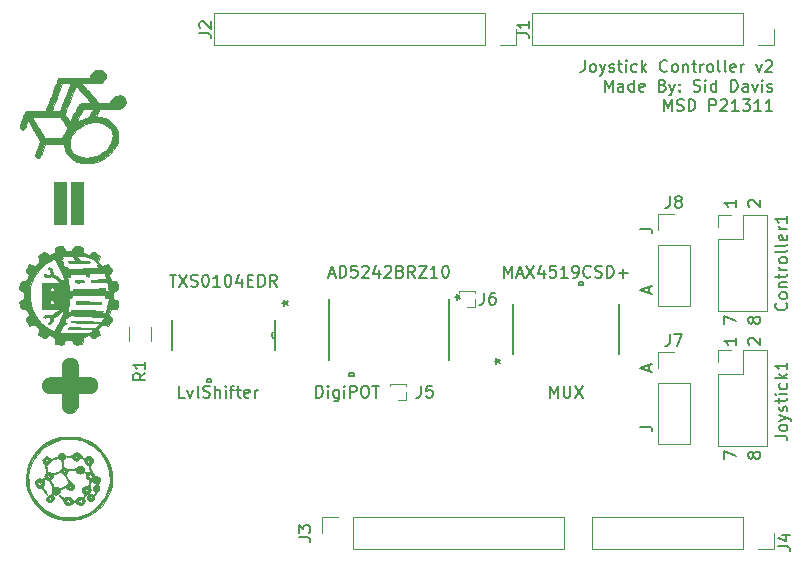
<source format=gbr>
G04 #@! TF.GenerationSoftware,KiCad,Pcbnew,(5.1.5)-3*
G04 #@! TF.CreationDate,2021-04-03T19:56:23-04:00*
G04 #@! TF.ProjectId,JoystickCtrlV2,4a6f7973-7469-4636-9b43-74726c56322e,rev?*
G04 #@! TF.SameCoordinates,Original*
G04 #@! TF.FileFunction,Legend,Top*
G04 #@! TF.FilePolarity,Positive*
%FSLAX46Y46*%
G04 Gerber Fmt 4.6, Leading zero omitted, Abs format (unit mm)*
G04 Created by KiCad (PCBNEW (5.1.5)-3) date 2021-04-03 19:56:23*
%MOMM*%
%LPD*%
G04 APERTURE LIST*
%ADD10C,0.150000*%
%ADD11C,0.010000*%
%ADD12C,0.120000*%
%ADD13C,0.152400*%
G04 APERTURE END LIST*
D10*
X143724380Y-99425142D02*
X144438666Y-99425142D01*
X144581523Y-99472761D01*
X144676761Y-99568000D01*
X144724380Y-99710857D01*
X144724380Y-99806095D01*
X144438666Y-104886095D02*
X144438666Y-104409904D01*
X144724380Y-104981333D02*
X143724380Y-104648000D01*
X144724380Y-104314666D01*
X144438666Y-111490095D02*
X144438666Y-111013904D01*
X144724380Y-111585333D02*
X143724380Y-111252000D01*
X144724380Y-110918666D01*
X143724380Y-116189142D02*
X144438666Y-116189142D01*
X144581523Y-116236761D01*
X144676761Y-116332000D01*
X144724380Y-116474857D01*
X144724380Y-116570095D01*
X153296952Y-118713238D02*
X153249333Y-118808476D01*
X153201714Y-118856095D01*
X153106476Y-118903714D01*
X153058857Y-118903714D01*
X152963619Y-118856095D01*
X152916000Y-118808476D01*
X152868380Y-118713238D01*
X152868380Y-118522761D01*
X152916000Y-118427523D01*
X152963619Y-118379904D01*
X153058857Y-118332285D01*
X153106476Y-118332285D01*
X153201714Y-118379904D01*
X153249333Y-118427523D01*
X153296952Y-118522761D01*
X153296952Y-118713238D01*
X153344571Y-118808476D01*
X153392190Y-118856095D01*
X153487428Y-118903714D01*
X153677904Y-118903714D01*
X153773142Y-118856095D01*
X153820761Y-118808476D01*
X153868380Y-118713238D01*
X153868380Y-118522761D01*
X153820761Y-118427523D01*
X153773142Y-118379904D01*
X153677904Y-118332285D01*
X153487428Y-118332285D01*
X153392190Y-118379904D01*
X153344571Y-118427523D01*
X153296952Y-118522761D01*
X150836380Y-118951333D02*
X150836380Y-118284666D01*
X151836380Y-118713238D01*
X152963619Y-109251714D02*
X152916000Y-109204095D01*
X152868380Y-109108857D01*
X152868380Y-108870761D01*
X152916000Y-108775523D01*
X152963619Y-108727904D01*
X153058857Y-108680285D01*
X153154095Y-108680285D01*
X153296952Y-108727904D01*
X153868380Y-109299333D01*
X153868380Y-108680285D01*
X151836380Y-108680285D02*
X151836380Y-109251714D01*
X151836380Y-108966000D02*
X150836380Y-108966000D01*
X150979238Y-109061238D01*
X151074476Y-109156476D01*
X151122095Y-109251714D01*
X153296952Y-107283238D02*
X153249333Y-107378476D01*
X153201714Y-107426095D01*
X153106476Y-107473714D01*
X153058857Y-107473714D01*
X152963619Y-107426095D01*
X152916000Y-107378476D01*
X152868380Y-107283238D01*
X152868380Y-107092761D01*
X152916000Y-106997523D01*
X152963619Y-106949904D01*
X153058857Y-106902285D01*
X153106476Y-106902285D01*
X153201714Y-106949904D01*
X153249333Y-106997523D01*
X153296952Y-107092761D01*
X153296952Y-107283238D01*
X153344571Y-107378476D01*
X153392190Y-107426095D01*
X153487428Y-107473714D01*
X153677904Y-107473714D01*
X153773142Y-107426095D01*
X153820761Y-107378476D01*
X153868380Y-107283238D01*
X153868380Y-107092761D01*
X153820761Y-106997523D01*
X153773142Y-106949904D01*
X153677904Y-106902285D01*
X153487428Y-106902285D01*
X153392190Y-106949904D01*
X153344571Y-106997523D01*
X153296952Y-107092761D01*
X150836380Y-107521333D02*
X150836380Y-106854666D01*
X151836380Y-107283238D01*
X151836380Y-96996285D02*
X151836380Y-97567714D01*
X151836380Y-97282000D02*
X150836380Y-97282000D01*
X150979238Y-97377238D01*
X151074476Y-97472476D01*
X151122095Y-97567714D01*
X152963619Y-97567714D02*
X152916000Y-97520095D01*
X152868380Y-97424857D01*
X152868380Y-97186761D01*
X152916000Y-97091523D01*
X152963619Y-97043904D01*
X153058857Y-96996285D01*
X153154095Y-96996285D01*
X153296952Y-97043904D01*
X153868380Y-97615333D01*
X153868380Y-96996285D01*
X139001261Y-85178380D02*
X139001261Y-85892666D01*
X138953642Y-86035523D01*
X138858404Y-86130761D01*
X138715547Y-86178380D01*
X138620309Y-86178380D01*
X139620309Y-86178380D02*
X139525071Y-86130761D01*
X139477452Y-86083142D01*
X139429833Y-85987904D01*
X139429833Y-85702190D01*
X139477452Y-85606952D01*
X139525071Y-85559333D01*
X139620309Y-85511714D01*
X139763166Y-85511714D01*
X139858404Y-85559333D01*
X139906023Y-85606952D01*
X139953642Y-85702190D01*
X139953642Y-85987904D01*
X139906023Y-86083142D01*
X139858404Y-86130761D01*
X139763166Y-86178380D01*
X139620309Y-86178380D01*
X140286976Y-85511714D02*
X140525071Y-86178380D01*
X140763166Y-85511714D02*
X140525071Y-86178380D01*
X140429833Y-86416476D01*
X140382214Y-86464095D01*
X140286976Y-86511714D01*
X141096500Y-86130761D02*
X141191738Y-86178380D01*
X141382214Y-86178380D01*
X141477452Y-86130761D01*
X141525071Y-86035523D01*
X141525071Y-85987904D01*
X141477452Y-85892666D01*
X141382214Y-85845047D01*
X141239357Y-85845047D01*
X141144119Y-85797428D01*
X141096500Y-85702190D01*
X141096500Y-85654571D01*
X141144119Y-85559333D01*
X141239357Y-85511714D01*
X141382214Y-85511714D01*
X141477452Y-85559333D01*
X141810785Y-85511714D02*
X142191738Y-85511714D01*
X141953642Y-85178380D02*
X141953642Y-86035523D01*
X142001261Y-86130761D01*
X142096500Y-86178380D01*
X142191738Y-86178380D01*
X142525071Y-86178380D02*
X142525071Y-85511714D01*
X142525071Y-85178380D02*
X142477452Y-85226000D01*
X142525071Y-85273619D01*
X142572690Y-85226000D01*
X142525071Y-85178380D01*
X142525071Y-85273619D01*
X143429833Y-86130761D02*
X143334595Y-86178380D01*
X143144119Y-86178380D01*
X143048880Y-86130761D01*
X143001261Y-86083142D01*
X142953642Y-85987904D01*
X142953642Y-85702190D01*
X143001261Y-85606952D01*
X143048880Y-85559333D01*
X143144119Y-85511714D01*
X143334595Y-85511714D01*
X143429833Y-85559333D01*
X143858404Y-86178380D02*
X143858404Y-85178380D01*
X143953642Y-85797428D02*
X144239357Y-86178380D01*
X144239357Y-85511714D02*
X143858404Y-85892666D01*
X146001261Y-86083142D02*
X145953642Y-86130761D01*
X145810785Y-86178380D01*
X145715547Y-86178380D01*
X145572690Y-86130761D01*
X145477452Y-86035523D01*
X145429833Y-85940285D01*
X145382214Y-85749809D01*
X145382214Y-85606952D01*
X145429833Y-85416476D01*
X145477452Y-85321238D01*
X145572690Y-85226000D01*
X145715547Y-85178380D01*
X145810785Y-85178380D01*
X145953642Y-85226000D01*
X146001261Y-85273619D01*
X146572690Y-86178380D02*
X146477452Y-86130761D01*
X146429833Y-86083142D01*
X146382214Y-85987904D01*
X146382214Y-85702190D01*
X146429833Y-85606952D01*
X146477452Y-85559333D01*
X146572690Y-85511714D01*
X146715547Y-85511714D01*
X146810785Y-85559333D01*
X146858404Y-85606952D01*
X146906023Y-85702190D01*
X146906023Y-85987904D01*
X146858404Y-86083142D01*
X146810785Y-86130761D01*
X146715547Y-86178380D01*
X146572690Y-86178380D01*
X147334595Y-85511714D02*
X147334595Y-86178380D01*
X147334595Y-85606952D02*
X147382214Y-85559333D01*
X147477452Y-85511714D01*
X147620309Y-85511714D01*
X147715547Y-85559333D01*
X147763166Y-85654571D01*
X147763166Y-86178380D01*
X148096500Y-85511714D02*
X148477452Y-85511714D01*
X148239357Y-85178380D02*
X148239357Y-86035523D01*
X148286976Y-86130761D01*
X148382214Y-86178380D01*
X148477452Y-86178380D01*
X148810785Y-86178380D02*
X148810785Y-85511714D01*
X148810785Y-85702190D02*
X148858404Y-85606952D01*
X148906023Y-85559333D01*
X149001261Y-85511714D01*
X149096500Y-85511714D01*
X149572690Y-86178380D02*
X149477452Y-86130761D01*
X149429833Y-86083142D01*
X149382214Y-85987904D01*
X149382214Y-85702190D01*
X149429833Y-85606952D01*
X149477452Y-85559333D01*
X149572690Y-85511714D01*
X149715547Y-85511714D01*
X149810785Y-85559333D01*
X149858404Y-85606952D01*
X149906023Y-85702190D01*
X149906023Y-85987904D01*
X149858404Y-86083142D01*
X149810785Y-86130761D01*
X149715547Y-86178380D01*
X149572690Y-86178380D01*
X150477452Y-86178380D02*
X150382214Y-86130761D01*
X150334595Y-86035523D01*
X150334595Y-85178380D01*
X151001261Y-86178380D02*
X150906023Y-86130761D01*
X150858404Y-86035523D01*
X150858404Y-85178380D01*
X151763166Y-86130761D02*
X151667928Y-86178380D01*
X151477452Y-86178380D01*
X151382214Y-86130761D01*
X151334595Y-86035523D01*
X151334595Y-85654571D01*
X151382214Y-85559333D01*
X151477452Y-85511714D01*
X151667928Y-85511714D01*
X151763166Y-85559333D01*
X151810785Y-85654571D01*
X151810785Y-85749809D01*
X151334595Y-85845047D01*
X152239357Y-86178380D02*
X152239357Y-85511714D01*
X152239357Y-85702190D02*
X152286976Y-85606952D01*
X152334595Y-85559333D01*
X152429833Y-85511714D01*
X152525071Y-85511714D01*
X153525071Y-85511714D02*
X153763166Y-86178380D01*
X154001261Y-85511714D01*
X154334595Y-85273619D02*
X154382214Y-85226000D01*
X154477452Y-85178380D01*
X154715547Y-85178380D01*
X154810785Y-85226000D01*
X154858404Y-85273619D01*
X154906023Y-85368857D01*
X154906023Y-85464095D01*
X154858404Y-85606952D01*
X154286976Y-86178380D01*
X154906023Y-86178380D01*
X140715547Y-87828380D02*
X140715547Y-86828380D01*
X141048880Y-87542666D01*
X141382214Y-86828380D01*
X141382214Y-87828380D01*
X142286976Y-87828380D02*
X142286976Y-87304571D01*
X142239357Y-87209333D01*
X142144119Y-87161714D01*
X141953642Y-87161714D01*
X141858404Y-87209333D01*
X142286976Y-87780761D02*
X142191738Y-87828380D01*
X141953642Y-87828380D01*
X141858404Y-87780761D01*
X141810785Y-87685523D01*
X141810785Y-87590285D01*
X141858404Y-87495047D01*
X141953642Y-87447428D01*
X142191738Y-87447428D01*
X142286976Y-87399809D01*
X143191738Y-87828380D02*
X143191738Y-86828380D01*
X143191738Y-87780761D02*
X143096500Y-87828380D01*
X142906023Y-87828380D01*
X142810785Y-87780761D01*
X142763166Y-87733142D01*
X142715547Y-87637904D01*
X142715547Y-87352190D01*
X142763166Y-87256952D01*
X142810785Y-87209333D01*
X142906023Y-87161714D01*
X143096500Y-87161714D01*
X143191738Y-87209333D01*
X144048880Y-87780761D02*
X143953642Y-87828380D01*
X143763166Y-87828380D01*
X143667928Y-87780761D01*
X143620309Y-87685523D01*
X143620309Y-87304571D01*
X143667928Y-87209333D01*
X143763166Y-87161714D01*
X143953642Y-87161714D01*
X144048880Y-87209333D01*
X144096500Y-87304571D01*
X144096500Y-87399809D01*
X143620309Y-87495047D01*
X145620309Y-87304571D02*
X145763166Y-87352190D01*
X145810785Y-87399809D01*
X145858404Y-87495047D01*
X145858404Y-87637904D01*
X145810785Y-87733142D01*
X145763166Y-87780761D01*
X145667928Y-87828380D01*
X145286976Y-87828380D01*
X145286976Y-86828380D01*
X145620309Y-86828380D01*
X145715547Y-86876000D01*
X145763166Y-86923619D01*
X145810785Y-87018857D01*
X145810785Y-87114095D01*
X145763166Y-87209333D01*
X145715547Y-87256952D01*
X145620309Y-87304571D01*
X145286976Y-87304571D01*
X146191738Y-87161714D02*
X146429833Y-87828380D01*
X146667928Y-87161714D02*
X146429833Y-87828380D01*
X146334595Y-88066476D01*
X146286976Y-88114095D01*
X146191738Y-88161714D01*
X147048880Y-87733142D02*
X147096500Y-87780761D01*
X147048880Y-87828380D01*
X147001261Y-87780761D01*
X147048880Y-87733142D01*
X147048880Y-87828380D01*
X147048880Y-87209333D02*
X147096500Y-87256952D01*
X147048880Y-87304571D01*
X147001261Y-87256952D01*
X147048880Y-87209333D01*
X147048880Y-87304571D01*
X148239357Y-87780761D02*
X148382214Y-87828380D01*
X148620309Y-87828380D01*
X148715547Y-87780761D01*
X148763166Y-87733142D01*
X148810785Y-87637904D01*
X148810785Y-87542666D01*
X148763166Y-87447428D01*
X148715547Y-87399809D01*
X148620309Y-87352190D01*
X148429833Y-87304571D01*
X148334595Y-87256952D01*
X148286976Y-87209333D01*
X148239357Y-87114095D01*
X148239357Y-87018857D01*
X148286976Y-86923619D01*
X148334595Y-86876000D01*
X148429833Y-86828380D01*
X148667928Y-86828380D01*
X148810785Y-86876000D01*
X149239357Y-87828380D02*
X149239357Y-87161714D01*
X149239357Y-86828380D02*
X149191738Y-86876000D01*
X149239357Y-86923619D01*
X149286976Y-86876000D01*
X149239357Y-86828380D01*
X149239357Y-86923619D01*
X150144119Y-87828380D02*
X150144119Y-86828380D01*
X150144119Y-87780761D02*
X150048880Y-87828380D01*
X149858404Y-87828380D01*
X149763166Y-87780761D01*
X149715547Y-87733142D01*
X149667928Y-87637904D01*
X149667928Y-87352190D01*
X149715547Y-87256952D01*
X149763166Y-87209333D01*
X149858404Y-87161714D01*
X150048880Y-87161714D01*
X150144119Y-87209333D01*
X151382214Y-87828380D02*
X151382214Y-86828380D01*
X151620309Y-86828380D01*
X151763166Y-86876000D01*
X151858404Y-86971238D01*
X151906023Y-87066476D01*
X151953642Y-87256952D01*
X151953642Y-87399809D01*
X151906023Y-87590285D01*
X151858404Y-87685523D01*
X151763166Y-87780761D01*
X151620309Y-87828380D01*
X151382214Y-87828380D01*
X152810785Y-87828380D02*
X152810785Y-87304571D01*
X152763166Y-87209333D01*
X152667928Y-87161714D01*
X152477452Y-87161714D01*
X152382214Y-87209333D01*
X152810785Y-87780761D02*
X152715547Y-87828380D01*
X152477452Y-87828380D01*
X152382214Y-87780761D01*
X152334595Y-87685523D01*
X152334595Y-87590285D01*
X152382214Y-87495047D01*
X152477452Y-87447428D01*
X152715547Y-87447428D01*
X152810785Y-87399809D01*
X153191738Y-87161714D02*
X153429833Y-87828380D01*
X153667928Y-87161714D01*
X154048880Y-87828380D02*
X154048880Y-87161714D01*
X154048880Y-86828380D02*
X154001261Y-86876000D01*
X154048880Y-86923619D01*
X154096500Y-86876000D01*
X154048880Y-86828380D01*
X154048880Y-86923619D01*
X154477452Y-87780761D02*
X154572690Y-87828380D01*
X154763166Y-87828380D01*
X154858404Y-87780761D01*
X154906023Y-87685523D01*
X154906023Y-87637904D01*
X154858404Y-87542666D01*
X154763166Y-87495047D01*
X154620309Y-87495047D01*
X154525071Y-87447428D01*
X154477452Y-87352190D01*
X154477452Y-87304571D01*
X154525071Y-87209333D01*
X154620309Y-87161714D01*
X154763166Y-87161714D01*
X154858404Y-87209333D01*
X145715547Y-89478380D02*
X145715547Y-88478380D01*
X146048880Y-89192666D01*
X146382214Y-88478380D01*
X146382214Y-89478380D01*
X146810785Y-89430761D02*
X146953642Y-89478380D01*
X147191738Y-89478380D01*
X147286976Y-89430761D01*
X147334595Y-89383142D01*
X147382214Y-89287904D01*
X147382214Y-89192666D01*
X147334595Y-89097428D01*
X147286976Y-89049809D01*
X147191738Y-89002190D01*
X147001261Y-88954571D01*
X146906023Y-88906952D01*
X146858404Y-88859333D01*
X146810785Y-88764095D01*
X146810785Y-88668857D01*
X146858404Y-88573619D01*
X146906023Y-88526000D01*
X147001261Y-88478380D01*
X147239357Y-88478380D01*
X147382214Y-88526000D01*
X147810785Y-89478380D02*
X147810785Y-88478380D01*
X148048880Y-88478380D01*
X148191738Y-88526000D01*
X148286976Y-88621238D01*
X148334595Y-88716476D01*
X148382214Y-88906952D01*
X148382214Y-89049809D01*
X148334595Y-89240285D01*
X148286976Y-89335523D01*
X148191738Y-89430761D01*
X148048880Y-89478380D01*
X147810785Y-89478380D01*
X149572690Y-89478380D02*
X149572690Y-88478380D01*
X149953642Y-88478380D01*
X150048880Y-88526000D01*
X150096500Y-88573619D01*
X150144119Y-88668857D01*
X150144119Y-88811714D01*
X150096500Y-88906952D01*
X150048880Y-88954571D01*
X149953642Y-89002190D01*
X149572690Y-89002190D01*
X150525071Y-88573619D02*
X150572690Y-88526000D01*
X150667928Y-88478380D01*
X150906023Y-88478380D01*
X151001261Y-88526000D01*
X151048880Y-88573619D01*
X151096500Y-88668857D01*
X151096500Y-88764095D01*
X151048880Y-88906952D01*
X150477452Y-89478380D01*
X151096500Y-89478380D01*
X152048880Y-89478380D02*
X151477452Y-89478380D01*
X151763166Y-89478380D02*
X151763166Y-88478380D01*
X151667928Y-88621238D01*
X151572690Y-88716476D01*
X151477452Y-88764095D01*
X152382214Y-88478380D02*
X153001261Y-88478380D01*
X152667928Y-88859333D01*
X152810785Y-88859333D01*
X152906023Y-88906952D01*
X152953642Y-88954571D01*
X153001261Y-89049809D01*
X153001261Y-89287904D01*
X152953642Y-89383142D01*
X152906023Y-89430761D01*
X152810785Y-89478380D01*
X152525071Y-89478380D01*
X152429833Y-89430761D01*
X152382214Y-89383142D01*
X153953642Y-89478380D02*
X153382214Y-89478380D01*
X153667928Y-89478380D02*
X153667928Y-88478380D01*
X153572690Y-88621238D01*
X153477452Y-88716476D01*
X153382214Y-88764095D01*
X154906023Y-89478380D02*
X154334595Y-89478380D01*
X154620309Y-89478380D02*
X154620309Y-88478380D01*
X154525071Y-88621238D01*
X154429833Y-88716476D01*
X154334595Y-88764095D01*
D11*
G36*
X92858167Y-120904000D02*
G01*
X92879333Y-120925166D01*
X92858167Y-120946333D01*
X92837000Y-120925166D01*
X92858167Y-120904000D01*
G37*
X92858167Y-120904000D02*
X92879333Y-120925166D01*
X92858167Y-120946333D01*
X92837000Y-120925166D01*
X92858167Y-120904000D01*
G36*
X93450833Y-119126000D02*
G01*
X93472000Y-119147166D01*
X93450833Y-119168333D01*
X93429667Y-119147166D01*
X93450833Y-119126000D01*
G37*
X93450833Y-119126000D02*
X93472000Y-119147166D01*
X93450833Y-119168333D01*
X93429667Y-119147166D01*
X93450833Y-119126000D01*
G36*
X93620167Y-120311333D02*
G01*
X93641333Y-120332500D01*
X93620167Y-120353666D01*
X93599000Y-120332500D01*
X93620167Y-120311333D01*
G37*
X93620167Y-120311333D02*
X93641333Y-120332500D01*
X93620167Y-120353666D01*
X93599000Y-120332500D01*
X93620167Y-120311333D01*
G36*
X94217847Y-121647032D02*
G01*
X94252008Y-121587445D01*
X94274098Y-121597427D01*
X94276333Y-121621168D01*
X94245587Y-121678573D01*
X94234485Y-121686867D01*
X94210429Y-121680053D01*
X94217847Y-121647032D01*
G37*
X94217847Y-121647032D02*
X94252008Y-121587445D01*
X94274098Y-121597427D01*
X94276333Y-121621168D01*
X94245587Y-121678573D01*
X94234485Y-121686867D01*
X94210429Y-121680053D01*
X94217847Y-121647032D01*
G36*
X95398167Y-122428000D02*
G01*
X95419333Y-122449166D01*
X95398167Y-122470333D01*
X95377000Y-122449166D01*
X95398167Y-122428000D01*
G37*
X95398167Y-122428000D02*
X95419333Y-122449166D01*
X95398167Y-122470333D01*
X95377000Y-122449166D01*
X95398167Y-122428000D01*
G36*
X95398167Y-121158000D02*
G01*
X95419333Y-121179166D01*
X95398167Y-121200333D01*
X95377000Y-121179166D01*
X95398167Y-121158000D01*
G37*
X95398167Y-121158000D02*
X95419333Y-121179166D01*
X95398167Y-121200333D01*
X95377000Y-121179166D01*
X95398167Y-121158000D01*
G36*
X95863833Y-118702666D02*
G01*
X95885000Y-118723833D01*
X95863833Y-118745000D01*
X95842667Y-118723833D01*
X95863833Y-118702666D01*
G37*
X95863833Y-118702666D02*
X95885000Y-118723833D01*
X95863833Y-118745000D01*
X95842667Y-118723833D01*
X95863833Y-118702666D01*
G36*
X95997012Y-118715948D02*
G01*
X96012000Y-118723833D01*
X96052428Y-118763720D01*
X96054333Y-118771163D01*
X96026988Y-118774052D01*
X96012000Y-118766166D01*
X95971571Y-118726279D01*
X95969667Y-118718836D01*
X95997012Y-118715948D01*
G37*
X95997012Y-118715948D02*
X96012000Y-118723833D01*
X96052428Y-118763720D01*
X96054333Y-118771163D01*
X96026988Y-118774052D01*
X96012000Y-118766166D01*
X95971571Y-118726279D01*
X95969667Y-118718836D01*
X95997012Y-118715948D01*
G36*
X96237778Y-119775111D02*
G01*
X96262945Y-119780922D01*
X96266000Y-119803333D01*
X96250511Y-119838178D01*
X96237778Y-119831555D01*
X96232711Y-119781316D01*
X96237778Y-119775111D01*
G37*
X96237778Y-119775111D02*
X96262945Y-119780922D01*
X96266000Y-119803333D01*
X96250511Y-119838178D01*
X96237778Y-119831555D01*
X96232711Y-119781316D01*
X96237778Y-119775111D01*
G36*
X96244833Y-122555000D02*
G01*
X96266000Y-122576166D01*
X96244833Y-122597333D01*
X96223667Y-122576166D01*
X96244833Y-122555000D01*
G37*
X96244833Y-122555000D02*
X96266000Y-122576166D01*
X96244833Y-122597333D01*
X96223667Y-122576166D01*
X96244833Y-122555000D01*
G36*
X96837500Y-121454333D02*
G01*
X96858667Y-121475500D01*
X96837500Y-121496666D01*
X96816333Y-121475500D01*
X96837500Y-121454333D01*
G37*
X96837500Y-121454333D02*
X96858667Y-121475500D01*
X96837500Y-121496666D01*
X96816333Y-121475500D01*
X96837500Y-121454333D01*
G36*
X97006833Y-119041333D02*
G01*
X97028000Y-119062500D01*
X97006833Y-119083666D01*
X96985667Y-119062500D01*
X97006833Y-119041333D01*
G37*
X97006833Y-119041333D02*
X97028000Y-119062500D01*
X97006833Y-119083666D01*
X96985667Y-119062500D01*
X97006833Y-119041333D01*
G36*
X97599500Y-120650000D02*
G01*
X97620667Y-120671166D01*
X97599500Y-120692333D01*
X97578333Y-120671166D01*
X97599500Y-120650000D01*
G37*
X97599500Y-120650000D02*
X97620667Y-120671166D01*
X97599500Y-120692333D01*
X97578333Y-120671166D01*
X97599500Y-120650000D01*
G36*
X96895530Y-122072917D02*
G01*
X96987520Y-121961991D01*
X97106736Y-121890290D01*
X97176167Y-121877666D01*
X97281720Y-121907016D01*
X97386117Y-121978000D01*
X97389757Y-121981576D01*
X97461951Y-122084749D01*
X97493605Y-122191331D01*
X97493667Y-122195166D01*
X97464317Y-122300720D01*
X97393333Y-122405117D01*
X97389757Y-122408757D01*
X97286584Y-122480951D01*
X97180002Y-122512605D01*
X97176250Y-122512664D01*
X97176250Y-122294301D01*
X97245719Y-122265687D01*
X97275604Y-122199140D01*
X97274059Y-122185197D01*
X97225242Y-122114546D01*
X97186136Y-122097274D01*
X97114871Y-122116640D01*
X97078475Y-122181943D01*
X97094795Y-122256182D01*
X97104200Y-122267133D01*
X97176250Y-122294301D01*
X97176250Y-122512664D01*
X97176167Y-122512666D01*
X97053917Y-122475803D01*
X96942991Y-122383813D01*
X96871290Y-122264597D01*
X96858667Y-122195166D01*
X96895530Y-122072917D01*
G37*
X96895530Y-122072917D02*
X96987520Y-121961991D01*
X97106736Y-121890290D01*
X97176167Y-121877666D01*
X97281720Y-121907016D01*
X97386117Y-121978000D01*
X97389757Y-121981576D01*
X97461951Y-122084749D01*
X97493605Y-122191331D01*
X97493667Y-122195166D01*
X97464317Y-122300720D01*
X97393333Y-122405117D01*
X97389757Y-122408757D01*
X97286584Y-122480951D01*
X97180002Y-122512605D01*
X97176250Y-122512664D01*
X97176250Y-122294301D01*
X97245719Y-122265687D01*
X97275604Y-122199140D01*
X97274059Y-122185197D01*
X97225242Y-122114546D01*
X97186136Y-122097274D01*
X97114871Y-122116640D01*
X97078475Y-122181943D01*
X97094795Y-122256182D01*
X97104200Y-122267133D01*
X97176250Y-122294301D01*
X97176250Y-122512664D01*
X97176167Y-122512666D01*
X97053917Y-122475803D01*
X96942991Y-122383813D01*
X96871290Y-122264597D01*
X96858667Y-122195166D01*
X96895530Y-122072917D01*
G36*
X92492885Y-120817132D02*
G01*
X92589049Y-120691358D01*
X92722751Y-120606062D01*
X92872251Y-120577131D01*
X92965420Y-120595244D01*
X93074068Y-120616965D01*
X93174436Y-120579590D01*
X93193359Y-120567612D01*
X93261811Y-120510499D01*
X93277956Y-120470297D01*
X93276757Y-120468868D01*
X93264363Y-120405549D01*
X93287630Y-120306766D01*
X93335840Y-120207890D01*
X93368167Y-120167213D01*
X93399803Y-120125853D01*
X93412053Y-120070497D01*
X93411688Y-120065917D01*
X93411688Y-119193420D01*
X93498412Y-119190636D01*
X93536039Y-119167886D01*
X93593353Y-119083610D01*
X93579521Y-119002017D01*
X93546083Y-118970939D01*
X93435682Y-118932098D01*
X93350239Y-118972123D01*
X93342113Y-118981311D01*
X93311308Y-119067370D01*
X93341909Y-119145202D01*
X93411688Y-119193420D01*
X93411688Y-120065917D01*
X93404865Y-119980300D01*
X93378188Y-119834417D01*
X93367202Y-119780670D01*
X93339053Y-119621182D01*
X93324930Y-119491400D01*
X93327265Y-119415436D01*
X93329718Y-119409167D01*
X93337219Y-119381245D01*
X93324133Y-119390015D01*
X93279488Y-119382800D01*
X93217758Y-119321139D01*
X93155061Y-119228468D01*
X93107515Y-119128225D01*
X93091000Y-119051019D01*
X93126612Y-118939981D01*
X93215583Y-118827625D01*
X93331114Y-118739895D01*
X93446407Y-118702734D01*
X93450833Y-118702666D01*
X93565494Y-118735812D01*
X93680135Y-118819622D01*
X93797090Y-118936577D01*
X94084554Y-118846847D01*
X94243180Y-118792322D01*
X94340564Y-118742177D01*
X94398164Y-118682644D01*
X94426564Y-118627392D01*
X94522516Y-118485427D01*
X94651554Y-118416474D01*
X94798923Y-118424466D01*
X94926791Y-118494072D01*
X95019251Y-118610573D01*
X95036010Y-118741143D01*
X94976774Y-118864664D01*
X94932500Y-118906770D01*
X94869566Y-118972112D01*
X94835662Y-119057344D01*
X94827998Y-119181230D01*
X94843785Y-119362534D01*
X94853587Y-119437591D01*
X94879605Y-119564737D01*
X94917703Y-119623981D01*
X94954731Y-119634000D01*
X95040447Y-119659508D01*
X95127768Y-119714015D01*
X95190613Y-119754400D01*
X95268435Y-119775605D01*
X95384049Y-119780657D01*
X95560272Y-119772581D01*
X95566375Y-119772190D01*
X95741639Y-119758044D01*
X95856291Y-119737993D01*
X95934367Y-119704437D01*
X95999904Y-119649775D01*
X96020197Y-119628675D01*
X96152954Y-119529855D01*
X96265538Y-119507000D01*
X96408021Y-119544100D01*
X96526261Y-119639578D01*
X96595782Y-119769697D01*
X96604667Y-119835902D01*
X96642096Y-119945359D01*
X96736709Y-120027934D01*
X96861992Y-120069520D01*
X96991430Y-120056010D01*
X97006594Y-120049739D01*
X97067141Y-120021197D01*
X97099116Y-119990769D01*
X97106060Y-119937355D01*
X97091512Y-119839855D01*
X97064489Y-119704560D01*
X97026802Y-119562337D01*
X96985181Y-119479432D01*
X96979006Y-119475659D01*
X96979006Y-119238361D01*
X97065030Y-119229155D01*
X97087951Y-119213611D01*
X97144113Y-119133162D01*
X97155000Y-119083666D01*
X97124463Y-118996087D01*
X97087951Y-118953722D01*
X97001993Y-118924570D01*
X96924986Y-118962700D01*
X96882226Y-119052318D01*
X96879833Y-119083666D01*
X96908842Y-119184601D01*
X96979006Y-119238361D01*
X96979006Y-119475659D01*
X96961016Y-119464666D01*
X96862979Y-119428050D01*
X96763911Y-119334911D01*
X96685408Y-119210312D01*
X96652139Y-119106170D01*
X96621591Y-118991487D01*
X96561380Y-118928103D01*
X96482818Y-118894901D01*
X96383501Y-118869482D01*
X96313122Y-118885980D01*
X96231750Y-118955148D01*
X96221601Y-118965244D01*
X96083543Y-119061134D01*
X95978632Y-119083666D01*
X95966383Y-119080732D01*
X95966383Y-118872000D01*
X96065468Y-118839987D01*
X96115528Y-118763626D01*
X96107851Y-118672430D01*
X96045803Y-118602958D01*
X95945771Y-118582774D01*
X95852690Y-118626752D01*
X95815804Y-118681079D01*
X95820795Y-118768470D01*
X95881869Y-118843087D01*
X95966383Y-118872000D01*
X95966383Y-119080732D01*
X95840607Y-119050599D01*
X95709984Y-118967217D01*
X95621101Y-118857250D01*
X95609483Y-118828562D01*
X95581625Y-118780832D01*
X95522510Y-118755411D01*
X95410705Y-118745850D01*
X95331814Y-118745000D01*
X95197686Y-118738508D01*
X95106877Y-118721585D01*
X95080667Y-118702666D01*
X95118967Y-118679604D01*
X95217876Y-118664229D01*
X95316343Y-118660333D01*
X95459626Y-118654874D01*
X95554210Y-118629093D01*
X95635834Y-118568884D01*
X95691758Y-118512166D01*
X95843571Y-118399668D01*
X96000463Y-118366849D01*
X96148242Y-118410942D01*
X96272712Y-118529184D01*
X96331219Y-118636752D01*
X96420244Y-118759165D01*
X96548015Y-118828868D01*
X96688679Y-118837793D01*
X96807309Y-118785345D01*
X96951998Y-118712526D01*
X97094650Y-118724105D01*
X97236642Y-118820211D01*
X97242923Y-118826410D01*
X97345836Y-118974541D01*
X97364424Y-119125895D01*
X97298693Y-119276142D01*
X97242343Y-119341502D01*
X97175521Y-119412273D01*
X97142534Y-119472210D01*
X97137903Y-119549444D01*
X97156149Y-119672111D01*
X97166713Y-119729829D01*
X97208429Y-119903024D01*
X97266605Y-120024735D01*
X97354536Y-120125832D01*
X97439620Y-120223982D01*
X97488812Y-120314466D01*
X97493667Y-120340750D01*
X97509215Y-120398010D01*
X97571477Y-120410627D01*
X97618155Y-120405399D01*
X97734631Y-120413444D01*
X97841299Y-120485966D01*
X97850988Y-120495473D01*
X97940235Y-120631723D01*
X97948840Y-120772808D01*
X97876402Y-120905525D01*
X97863908Y-120918607D01*
X97792935Y-121032700D01*
X97802151Y-121158870D01*
X97858589Y-121262669D01*
X97904718Y-121371410D01*
X97917000Y-121456373D01*
X97887592Y-121557318D01*
X97816271Y-121659585D01*
X97728392Y-121732859D01*
X97670855Y-121750666D01*
X97648679Y-121769397D01*
X97648679Y-121519886D01*
X97696075Y-121488032D01*
X97705333Y-121454333D01*
X97674855Y-121399133D01*
X97665925Y-121392641D01*
X97615741Y-121395391D01*
X97588930Y-121446284D01*
X97599927Y-121497357D01*
X97648679Y-121519886D01*
X97648679Y-121769397D01*
X97629266Y-121785795D01*
X97620667Y-121830150D01*
X97598003Y-121909464D01*
X97546861Y-121969576D01*
X97492508Y-121984475D01*
X97479040Y-121975929D01*
X97478537Y-121924249D01*
X97512296Y-121854431D01*
X97547737Y-121784207D01*
X97531690Y-121728286D01*
X97470111Y-121663756D01*
X97393263Y-121556263D01*
X97366667Y-121454333D01*
X97399246Y-121342840D01*
X97479180Y-121238026D01*
X97579763Y-121169498D01*
X97633978Y-121158000D01*
X97694985Y-121127334D01*
X97705333Y-121094500D01*
X97669851Y-121042828D01*
X97641917Y-121036364D01*
X97641917Y-120812634D01*
X97711386Y-120784020D01*
X97741271Y-120717473D01*
X97739726Y-120703531D01*
X97690909Y-120632880D01*
X97651802Y-120615607D01*
X97580538Y-120634974D01*
X97544141Y-120700277D01*
X97560462Y-120774515D01*
X97569867Y-120785466D01*
X97641917Y-120812634D01*
X97641917Y-121036364D01*
X97618742Y-121031000D01*
X97525967Y-120998882D01*
X97422044Y-120920273D01*
X97338529Y-120821787D01*
X97314712Y-120774595D01*
X97279616Y-120736257D01*
X97234391Y-120774940D01*
X97183308Y-120884231D01*
X97159923Y-120960491D01*
X97159923Y-120556396D01*
X97216994Y-120524249D01*
X97269585Y-120434149D01*
X97255573Y-120331169D01*
X97184270Y-120252157D01*
X97114243Y-120230725D01*
X97054007Y-120278159D01*
X97045463Y-120289348D01*
X96996884Y-120402624D01*
X97029958Y-120497711D01*
X97077368Y-120537174D01*
X97159923Y-120556396D01*
X97159923Y-120960491D01*
X97133424Y-121046908D01*
X97099711Y-121189174D01*
X97091348Y-121278114D01*
X97108348Y-121341191D01*
X97133575Y-121382144D01*
X97183683Y-121491901D01*
X97197333Y-121572842D01*
X97164883Y-121672634D01*
X97084687Y-121781581D01*
X96982479Y-121872595D01*
X96883993Y-121918586D01*
X96873701Y-121919470D01*
X96873701Y-121681809D01*
X96934565Y-121651323D01*
X96976399Y-121577387D01*
X96949003Y-121491363D01*
X96891211Y-121438422D01*
X96817784Y-121417482D01*
X96743875Y-121466315D01*
X96743762Y-121466428D01*
X96699370Y-121551737D01*
X96719322Y-121628758D01*
X96783979Y-121678458D01*
X96873701Y-121681809D01*
X96873701Y-121919470D01*
X96867548Y-121920000D01*
X96790167Y-121955445D01*
X96701424Y-122048749D01*
X96678774Y-122080897D01*
X96615550Y-122185846D01*
X96598781Y-122252792D01*
X96622755Y-122310418D01*
X96630816Y-122321821D01*
X96685324Y-122458846D01*
X96657521Y-122602085D01*
X96565590Y-122727590D01*
X96417751Y-122830581D01*
X96357768Y-122837972D01*
X96357768Y-122629169D01*
X96426867Y-122588866D01*
X96474880Y-122498046D01*
X96438557Y-122408994D01*
X96412913Y-122384626D01*
X96331526Y-122359844D01*
X96235131Y-122379570D01*
X96159859Y-122430942D01*
X96139000Y-122482126D01*
X96173751Y-122574507D01*
X96257117Y-122627394D01*
X96357768Y-122629169D01*
X96357768Y-122837972D01*
X96266898Y-122849169D01*
X96116426Y-122783377D01*
X96047820Y-122724333D01*
X95902072Y-122620731D01*
X95758622Y-122599196D01*
X95624408Y-122659881D01*
X95569135Y-122713750D01*
X95486787Y-122789649D01*
X95389878Y-122823501D01*
X95308749Y-122828055D01*
X95308749Y-122631793D01*
X95400497Y-122595399D01*
X95457770Y-122508451D01*
X95430966Y-122417051D01*
X95410867Y-122394133D01*
X95322149Y-122347024D01*
X95224092Y-122350377D01*
X95139972Y-122392346D01*
X95093066Y-122461084D01*
X95106650Y-122544746D01*
X95108611Y-122547965D01*
X95194553Y-122615940D01*
X95308749Y-122631793D01*
X95308749Y-122828055D01*
X95271167Y-122830166D01*
X95134795Y-122820477D01*
X95043286Y-122780970D01*
X94967359Y-122706962D01*
X94886998Y-122573686D01*
X94878378Y-122467959D01*
X94871210Y-122367693D01*
X94800476Y-122296013D01*
X94786937Y-122287682D01*
X94684763Y-122215801D01*
X94589841Y-122131058D01*
X94516719Y-122049726D01*
X94479944Y-121988077D01*
X94494064Y-121962383D01*
X94496063Y-121962333D01*
X94577611Y-121992530D01*
X94614575Y-122025322D01*
X94684301Y-122088582D01*
X94788793Y-122163367D01*
X94809461Y-122176448D01*
X94906770Y-122230534D01*
X94970416Y-122239200D01*
X95036016Y-122205696D01*
X95046955Y-122198126D01*
X95192066Y-122141729D01*
X95352682Y-122147229D01*
X95502521Y-122206437D01*
X95615303Y-122311167D01*
X95652517Y-122386771D01*
X95710431Y-122456318D01*
X95802333Y-122473681D01*
X95897166Y-122440876D01*
X95960944Y-122366739D01*
X96065996Y-122228685D01*
X96216046Y-122151493D01*
X96370270Y-122144379D01*
X96472294Y-122151231D01*
X96537209Y-122116275D01*
X96596242Y-122030605D01*
X96677249Y-121893307D01*
X96577458Y-121777293D01*
X96492959Y-121633499D01*
X96492317Y-121493037D01*
X96575796Y-121351659D01*
X96606017Y-121319470D01*
X96710994Y-121233173D01*
X96806912Y-121205862D01*
X96860050Y-121209566D01*
X96945794Y-121212920D01*
X96992862Y-121175316D01*
X97027797Y-121076590D01*
X97060860Y-120936510D01*
X97056928Y-120842180D01*
X97006643Y-120759323D01*
X96916393Y-120668464D01*
X96824561Y-120574623D01*
X96783679Y-120499147D01*
X96779790Y-120406033D01*
X96787961Y-120337182D01*
X96799482Y-120219847D01*
X96783515Y-120156134D01*
X96727603Y-120116341D01*
X96688150Y-120099177D01*
X96583870Y-120069535D01*
X96498852Y-120091387D01*
X96458239Y-120115801D01*
X96345215Y-120167205D01*
X96252095Y-120184333D01*
X96252022Y-120184311D01*
X96252022Y-119963839D01*
X96306098Y-119948838D01*
X96324919Y-119934135D01*
X96386045Y-119863141D01*
X96369367Y-119799739D01*
X96327375Y-119759237D01*
X96262634Y-119727106D01*
X96200356Y-119766168D01*
X96199961Y-119766562D01*
X96160255Y-119824981D01*
X96182235Y-119887717D01*
X96197505Y-119909494D01*
X96252022Y-119963839D01*
X96252022Y-120184311D01*
X96165964Y-120157408D01*
X96064271Y-120091954D01*
X95975745Y-120010950D01*
X95929116Y-119937376D01*
X95927333Y-119924560D01*
X95888350Y-119907582D01*
X95784754Y-119894797D01*
X95636575Y-119888367D01*
X95588667Y-119888000D01*
X95419749Y-119889845D01*
X95318496Y-119898141D01*
X95267937Y-119917033D01*
X95251099Y-119950665D01*
X95250000Y-119970690D01*
X95218054Y-120054280D01*
X95147581Y-120129440D01*
X95045162Y-120205500D01*
X95221180Y-120537235D01*
X95323167Y-120716915D01*
X95407786Y-120833398D01*
X95487792Y-120902613D01*
X95531858Y-120925234D01*
X95671281Y-121021034D01*
X95746243Y-121152740D01*
X95752265Y-121300106D01*
X95684862Y-121442883D01*
X95654091Y-121477424D01*
X95520482Y-121565661D01*
X95436137Y-121568188D01*
X95436137Y-121364365D01*
X95487830Y-121352440D01*
X95537514Y-121298270D01*
X95536770Y-121220049D01*
X95493740Y-121154869D01*
X95440500Y-121136833D01*
X95369612Y-121166777D01*
X95350980Y-121233126D01*
X95369787Y-121332737D01*
X95436137Y-121364365D01*
X95436137Y-121568188D01*
X95382750Y-121569788D01*
X95244458Y-121490016D01*
X95204655Y-121451109D01*
X95130514Y-121380332D01*
X95061202Y-121347407D01*
X94974647Y-121351958D01*
X94848779Y-121393609D01*
X94729316Y-121442995D01*
X94624976Y-121496940D01*
X94583035Y-121553633D01*
X94581621Y-121620460D01*
X94559861Y-121733659D01*
X94541443Y-121757984D01*
X94541443Y-121377336D01*
X94636332Y-121358353D01*
X94784794Y-121311632D01*
X94801169Y-121306135D01*
X94974002Y-121239858D01*
X95085714Y-121173679D01*
X95158687Y-121093697D01*
X95168785Y-121077833D01*
X95231058Y-120991192D01*
X95281171Y-120947572D01*
X95287191Y-120946333D01*
X95286480Y-120911534D01*
X95252973Y-120818066D01*
X95193040Y-120682326D01*
X95150230Y-120593799D01*
X95071720Y-120442002D01*
X95005816Y-120325650D01*
X94961936Y-120260831D01*
X94950676Y-120252938D01*
X94927307Y-120247781D01*
X94927307Y-120005146D01*
X95001506Y-119986540D01*
X95038235Y-119933635D01*
X95038333Y-119930333D01*
X95004357Y-119878060D01*
X94971988Y-119859883D01*
X94893734Y-119858096D01*
X94842971Y-119900197D01*
X94844151Y-119960855D01*
X94857688Y-119978288D01*
X94927307Y-120005146D01*
X94927307Y-120247781D01*
X94897806Y-120241269D01*
X94811944Y-120194763D01*
X94724234Y-120133856D01*
X94665823Y-120078982D01*
X94657333Y-120060477D01*
X94621017Y-120053375D01*
X94525229Y-120072133D01*
X94389711Y-120112714D01*
X94371583Y-120118904D01*
X94181788Y-120185217D01*
X94058962Y-120231345D01*
X93989919Y-120264374D01*
X93961477Y-120291394D01*
X93960449Y-120319491D01*
X93966327Y-120336764D01*
X93966881Y-120432476D01*
X93924252Y-120546560D01*
X93922411Y-120549116D01*
X93922411Y-120146789D01*
X94010918Y-120130290D01*
X94144311Y-120087079D01*
X94241248Y-120052176D01*
X94392147Y-120000617D01*
X94507500Y-119967884D01*
X94568938Y-119958920D01*
X94574324Y-119962528D01*
X94589717Y-119949803D01*
X94625737Y-119878819D01*
X94636053Y-119855601D01*
X94693227Y-119755871D01*
X94753024Y-119696008D01*
X94758979Y-119693249D01*
X94799442Y-119654488D01*
X94785717Y-119574398D01*
X94781916Y-119564142D01*
X94755764Y-119452782D01*
X94741955Y-119311292D01*
X94741352Y-119281994D01*
X94733083Y-119140834D01*
X94713534Y-119091911D01*
X94713534Y-118775248D01*
X94785082Y-118762433D01*
X94825888Y-118712198D01*
X94826667Y-118702666D01*
X94792690Y-118650394D01*
X94760321Y-118632217D01*
X94679954Y-118630525D01*
X94640331Y-118680048D01*
X94654823Y-118740939D01*
X94713534Y-118775248D01*
X94713534Y-119091911D01*
X94697105Y-119050795D01*
X94614710Y-118978808D01*
X94546055Y-118936803D01*
X94471167Y-118897267D01*
X94405193Y-118881348D01*
X94321039Y-118888962D01*
X94191605Y-118920028D01*
X94133862Y-118935540D01*
X93979584Y-118981703D01*
X93884225Y-119026722D01*
X93823690Y-119086120D01*
X93779473Y-119163882D01*
X93675792Y-119302910D01*
X93564246Y-119380000D01*
X93481837Y-119421553D01*
X93444053Y-119466931D01*
X93439575Y-119544231D01*
X93453382Y-119655166D01*
X93472152Y-119803345D01*
X93485315Y-119933779D01*
X93488136Y-119975356D01*
X93506016Y-120054074D01*
X93562595Y-120069852D01*
X93583406Y-120066629D01*
X93685334Y-120073387D01*
X93791738Y-120111253D01*
X93856712Y-120139476D01*
X93922411Y-120146789D01*
X93922411Y-120549116D01*
X93856753Y-120640284D01*
X93807776Y-120672084D01*
X93772179Y-120690551D01*
X93763591Y-120726370D01*
X93785948Y-120795674D01*
X93843182Y-120914596D01*
X93888125Y-121001575D01*
X93968646Y-121152135D01*
X94026235Y-121241586D01*
X94075828Y-121284545D01*
X94132358Y-121295633D01*
X94185004Y-121292161D01*
X94313223Y-121301171D01*
X94418302Y-121340546D01*
X94476607Y-121370696D01*
X94541443Y-121377336D01*
X94541443Y-121757984D01*
X94481919Y-121836601D01*
X94370036Y-121916091D01*
X94246454Y-121958931D01*
X94224617Y-121957578D01*
X94224617Y-121740114D01*
X94284385Y-121718864D01*
X94295375Y-121710096D01*
X94349609Y-121651064D01*
X94361000Y-121623666D01*
X94332212Y-121573357D01*
X94295375Y-121537237D01*
X94233035Y-121506230D01*
X94171074Y-121541778D01*
X94159304Y-121553220D01*
X94111842Y-121612734D01*
X94128710Y-121661672D01*
X94159304Y-121694113D01*
X94224617Y-121740114D01*
X94224617Y-121957578D01*
X94133415Y-121951924D01*
X94079806Y-121918206D01*
X94023698Y-121903052D01*
X93982998Y-121937554D01*
X93953704Y-122000557D01*
X93983085Y-122075544D01*
X93997492Y-122096934D01*
X94049115Y-122206228D01*
X94064666Y-122291177D01*
X94028204Y-122404999D01*
X93937668Y-122511218D01*
X93821339Y-122582564D01*
X93747250Y-122597316D01*
X93747250Y-122378967D01*
X93816719Y-122350353D01*
X93846604Y-122283806D01*
X93845059Y-122269864D01*
X93796242Y-122199213D01*
X93757136Y-122181941D01*
X93685871Y-122201307D01*
X93649475Y-122266610D01*
X93665795Y-122340848D01*
X93675200Y-122351800D01*
X93747250Y-122378967D01*
X93747250Y-122597316D01*
X93747167Y-122597333D01*
X93624917Y-122560469D01*
X93513991Y-122468479D01*
X93442290Y-122349264D01*
X93429666Y-122279833D01*
X93461069Y-122171947D01*
X93538244Y-122064093D01*
X93635647Y-121985187D01*
X93710159Y-121962333D01*
X93825911Y-121926216D01*
X93896558Y-121830122D01*
X93909049Y-121692437D01*
X93907770Y-121683904D01*
X93905879Y-121558577D01*
X93935643Y-121477938D01*
X93954166Y-121432524D01*
X93944499Y-121360724D01*
X93902224Y-121246612D01*
X93824707Y-121077977D01*
X93746437Y-120926672D01*
X93675099Y-120809700D01*
X93639907Y-120766678D01*
X93639907Y-120519049D01*
X93699927Y-120471660D01*
X93707727Y-120461426D01*
X93746937Y-120390834D01*
X93725420Y-120336306D01*
X93704453Y-120313977D01*
X93632394Y-120272521D01*
X93566456Y-120295498D01*
X93500196Y-120370586D01*
X93516030Y-120450331D01*
X93569729Y-120497219D01*
X93639907Y-120519049D01*
X93639907Y-120766678D01*
X93621976Y-120744756D01*
X93607481Y-120737230D01*
X93532757Y-120716994D01*
X93433175Y-120672981D01*
X93334071Y-120635213D01*
X93262856Y-120650113D01*
X93244329Y-120662397D01*
X93201241Y-120708984D01*
X93201409Y-120774085D01*
X93227780Y-120853593D01*
X93256630Y-120955055D01*
X93246591Y-121041126D01*
X93193449Y-121153140D01*
X93151158Y-121236540D01*
X93134624Y-121304583D01*
X93149704Y-121375504D01*
X93202252Y-121467541D01*
X93298124Y-121598928D01*
X93364315Y-121685310D01*
X93436848Y-121792997D01*
X93484873Y-121889127D01*
X93503504Y-121957564D01*
X93487858Y-121982175D01*
X93447293Y-121959395D01*
X93398328Y-121904186D01*
X93317809Y-121798679D01*
X93221020Y-121663113D01*
X93195012Y-121625346D01*
X93087569Y-121476245D01*
X93009721Y-121390513D01*
X92950227Y-121357352D01*
X92917331Y-121358534D01*
X92858167Y-121356573D01*
X92858167Y-121158000D01*
X92936901Y-121126817D01*
X93012648Y-121056416D01*
X93048576Y-120981522D01*
X93048667Y-120978393D01*
X93022595Y-120913413D01*
X92978605Y-120854417D01*
X92904033Y-120794228D01*
X92854629Y-120777000D01*
X92774231Y-120810482D01*
X92699907Y-120886466D01*
X92667667Y-120967500D01*
X92701354Y-121050914D01*
X92778003Y-121126602D01*
X92858167Y-121158000D01*
X92858167Y-121356573D01*
X92782963Y-121354080D01*
X92648062Y-121287207D01*
X92535114Y-121176974D01*
X92466605Y-121042440D01*
X92456000Y-120967500D01*
X92492885Y-120817132D01*
G37*
X92492885Y-120817132D02*
X92589049Y-120691358D01*
X92722751Y-120606062D01*
X92872251Y-120577131D01*
X92965420Y-120595244D01*
X93074068Y-120616965D01*
X93174436Y-120579590D01*
X93193359Y-120567612D01*
X93261811Y-120510499D01*
X93277956Y-120470297D01*
X93276757Y-120468868D01*
X93264363Y-120405549D01*
X93287630Y-120306766D01*
X93335840Y-120207890D01*
X93368167Y-120167213D01*
X93399803Y-120125853D01*
X93412053Y-120070497D01*
X93411688Y-120065917D01*
X93411688Y-119193420D01*
X93498412Y-119190636D01*
X93536039Y-119167886D01*
X93593353Y-119083610D01*
X93579521Y-119002017D01*
X93546083Y-118970939D01*
X93435682Y-118932098D01*
X93350239Y-118972123D01*
X93342113Y-118981311D01*
X93311308Y-119067370D01*
X93341909Y-119145202D01*
X93411688Y-119193420D01*
X93411688Y-120065917D01*
X93404865Y-119980300D01*
X93378188Y-119834417D01*
X93367202Y-119780670D01*
X93339053Y-119621182D01*
X93324930Y-119491400D01*
X93327265Y-119415436D01*
X93329718Y-119409167D01*
X93337219Y-119381245D01*
X93324133Y-119390015D01*
X93279488Y-119382800D01*
X93217758Y-119321139D01*
X93155061Y-119228468D01*
X93107515Y-119128225D01*
X93091000Y-119051019D01*
X93126612Y-118939981D01*
X93215583Y-118827625D01*
X93331114Y-118739895D01*
X93446407Y-118702734D01*
X93450833Y-118702666D01*
X93565494Y-118735812D01*
X93680135Y-118819622D01*
X93797090Y-118936577D01*
X94084554Y-118846847D01*
X94243180Y-118792322D01*
X94340564Y-118742177D01*
X94398164Y-118682644D01*
X94426564Y-118627392D01*
X94522516Y-118485427D01*
X94651554Y-118416474D01*
X94798923Y-118424466D01*
X94926791Y-118494072D01*
X95019251Y-118610573D01*
X95036010Y-118741143D01*
X94976774Y-118864664D01*
X94932500Y-118906770D01*
X94869566Y-118972112D01*
X94835662Y-119057344D01*
X94827998Y-119181230D01*
X94843785Y-119362534D01*
X94853587Y-119437591D01*
X94879605Y-119564737D01*
X94917703Y-119623981D01*
X94954731Y-119634000D01*
X95040447Y-119659508D01*
X95127768Y-119714015D01*
X95190613Y-119754400D01*
X95268435Y-119775605D01*
X95384049Y-119780657D01*
X95560272Y-119772581D01*
X95566375Y-119772190D01*
X95741639Y-119758044D01*
X95856291Y-119737993D01*
X95934367Y-119704437D01*
X95999904Y-119649775D01*
X96020197Y-119628675D01*
X96152954Y-119529855D01*
X96265538Y-119507000D01*
X96408021Y-119544100D01*
X96526261Y-119639578D01*
X96595782Y-119769697D01*
X96604667Y-119835902D01*
X96642096Y-119945359D01*
X96736709Y-120027934D01*
X96861992Y-120069520D01*
X96991430Y-120056010D01*
X97006594Y-120049739D01*
X97067141Y-120021197D01*
X97099116Y-119990769D01*
X97106060Y-119937355D01*
X97091512Y-119839855D01*
X97064489Y-119704560D01*
X97026802Y-119562337D01*
X96985181Y-119479432D01*
X96979006Y-119475659D01*
X96979006Y-119238361D01*
X97065030Y-119229155D01*
X97087951Y-119213611D01*
X97144113Y-119133162D01*
X97155000Y-119083666D01*
X97124463Y-118996087D01*
X97087951Y-118953722D01*
X97001993Y-118924570D01*
X96924986Y-118962700D01*
X96882226Y-119052318D01*
X96879833Y-119083666D01*
X96908842Y-119184601D01*
X96979006Y-119238361D01*
X96979006Y-119475659D01*
X96961016Y-119464666D01*
X96862979Y-119428050D01*
X96763911Y-119334911D01*
X96685408Y-119210312D01*
X96652139Y-119106170D01*
X96621591Y-118991487D01*
X96561380Y-118928103D01*
X96482818Y-118894901D01*
X96383501Y-118869482D01*
X96313122Y-118885980D01*
X96231750Y-118955148D01*
X96221601Y-118965244D01*
X96083543Y-119061134D01*
X95978632Y-119083666D01*
X95966383Y-119080732D01*
X95966383Y-118872000D01*
X96065468Y-118839987D01*
X96115528Y-118763626D01*
X96107851Y-118672430D01*
X96045803Y-118602958D01*
X95945771Y-118582774D01*
X95852690Y-118626752D01*
X95815804Y-118681079D01*
X95820795Y-118768470D01*
X95881869Y-118843087D01*
X95966383Y-118872000D01*
X95966383Y-119080732D01*
X95840607Y-119050599D01*
X95709984Y-118967217D01*
X95621101Y-118857250D01*
X95609483Y-118828562D01*
X95581625Y-118780832D01*
X95522510Y-118755411D01*
X95410705Y-118745850D01*
X95331814Y-118745000D01*
X95197686Y-118738508D01*
X95106877Y-118721585D01*
X95080667Y-118702666D01*
X95118967Y-118679604D01*
X95217876Y-118664229D01*
X95316343Y-118660333D01*
X95459626Y-118654874D01*
X95554210Y-118629093D01*
X95635834Y-118568884D01*
X95691758Y-118512166D01*
X95843571Y-118399668D01*
X96000463Y-118366849D01*
X96148242Y-118410942D01*
X96272712Y-118529184D01*
X96331219Y-118636752D01*
X96420244Y-118759165D01*
X96548015Y-118828868D01*
X96688679Y-118837793D01*
X96807309Y-118785345D01*
X96951998Y-118712526D01*
X97094650Y-118724105D01*
X97236642Y-118820211D01*
X97242923Y-118826410D01*
X97345836Y-118974541D01*
X97364424Y-119125895D01*
X97298693Y-119276142D01*
X97242343Y-119341502D01*
X97175521Y-119412273D01*
X97142534Y-119472210D01*
X97137903Y-119549444D01*
X97156149Y-119672111D01*
X97166713Y-119729829D01*
X97208429Y-119903024D01*
X97266605Y-120024735D01*
X97354536Y-120125832D01*
X97439620Y-120223982D01*
X97488812Y-120314466D01*
X97493667Y-120340750D01*
X97509215Y-120398010D01*
X97571477Y-120410627D01*
X97618155Y-120405399D01*
X97734631Y-120413444D01*
X97841299Y-120485966D01*
X97850988Y-120495473D01*
X97940235Y-120631723D01*
X97948840Y-120772808D01*
X97876402Y-120905525D01*
X97863908Y-120918607D01*
X97792935Y-121032700D01*
X97802151Y-121158870D01*
X97858589Y-121262669D01*
X97904718Y-121371410D01*
X97917000Y-121456373D01*
X97887592Y-121557318D01*
X97816271Y-121659585D01*
X97728392Y-121732859D01*
X97670855Y-121750666D01*
X97648679Y-121769397D01*
X97648679Y-121519886D01*
X97696075Y-121488032D01*
X97705333Y-121454333D01*
X97674855Y-121399133D01*
X97665925Y-121392641D01*
X97615741Y-121395391D01*
X97588930Y-121446284D01*
X97599927Y-121497357D01*
X97648679Y-121519886D01*
X97648679Y-121769397D01*
X97629266Y-121785795D01*
X97620667Y-121830150D01*
X97598003Y-121909464D01*
X97546861Y-121969576D01*
X97492508Y-121984475D01*
X97479040Y-121975929D01*
X97478537Y-121924249D01*
X97512296Y-121854431D01*
X97547737Y-121784207D01*
X97531690Y-121728286D01*
X97470111Y-121663756D01*
X97393263Y-121556263D01*
X97366667Y-121454333D01*
X97399246Y-121342840D01*
X97479180Y-121238026D01*
X97579763Y-121169498D01*
X97633978Y-121158000D01*
X97694985Y-121127334D01*
X97705333Y-121094500D01*
X97669851Y-121042828D01*
X97641917Y-121036364D01*
X97641917Y-120812634D01*
X97711386Y-120784020D01*
X97741271Y-120717473D01*
X97739726Y-120703531D01*
X97690909Y-120632880D01*
X97651802Y-120615607D01*
X97580538Y-120634974D01*
X97544141Y-120700277D01*
X97560462Y-120774515D01*
X97569867Y-120785466D01*
X97641917Y-120812634D01*
X97641917Y-121036364D01*
X97618742Y-121031000D01*
X97525967Y-120998882D01*
X97422044Y-120920273D01*
X97338529Y-120821787D01*
X97314712Y-120774595D01*
X97279616Y-120736257D01*
X97234391Y-120774940D01*
X97183308Y-120884231D01*
X97159923Y-120960491D01*
X97159923Y-120556396D01*
X97216994Y-120524249D01*
X97269585Y-120434149D01*
X97255573Y-120331169D01*
X97184270Y-120252157D01*
X97114243Y-120230725D01*
X97054007Y-120278159D01*
X97045463Y-120289348D01*
X96996884Y-120402624D01*
X97029958Y-120497711D01*
X97077368Y-120537174D01*
X97159923Y-120556396D01*
X97159923Y-120960491D01*
X97133424Y-121046908D01*
X97099711Y-121189174D01*
X97091348Y-121278114D01*
X97108348Y-121341191D01*
X97133575Y-121382144D01*
X97183683Y-121491901D01*
X97197333Y-121572842D01*
X97164883Y-121672634D01*
X97084687Y-121781581D01*
X96982479Y-121872595D01*
X96883993Y-121918586D01*
X96873701Y-121919470D01*
X96873701Y-121681809D01*
X96934565Y-121651323D01*
X96976399Y-121577387D01*
X96949003Y-121491363D01*
X96891211Y-121438422D01*
X96817784Y-121417482D01*
X96743875Y-121466315D01*
X96743762Y-121466428D01*
X96699370Y-121551737D01*
X96719322Y-121628758D01*
X96783979Y-121678458D01*
X96873701Y-121681809D01*
X96873701Y-121919470D01*
X96867548Y-121920000D01*
X96790167Y-121955445D01*
X96701424Y-122048749D01*
X96678774Y-122080897D01*
X96615550Y-122185846D01*
X96598781Y-122252792D01*
X96622755Y-122310418D01*
X96630816Y-122321821D01*
X96685324Y-122458846D01*
X96657521Y-122602085D01*
X96565590Y-122727590D01*
X96417751Y-122830581D01*
X96357768Y-122837972D01*
X96357768Y-122629169D01*
X96426867Y-122588866D01*
X96474880Y-122498046D01*
X96438557Y-122408994D01*
X96412913Y-122384626D01*
X96331526Y-122359844D01*
X96235131Y-122379570D01*
X96159859Y-122430942D01*
X96139000Y-122482126D01*
X96173751Y-122574507D01*
X96257117Y-122627394D01*
X96357768Y-122629169D01*
X96357768Y-122837972D01*
X96266898Y-122849169D01*
X96116426Y-122783377D01*
X96047820Y-122724333D01*
X95902072Y-122620731D01*
X95758622Y-122599196D01*
X95624408Y-122659881D01*
X95569135Y-122713750D01*
X95486787Y-122789649D01*
X95389878Y-122823501D01*
X95308749Y-122828055D01*
X95308749Y-122631793D01*
X95400497Y-122595399D01*
X95457770Y-122508451D01*
X95430966Y-122417051D01*
X95410867Y-122394133D01*
X95322149Y-122347024D01*
X95224092Y-122350377D01*
X95139972Y-122392346D01*
X95093066Y-122461084D01*
X95106650Y-122544746D01*
X95108611Y-122547965D01*
X95194553Y-122615940D01*
X95308749Y-122631793D01*
X95308749Y-122828055D01*
X95271167Y-122830166D01*
X95134795Y-122820477D01*
X95043286Y-122780970D01*
X94967359Y-122706962D01*
X94886998Y-122573686D01*
X94878378Y-122467959D01*
X94871210Y-122367693D01*
X94800476Y-122296013D01*
X94786937Y-122287682D01*
X94684763Y-122215801D01*
X94589841Y-122131058D01*
X94516719Y-122049726D01*
X94479944Y-121988077D01*
X94494064Y-121962383D01*
X94496063Y-121962333D01*
X94577611Y-121992530D01*
X94614575Y-122025322D01*
X94684301Y-122088582D01*
X94788793Y-122163367D01*
X94809461Y-122176448D01*
X94906770Y-122230534D01*
X94970416Y-122239200D01*
X95036016Y-122205696D01*
X95046955Y-122198126D01*
X95192066Y-122141729D01*
X95352682Y-122147229D01*
X95502521Y-122206437D01*
X95615303Y-122311167D01*
X95652517Y-122386771D01*
X95710431Y-122456318D01*
X95802333Y-122473681D01*
X95897166Y-122440876D01*
X95960944Y-122366739D01*
X96065996Y-122228685D01*
X96216046Y-122151493D01*
X96370270Y-122144379D01*
X96472294Y-122151231D01*
X96537209Y-122116275D01*
X96596242Y-122030605D01*
X96677249Y-121893307D01*
X96577458Y-121777293D01*
X96492959Y-121633499D01*
X96492317Y-121493037D01*
X96575796Y-121351659D01*
X96606017Y-121319470D01*
X96710994Y-121233173D01*
X96806912Y-121205862D01*
X96860050Y-121209566D01*
X96945794Y-121212920D01*
X96992862Y-121175316D01*
X97027797Y-121076590D01*
X97060860Y-120936510D01*
X97056928Y-120842180D01*
X97006643Y-120759323D01*
X96916393Y-120668464D01*
X96824561Y-120574623D01*
X96783679Y-120499147D01*
X96779790Y-120406033D01*
X96787961Y-120337182D01*
X96799482Y-120219847D01*
X96783515Y-120156134D01*
X96727603Y-120116341D01*
X96688150Y-120099177D01*
X96583870Y-120069535D01*
X96498852Y-120091387D01*
X96458239Y-120115801D01*
X96345215Y-120167205D01*
X96252095Y-120184333D01*
X96252022Y-120184311D01*
X96252022Y-119963839D01*
X96306098Y-119948838D01*
X96324919Y-119934135D01*
X96386045Y-119863141D01*
X96369367Y-119799739D01*
X96327375Y-119759237D01*
X96262634Y-119727106D01*
X96200356Y-119766168D01*
X96199961Y-119766562D01*
X96160255Y-119824981D01*
X96182235Y-119887717D01*
X96197505Y-119909494D01*
X96252022Y-119963839D01*
X96252022Y-120184311D01*
X96165964Y-120157408D01*
X96064271Y-120091954D01*
X95975745Y-120010950D01*
X95929116Y-119937376D01*
X95927333Y-119924560D01*
X95888350Y-119907582D01*
X95784754Y-119894797D01*
X95636575Y-119888367D01*
X95588667Y-119888000D01*
X95419749Y-119889845D01*
X95318496Y-119898141D01*
X95267937Y-119917033D01*
X95251099Y-119950665D01*
X95250000Y-119970690D01*
X95218054Y-120054280D01*
X95147581Y-120129440D01*
X95045162Y-120205500D01*
X95221180Y-120537235D01*
X95323167Y-120716915D01*
X95407786Y-120833398D01*
X95487792Y-120902613D01*
X95531858Y-120925234D01*
X95671281Y-121021034D01*
X95746243Y-121152740D01*
X95752265Y-121300106D01*
X95684862Y-121442883D01*
X95654091Y-121477424D01*
X95520482Y-121565661D01*
X95436137Y-121568188D01*
X95436137Y-121364365D01*
X95487830Y-121352440D01*
X95537514Y-121298270D01*
X95536770Y-121220049D01*
X95493740Y-121154869D01*
X95440500Y-121136833D01*
X95369612Y-121166777D01*
X95350980Y-121233126D01*
X95369787Y-121332737D01*
X95436137Y-121364365D01*
X95436137Y-121568188D01*
X95382750Y-121569788D01*
X95244458Y-121490016D01*
X95204655Y-121451109D01*
X95130514Y-121380332D01*
X95061202Y-121347407D01*
X94974647Y-121351958D01*
X94848779Y-121393609D01*
X94729316Y-121442995D01*
X94624976Y-121496940D01*
X94583035Y-121553633D01*
X94581621Y-121620460D01*
X94559861Y-121733659D01*
X94541443Y-121757984D01*
X94541443Y-121377336D01*
X94636332Y-121358353D01*
X94784794Y-121311632D01*
X94801169Y-121306135D01*
X94974002Y-121239858D01*
X95085714Y-121173679D01*
X95158687Y-121093697D01*
X95168785Y-121077833D01*
X95231058Y-120991192D01*
X95281171Y-120947572D01*
X95287191Y-120946333D01*
X95286480Y-120911534D01*
X95252973Y-120818066D01*
X95193040Y-120682326D01*
X95150230Y-120593799D01*
X95071720Y-120442002D01*
X95005816Y-120325650D01*
X94961936Y-120260831D01*
X94950676Y-120252938D01*
X94927307Y-120247781D01*
X94927307Y-120005146D01*
X95001506Y-119986540D01*
X95038235Y-119933635D01*
X95038333Y-119930333D01*
X95004357Y-119878060D01*
X94971988Y-119859883D01*
X94893734Y-119858096D01*
X94842971Y-119900197D01*
X94844151Y-119960855D01*
X94857688Y-119978288D01*
X94927307Y-120005146D01*
X94927307Y-120247781D01*
X94897806Y-120241269D01*
X94811944Y-120194763D01*
X94724234Y-120133856D01*
X94665823Y-120078982D01*
X94657333Y-120060477D01*
X94621017Y-120053375D01*
X94525229Y-120072133D01*
X94389711Y-120112714D01*
X94371583Y-120118904D01*
X94181788Y-120185217D01*
X94058962Y-120231345D01*
X93989919Y-120264374D01*
X93961477Y-120291394D01*
X93960449Y-120319491D01*
X93966327Y-120336764D01*
X93966881Y-120432476D01*
X93924252Y-120546560D01*
X93922411Y-120549116D01*
X93922411Y-120146789D01*
X94010918Y-120130290D01*
X94144311Y-120087079D01*
X94241248Y-120052176D01*
X94392147Y-120000617D01*
X94507500Y-119967884D01*
X94568938Y-119958920D01*
X94574324Y-119962528D01*
X94589717Y-119949803D01*
X94625737Y-119878819D01*
X94636053Y-119855601D01*
X94693227Y-119755871D01*
X94753024Y-119696008D01*
X94758979Y-119693249D01*
X94799442Y-119654488D01*
X94785717Y-119574398D01*
X94781916Y-119564142D01*
X94755764Y-119452782D01*
X94741955Y-119311292D01*
X94741352Y-119281994D01*
X94733083Y-119140834D01*
X94713534Y-119091911D01*
X94713534Y-118775248D01*
X94785082Y-118762433D01*
X94825888Y-118712198D01*
X94826667Y-118702666D01*
X94792690Y-118650394D01*
X94760321Y-118632217D01*
X94679954Y-118630525D01*
X94640331Y-118680048D01*
X94654823Y-118740939D01*
X94713534Y-118775248D01*
X94713534Y-119091911D01*
X94697105Y-119050795D01*
X94614710Y-118978808D01*
X94546055Y-118936803D01*
X94471167Y-118897267D01*
X94405193Y-118881348D01*
X94321039Y-118888962D01*
X94191605Y-118920028D01*
X94133862Y-118935540D01*
X93979584Y-118981703D01*
X93884225Y-119026722D01*
X93823690Y-119086120D01*
X93779473Y-119163882D01*
X93675792Y-119302910D01*
X93564246Y-119380000D01*
X93481837Y-119421553D01*
X93444053Y-119466931D01*
X93439575Y-119544231D01*
X93453382Y-119655166D01*
X93472152Y-119803345D01*
X93485315Y-119933779D01*
X93488136Y-119975356D01*
X93506016Y-120054074D01*
X93562595Y-120069852D01*
X93583406Y-120066629D01*
X93685334Y-120073387D01*
X93791738Y-120111253D01*
X93856712Y-120139476D01*
X93922411Y-120146789D01*
X93922411Y-120549116D01*
X93856753Y-120640284D01*
X93807776Y-120672084D01*
X93772179Y-120690551D01*
X93763591Y-120726370D01*
X93785948Y-120795674D01*
X93843182Y-120914596D01*
X93888125Y-121001575D01*
X93968646Y-121152135D01*
X94026235Y-121241586D01*
X94075828Y-121284545D01*
X94132358Y-121295633D01*
X94185004Y-121292161D01*
X94313223Y-121301171D01*
X94418302Y-121340546D01*
X94476607Y-121370696D01*
X94541443Y-121377336D01*
X94541443Y-121757984D01*
X94481919Y-121836601D01*
X94370036Y-121916091D01*
X94246454Y-121958931D01*
X94224617Y-121957578D01*
X94224617Y-121740114D01*
X94284385Y-121718864D01*
X94295375Y-121710096D01*
X94349609Y-121651064D01*
X94361000Y-121623666D01*
X94332212Y-121573357D01*
X94295375Y-121537237D01*
X94233035Y-121506230D01*
X94171074Y-121541778D01*
X94159304Y-121553220D01*
X94111842Y-121612734D01*
X94128710Y-121661672D01*
X94159304Y-121694113D01*
X94224617Y-121740114D01*
X94224617Y-121957578D01*
X94133415Y-121951924D01*
X94079806Y-121918206D01*
X94023698Y-121903052D01*
X93982998Y-121937554D01*
X93953704Y-122000557D01*
X93983085Y-122075544D01*
X93997492Y-122096934D01*
X94049115Y-122206228D01*
X94064666Y-122291177D01*
X94028204Y-122404999D01*
X93937668Y-122511218D01*
X93821339Y-122582564D01*
X93747250Y-122597316D01*
X93747250Y-122378967D01*
X93816719Y-122350353D01*
X93846604Y-122283806D01*
X93845059Y-122269864D01*
X93796242Y-122199213D01*
X93757136Y-122181941D01*
X93685871Y-122201307D01*
X93649475Y-122266610D01*
X93665795Y-122340848D01*
X93675200Y-122351800D01*
X93747250Y-122378967D01*
X93747250Y-122597316D01*
X93747167Y-122597333D01*
X93624917Y-122560469D01*
X93513991Y-122468479D01*
X93442290Y-122349264D01*
X93429666Y-122279833D01*
X93461069Y-122171947D01*
X93538244Y-122064093D01*
X93635647Y-121985187D01*
X93710159Y-121962333D01*
X93825911Y-121926216D01*
X93896558Y-121830122D01*
X93909049Y-121692437D01*
X93907770Y-121683904D01*
X93905879Y-121558577D01*
X93935643Y-121477938D01*
X93954166Y-121432524D01*
X93944499Y-121360724D01*
X93902224Y-121246612D01*
X93824707Y-121077977D01*
X93746437Y-120926672D01*
X93675099Y-120809700D01*
X93639907Y-120766678D01*
X93639907Y-120519049D01*
X93699927Y-120471660D01*
X93707727Y-120461426D01*
X93746937Y-120390834D01*
X93725420Y-120336306D01*
X93704453Y-120313977D01*
X93632394Y-120272521D01*
X93566456Y-120295498D01*
X93500196Y-120370586D01*
X93516030Y-120450331D01*
X93569729Y-120497219D01*
X93639907Y-120519049D01*
X93639907Y-120766678D01*
X93621976Y-120744756D01*
X93607481Y-120737230D01*
X93532757Y-120716994D01*
X93433175Y-120672981D01*
X93334071Y-120635213D01*
X93262856Y-120650113D01*
X93244329Y-120662397D01*
X93201241Y-120708984D01*
X93201409Y-120774085D01*
X93227780Y-120853593D01*
X93256630Y-120955055D01*
X93246591Y-121041126D01*
X93193449Y-121153140D01*
X93151158Y-121236540D01*
X93134624Y-121304583D01*
X93149704Y-121375504D01*
X93202252Y-121467541D01*
X93298124Y-121598928D01*
X93364315Y-121685310D01*
X93436848Y-121792997D01*
X93484873Y-121889127D01*
X93503504Y-121957564D01*
X93487858Y-121982175D01*
X93447293Y-121959395D01*
X93398328Y-121904186D01*
X93317809Y-121798679D01*
X93221020Y-121663113D01*
X93195012Y-121625346D01*
X93087569Y-121476245D01*
X93009721Y-121390513D01*
X92950227Y-121357352D01*
X92917331Y-121358534D01*
X92858167Y-121356573D01*
X92858167Y-121158000D01*
X92936901Y-121126817D01*
X93012648Y-121056416D01*
X93048576Y-120981522D01*
X93048667Y-120978393D01*
X93022595Y-120913413D01*
X92978605Y-120854417D01*
X92904033Y-120794228D01*
X92854629Y-120777000D01*
X92774231Y-120810482D01*
X92699907Y-120886466D01*
X92667667Y-120967500D01*
X92701354Y-121050914D01*
X92778003Y-121126602D01*
X92858167Y-121158000D01*
X92858167Y-121356573D01*
X92782963Y-121354080D01*
X92648062Y-121287207D01*
X92535114Y-121176974D01*
X92466605Y-121042440D01*
X92456000Y-120967500D01*
X92492885Y-120817132D01*
G36*
X95866652Y-103823297D02*
G01*
X95922373Y-103808402D01*
X96030725Y-103802437D01*
X96207408Y-103801334D01*
X96216193Y-103801333D01*
X96404685Y-103804124D01*
X96524419Y-103814235D01*
X96591175Y-103834273D01*
X96620731Y-103866848D01*
X96621304Y-103868296D01*
X96643646Y-103933671D01*
X96647000Y-103949350D01*
X96608281Y-103959768D01*
X96505992Y-103974350D01*
X96360936Y-103990204D01*
X96336030Y-103992583D01*
X96128326Y-104008413D01*
X95989933Y-104007707D01*
X95906611Y-103987639D01*
X95864124Y-103945381D01*
X95850306Y-103896151D01*
X95847863Y-103851190D01*
X95866652Y-103823297D01*
G37*
X95866652Y-103823297D02*
X95922373Y-103808402D01*
X96030725Y-103802437D01*
X96207408Y-103801334D01*
X96216193Y-103801333D01*
X96404685Y-103804124D01*
X96524419Y-103814235D01*
X96591175Y-103834273D01*
X96620731Y-103866848D01*
X96621304Y-103868296D01*
X96643646Y-103933671D01*
X96647000Y-103949350D01*
X96608281Y-103959768D01*
X96505992Y-103974350D01*
X96360936Y-103990204D01*
X96336030Y-103992583D01*
X96128326Y-104008413D01*
X95989933Y-104007707D01*
X95906611Y-103987639D01*
X95864124Y-103945381D01*
X95850306Y-103896151D01*
X95847863Y-103851190D01*
X95866652Y-103823297D01*
G36*
X96657583Y-105593707D02*
G01*
X96929723Y-105603228D01*
X97202253Y-105611354D01*
X97451331Y-105617469D01*
X97653111Y-105620958D01*
X97737083Y-105621537D01*
X97896275Y-105625135D01*
X98016170Y-105634604D01*
X98077409Y-105648154D01*
X98081422Y-105653416D01*
X98067705Y-105717601D01*
X98055976Y-105765354D01*
X98040136Y-105802007D01*
X98004691Y-105823554D01*
X97933274Y-105832022D01*
X97809518Y-105829439D01*
X97626970Y-105818489D01*
X97429370Y-105808448D01*
X97176848Y-105800061D01*
X96899145Y-105794096D01*
X96626002Y-105791323D01*
X96572917Y-105791219D01*
X95927333Y-105791000D01*
X95927333Y-105566007D01*
X96657583Y-105593707D01*
G37*
X96657583Y-105593707D02*
X96929723Y-105603228D01*
X97202253Y-105611354D01*
X97451331Y-105617469D01*
X97653111Y-105620958D01*
X97737083Y-105621537D01*
X97896275Y-105625135D01*
X98016170Y-105634604D01*
X98077409Y-105648154D01*
X98081422Y-105653416D01*
X98067705Y-105717601D01*
X98055976Y-105765354D01*
X98040136Y-105802007D01*
X98004691Y-105823554D01*
X97933274Y-105832022D01*
X97809518Y-105829439D01*
X97626970Y-105818489D01*
X97429370Y-105808448D01*
X97176848Y-105800061D01*
X96899145Y-105794096D01*
X96626002Y-105791323D01*
X96572917Y-105791219D01*
X95927333Y-105791000D01*
X95927333Y-105566007D01*
X96657583Y-105593707D01*
G36*
X95080667Y-95504000D02*
G01*
X95080667Y-99060000D01*
X94064667Y-99060000D01*
X94064667Y-95504000D01*
X95080667Y-95504000D01*
G37*
X95080667Y-95504000D02*
X95080667Y-99060000D01*
X94064667Y-99060000D01*
X94064667Y-95504000D01*
X95080667Y-95504000D01*
G36*
X96520000Y-95504000D02*
G01*
X96520000Y-99017666D01*
X95504000Y-99017666D01*
X95504000Y-95504000D01*
X96520000Y-95504000D01*
G37*
X96520000Y-95504000D02*
X96520000Y-99017666D01*
X95504000Y-99017666D01*
X95504000Y-95504000D01*
X96520000Y-95504000D01*
G36*
X93115752Y-112432682D02*
G01*
X93249018Y-112248010D01*
X93451873Y-112092810D01*
X93460133Y-112088083D01*
X93530800Y-112056700D01*
X93623146Y-112035287D01*
X93753240Y-112022158D01*
X93937151Y-112015628D01*
X94166448Y-112014000D01*
X94742000Y-112014000D01*
X94742000Y-111444492D01*
X94745644Y-111168062D01*
X94758545Y-110961084D01*
X94783656Y-110808582D01*
X94823932Y-110695575D01*
X94882325Y-110607085D01*
X94913904Y-110572677D01*
X95066608Y-110445402D01*
X95224906Y-110380611D01*
X95419107Y-110363000D01*
X95573462Y-110371196D01*
X95683926Y-110404409D01*
X95790412Y-110475578D01*
X95806334Y-110488532D01*
X95915647Y-110589280D01*
X95994104Y-110694054D01*
X96046568Y-110819122D01*
X96077904Y-110980752D01*
X96092978Y-111195214D01*
X96096667Y-111459481D01*
X96096667Y-112014000D01*
X96651185Y-112014000D01*
X96930091Y-112018190D01*
X97140712Y-112034048D01*
X97299162Y-112066506D01*
X97421554Y-112120497D01*
X97524002Y-112200951D01*
X97621088Y-112310865D01*
X97701006Y-112429082D01*
X97738499Y-112545279D01*
X97747667Y-112698589D01*
X97729442Y-112891736D01*
X97677732Y-113026306D01*
X97676154Y-113028593D01*
X97581507Y-113152001D01*
X97486134Y-113241713D01*
X97374507Y-113302960D01*
X97231096Y-113340968D01*
X97040375Y-113360968D01*
X96786815Y-113368186D01*
X96666175Y-113368666D01*
X96096667Y-113368666D01*
X96096667Y-113944218D01*
X96094701Y-114191500D01*
X96087679Y-114370252D01*
X96073917Y-114496542D01*
X96051728Y-114586439D01*
X96022583Y-114650533D01*
X95867950Y-114857097D01*
X95684015Y-114993378D01*
X95481695Y-115056241D01*
X95271904Y-115042550D01*
X95065559Y-114949171D01*
X95041428Y-114932375D01*
X94932141Y-114843330D01*
X94852687Y-114748295D01*
X94798513Y-114632201D01*
X94765066Y-114479980D01*
X94747792Y-114276564D01*
X94742137Y-114006884D01*
X94742000Y-113941526D01*
X94742000Y-113368666D01*
X94159917Y-113368601D01*
X93874466Y-113364508D01*
X93658368Y-113349089D01*
X93496559Y-113317527D01*
X93373973Y-113265002D01*
X93275547Y-113186694D01*
X93186218Y-113077786D01*
X93167609Y-113051166D01*
X93071634Y-112845498D01*
X93055486Y-112635591D01*
X93115752Y-112432682D01*
G37*
X93115752Y-112432682D02*
X93249018Y-112248010D01*
X93451873Y-112092810D01*
X93460133Y-112088083D01*
X93530800Y-112056700D01*
X93623146Y-112035287D01*
X93753240Y-112022158D01*
X93937151Y-112015628D01*
X94166448Y-112014000D01*
X94742000Y-112014000D01*
X94742000Y-111444492D01*
X94745644Y-111168062D01*
X94758545Y-110961084D01*
X94783656Y-110808582D01*
X94823932Y-110695575D01*
X94882325Y-110607085D01*
X94913904Y-110572677D01*
X95066608Y-110445402D01*
X95224906Y-110380611D01*
X95419107Y-110363000D01*
X95573462Y-110371196D01*
X95683926Y-110404409D01*
X95790412Y-110475578D01*
X95806334Y-110488532D01*
X95915647Y-110589280D01*
X95994104Y-110694054D01*
X96046568Y-110819122D01*
X96077904Y-110980752D01*
X96092978Y-111195214D01*
X96096667Y-111459481D01*
X96096667Y-112014000D01*
X96651185Y-112014000D01*
X96930091Y-112018190D01*
X97140712Y-112034048D01*
X97299162Y-112066506D01*
X97421554Y-112120497D01*
X97524002Y-112200951D01*
X97621088Y-112310865D01*
X97701006Y-112429082D01*
X97738499Y-112545279D01*
X97747667Y-112698589D01*
X97729442Y-112891736D01*
X97677732Y-113026306D01*
X97676154Y-113028593D01*
X97581507Y-113152001D01*
X97486134Y-113241713D01*
X97374507Y-113302960D01*
X97231096Y-113340968D01*
X97040375Y-113360968D01*
X96786815Y-113368186D01*
X96666175Y-113368666D01*
X96096667Y-113368666D01*
X96096667Y-113944218D01*
X96094701Y-114191500D01*
X96087679Y-114370252D01*
X96073917Y-114496542D01*
X96051728Y-114586439D01*
X96022583Y-114650533D01*
X95867950Y-114857097D01*
X95684015Y-114993378D01*
X95481695Y-115056241D01*
X95271904Y-115042550D01*
X95065559Y-114949171D01*
X95041428Y-114932375D01*
X94932141Y-114843330D01*
X94852687Y-114748295D01*
X94798513Y-114632201D01*
X94765066Y-114479980D01*
X94747792Y-114276564D01*
X94742137Y-114006884D01*
X94742000Y-113941526D01*
X94742000Y-113368666D01*
X94159917Y-113368601D01*
X93874466Y-113364508D01*
X93658368Y-113349089D01*
X93496559Y-113317527D01*
X93373973Y-113265002D01*
X93275547Y-113186694D01*
X93186218Y-113077786D01*
X93167609Y-113051166D01*
X93071634Y-112845498D01*
X93055486Y-112635591D01*
X93115752Y-112432682D01*
G36*
X91759945Y-119938417D02*
G01*
X91894587Y-119433100D01*
X92106858Y-118948702D01*
X92289983Y-118643500D01*
X92629917Y-118207441D01*
X93021046Y-117837010D01*
X93466192Y-117530159D01*
X93968179Y-117284843D01*
X94348794Y-117150495D01*
X94506250Y-117105083D01*
X94644267Y-117073592D01*
X94784900Y-117053539D01*
X94950208Y-117042439D01*
X95162245Y-117037809D01*
X95355833Y-117037087D01*
X95614890Y-117038591D01*
X95811401Y-117044767D01*
X95967462Y-117058111D01*
X96105164Y-117081121D01*
X96246603Y-117116293D01*
X96365103Y-117151142D01*
X96902501Y-117352156D01*
X97381163Y-117611241D01*
X97807687Y-117932615D01*
X98181893Y-118312569D01*
X98348486Y-118534875D01*
X98519019Y-118810517D01*
X98678591Y-119111211D01*
X98812303Y-119408674D01*
X98905253Y-119674621D01*
X98911497Y-119697500D01*
X98940340Y-119848522D01*
X98965426Y-120056570D01*
X98985310Y-120296808D01*
X98998548Y-120544398D01*
X99003693Y-120774504D01*
X98999303Y-120962292D01*
X98990292Y-121052166D01*
X98871495Y-121542204D01*
X98678733Y-122024207D01*
X98421794Y-122480385D01*
X98110465Y-122892948D01*
X97811167Y-123195353D01*
X97417717Y-123492930D01*
X96967990Y-123745486D01*
X96483370Y-123941713D01*
X96287167Y-124001180D01*
X95992854Y-124059319D01*
X95646589Y-124091850D01*
X95355833Y-124097312D01*
X95355833Y-123881345D01*
X95609228Y-123879459D01*
X95802032Y-123871918D01*
X95958273Y-123855902D01*
X96101980Y-123828590D01*
X96257182Y-123787160D01*
X96321349Y-123767986D01*
X96842374Y-123568632D01*
X97311977Y-123305025D01*
X97726186Y-122981376D01*
X98081029Y-122601897D01*
X98372533Y-122170800D01*
X98596726Y-121692297D01*
X98743147Y-121200333D01*
X98782610Y-120921756D01*
X98793197Y-120594757D01*
X98776131Y-120250046D01*
X98732638Y-119918336D01*
X98683114Y-119695468D01*
X98513527Y-119232906D01*
X98266195Y-118789351D01*
X97947537Y-118374600D01*
X97580477Y-118012628D01*
X97396317Y-117875964D01*
X97155566Y-117729371D01*
X96883208Y-117585587D01*
X96604229Y-117457351D01*
X96343612Y-117357401D01*
X96223667Y-117320841D01*
X96028268Y-117283836D01*
X95775709Y-117258426D01*
X95490855Y-117244903D01*
X95198571Y-117243557D01*
X94923724Y-117254680D01*
X94691178Y-117278562D01*
X94572667Y-117301526D01*
X94043194Y-117477126D01*
X93560022Y-117722965D01*
X93118926Y-118041339D01*
X92970317Y-118173500D01*
X92613618Y-118561748D01*
X92329802Y-118984649D01*
X92118906Y-119434266D01*
X91980967Y-119902661D01*
X91916020Y-120381897D01*
X91924103Y-120864037D01*
X92005251Y-121341144D01*
X92159502Y-121805280D01*
X92386890Y-122248509D01*
X92687454Y-122662893D01*
X92948452Y-122938234D01*
X93280610Y-123222925D01*
X93618709Y-123447417D01*
X93989018Y-123626827D01*
X94390317Y-123767986D01*
X94555689Y-123815266D01*
X94700804Y-123847400D01*
X94849692Y-123867208D01*
X95026379Y-123877513D01*
X95254896Y-123881134D01*
X95355833Y-123881345D01*
X95355833Y-124097312D01*
X95277114Y-124098791D01*
X94913172Y-124080158D01*
X94583506Y-124035970D01*
X94424500Y-124000047D01*
X93888535Y-123813386D01*
X93398779Y-123556831D01*
X92958004Y-123232006D01*
X92707403Y-122993765D01*
X92466536Y-122725594D01*
X92277247Y-122473740D01*
X92119522Y-122209324D01*
X92012411Y-121990894D01*
X91829163Y-121490892D01*
X91726494Y-120976212D01*
X91703668Y-120455754D01*
X91759945Y-119938417D01*
G37*
X91759945Y-119938417D02*
X91894587Y-119433100D01*
X92106858Y-118948702D01*
X92289983Y-118643500D01*
X92629917Y-118207441D01*
X93021046Y-117837010D01*
X93466192Y-117530159D01*
X93968179Y-117284843D01*
X94348794Y-117150495D01*
X94506250Y-117105083D01*
X94644267Y-117073592D01*
X94784900Y-117053539D01*
X94950208Y-117042439D01*
X95162245Y-117037809D01*
X95355833Y-117037087D01*
X95614890Y-117038591D01*
X95811401Y-117044767D01*
X95967462Y-117058111D01*
X96105164Y-117081121D01*
X96246603Y-117116293D01*
X96365103Y-117151142D01*
X96902501Y-117352156D01*
X97381163Y-117611241D01*
X97807687Y-117932615D01*
X98181893Y-118312569D01*
X98348486Y-118534875D01*
X98519019Y-118810517D01*
X98678591Y-119111211D01*
X98812303Y-119408674D01*
X98905253Y-119674621D01*
X98911497Y-119697500D01*
X98940340Y-119848522D01*
X98965426Y-120056570D01*
X98985310Y-120296808D01*
X98998548Y-120544398D01*
X99003693Y-120774504D01*
X98999303Y-120962292D01*
X98990292Y-121052166D01*
X98871495Y-121542204D01*
X98678733Y-122024207D01*
X98421794Y-122480385D01*
X98110465Y-122892948D01*
X97811167Y-123195353D01*
X97417717Y-123492930D01*
X96967990Y-123745486D01*
X96483370Y-123941713D01*
X96287167Y-124001180D01*
X95992854Y-124059319D01*
X95646589Y-124091850D01*
X95355833Y-124097312D01*
X95355833Y-123881345D01*
X95609228Y-123879459D01*
X95802032Y-123871918D01*
X95958273Y-123855902D01*
X96101980Y-123828590D01*
X96257182Y-123787160D01*
X96321349Y-123767986D01*
X96842374Y-123568632D01*
X97311977Y-123305025D01*
X97726186Y-122981376D01*
X98081029Y-122601897D01*
X98372533Y-122170800D01*
X98596726Y-121692297D01*
X98743147Y-121200333D01*
X98782610Y-120921756D01*
X98793197Y-120594757D01*
X98776131Y-120250046D01*
X98732638Y-119918336D01*
X98683114Y-119695468D01*
X98513527Y-119232906D01*
X98266195Y-118789351D01*
X97947537Y-118374600D01*
X97580477Y-118012628D01*
X97396317Y-117875964D01*
X97155566Y-117729371D01*
X96883208Y-117585587D01*
X96604229Y-117457351D01*
X96343612Y-117357401D01*
X96223667Y-117320841D01*
X96028268Y-117283836D01*
X95775709Y-117258426D01*
X95490855Y-117244903D01*
X95198571Y-117243557D01*
X94923724Y-117254680D01*
X94691178Y-117278562D01*
X94572667Y-117301526D01*
X94043194Y-117477126D01*
X93560022Y-117722965D01*
X93118926Y-118041339D01*
X92970317Y-118173500D01*
X92613618Y-118561748D01*
X92329802Y-118984649D01*
X92118906Y-119434266D01*
X91980967Y-119902661D01*
X91916020Y-120381897D01*
X91924103Y-120864037D01*
X92005251Y-121341144D01*
X92159502Y-121805280D01*
X92386890Y-122248509D01*
X92687454Y-122662893D01*
X92948452Y-122938234D01*
X93280610Y-123222925D01*
X93618709Y-123447417D01*
X93989018Y-123626827D01*
X94390317Y-123767986D01*
X94555689Y-123815266D01*
X94700804Y-123847400D01*
X94849692Y-123867208D01*
X95026379Y-123877513D01*
X95254896Y-123881134D01*
X95355833Y-123881345D01*
X95355833Y-124097312D01*
X95277114Y-124098791D01*
X94913172Y-124080158D01*
X94583506Y-124035970D01*
X94424500Y-124000047D01*
X93888535Y-123813386D01*
X93398779Y-123556831D01*
X92958004Y-123232006D01*
X92707403Y-122993765D01*
X92466536Y-122725594D01*
X92277247Y-122473740D01*
X92119522Y-122209324D01*
X92012411Y-121990894D01*
X91829163Y-121490892D01*
X91726494Y-120976212D01*
X91703668Y-120455754D01*
X91759945Y-119938417D01*
G36*
X91171034Y-105581262D02*
G01*
X91231126Y-105522355D01*
X91335836Y-105464526D01*
X91355991Y-105454586D01*
X91567000Y-105351006D01*
X91567000Y-104789473D01*
X91355333Y-104690333D01*
X91243647Y-104633703D01*
X91177021Y-104578217D01*
X91149223Y-104503965D01*
X91154020Y-104391042D01*
X91185178Y-104219538D01*
X91194188Y-104175664D01*
X91244709Y-103931065D01*
X91437604Y-103905842D01*
X91566256Y-103888873D01*
X91663359Y-103875805D01*
X91685442Y-103872726D01*
X91730474Y-103832621D01*
X91792622Y-103736160D01*
X91849120Y-103623972D01*
X91957856Y-103383110D01*
X91801144Y-103191864D01*
X91710361Y-103065174D01*
X91672511Y-102974627D01*
X91676161Y-102945893D01*
X91715444Y-102882466D01*
X91784486Y-102774591D01*
X91848479Y-102676071D01*
X91989069Y-102460975D01*
X92246996Y-102523986D01*
X92504924Y-102586997D01*
X92677627Y-102414294D01*
X92850331Y-102241591D01*
X92787319Y-101983663D01*
X92724308Y-101725735D01*
X92939404Y-101585146D01*
X93063743Y-101504515D01*
X93164218Y-101440497D01*
X93209226Y-101412828D01*
X93275358Y-101420022D01*
X93384613Y-101483695D01*
X93455198Y-101537811D01*
X93646443Y-101694522D01*
X93887305Y-101585891D01*
X94024751Y-101517950D01*
X94100590Y-101460304D01*
X94133436Y-101396174D01*
X94139345Y-101358713D01*
X94157928Y-101180571D01*
X94181435Y-101067986D01*
X94222938Y-101002240D01*
X94295506Y-100964616D01*
X94412210Y-100936397D01*
X94437974Y-100931066D01*
X94622261Y-100895744D01*
X94744396Y-100885820D01*
X94824738Y-100907701D01*
X94883644Y-100967793D01*
X94941473Y-101072503D01*
X94951413Y-101092658D01*
X95054993Y-101303666D01*
X95616527Y-101303666D01*
X95715667Y-101092000D01*
X95772296Y-100980313D01*
X95827783Y-100913688D01*
X95902034Y-100885890D01*
X96014958Y-100890686D01*
X96186462Y-100921844D01*
X96230336Y-100930854D01*
X96474934Y-100981375D01*
X96500157Y-101174271D01*
X96517127Y-101302922D01*
X96530194Y-101400026D01*
X96533274Y-101422109D01*
X96573378Y-101467140D01*
X96669840Y-101529289D01*
X96782028Y-101585787D01*
X97022890Y-101694522D01*
X97214135Y-101537811D01*
X97340826Y-101447028D01*
X97431373Y-101409177D01*
X97460107Y-101412828D01*
X97523533Y-101452111D01*
X97631409Y-101521152D01*
X97729929Y-101585146D01*
X97945025Y-101725735D01*
X97882014Y-101983663D01*
X97819002Y-102241591D01*
X97991706Y-102414294D01*
X98164409Y-102586997D01*
X98422337Y-102523986D01*
X98680264Y-102460975D01*
X98820854Y-102676071D01*
X98901485Y-102800410D01*
X98965503Y-102900885D01*
X98993172Y-102945893D01*
X98985978Y-103012025D01*
X98922305Y-103121280D01*
X98868189Y-103191864D01*
X98711477Y-103383110D01*
X98820213Y-103623972D01*
X98885403Y-103751379D01*
X98946122Y-103841650D01*
X98983891Y-103872726D01*
X99057287Y-103882754D01*
X99177484Y-103898723D01*
X99231729Y-103905842D01*
X99424624Y-103931065D01*
X99475145Y-104175664D01*
X99510905Y-104361529D01*
X99521573Y-104484763D01*
X99500915Y-104565272D01*
X99442697Y-104622964D01*
X99340688Y-104677748D01*
X99314000Y-104690333D01*
X99102333Y-104789473D01*
X99102333Y-105351006D01*
X99313342Y-105454586D01*
X99427850Y-105518283D01*
X99495447Y-105585025D01*
X99521736Y-105674215D01*
X99512320Y-105805252D01*
X99472801Y-105997538D01*
X99471621Y-106002666D01*
X99442937Y-106119281D01*
X99420766Y-106195486D01*
X99414841Y-106209169D01*
X99369188Y-106222206D01*
X99264843Y-106239117D01*
X99165496Y-106251503D01*
X98929055Y-106277833D01*
X98820266Y-106518695D01*
X98711477Y-106759556D01*
X98868189Y-106950802D01*
X98958972Y-107077493D01*
X98996822Y-107168040D01*
X98993172Y-107196774D01*
X98953889Y-107260200D01*
X98884847Y-107368075D01*
X98820854Y-107466596D01*
X98680264Y-107681692D01*
X98422337Y-107618680D01*
X98295765Y-107587759D01*
X98295765Y-106595333D01*
X98406314Y-106587590D01*
X98464237Y-106550344D01*
X98501150Y-106462566D01*
X98502624Y-106457750D01*
X98554157Y-106269723D01*
X98606646Y-106047229D01*
X98654457Y-105817720D01*
X98691951Y-105608648D01*
X98713494Y-105447465D01*
X98715568Y-105420583D01*
X98707184Y-105356064D01*
X98655796Y-105329584D01*
X98573167Y-105325333D01*
X98473619Y-105318253D01*
X98432789Y-105282343D01*
X98425000Y-105198333D01*
X98425000Y-105071333D01*
X95631000Y-105071333D01*
X95631000Y-105174484D01*
X95615889Y-105248481D01*
X95554207Y-105282192D01*
X95493417Y-105290901D01*
X95355833Y-105304166D01*
X95334667Y-105602267D01*
X95334667Y-104732666D01*
X95504000Y-104732666D01*
X95615389Y-104725202D01*
X95664455Y-104695946D01*
X95673333Y-104651800D01*
X95682895Y-104611037D01*
X95722512Y-104583868D01*
X95808583Y-104565297D01*
X95957507Y-104550325D01*
X96022583Y-104545371D01*
X96167909Y-104537498D01*
X96380225Y-104529695D01*
X96641856Y-104522428D01*
X96935127Y-104516159D01*
X97242363Y-104511352D01*
X97377290Y-104509821D01*
X98382747Y-104499833D01*
X98382707Y-104616250D01*
X98392842Y-104696014D01*
X98440520Y-104727672D01*
X98523778Y-104732666D01*
X98611240Y-104730902D01*
X98669603Y-104717098D01*
X98701197Y-104678490D01*
X98708356Y-104602312D01*
X98693410Y-104475800D01*
X98658692Y-104286188D01*
X98631041Y-104145452D01*
X98586200Y-103918072D01*
X97902350Y-103933786D01*
X97647801Y-103939235D01*
X97465512Y-103941170D01*
X97343103Y-103938295D01*
X97268197Y-103929311D01*
X97228414Y-103912922D01*
X97211377Y-103887831D01*
X97205832Y-103860811D01*
X97205275Y-103821321D01*
X97226607Y-103794236D01*
X97284211Y-103775758D01*
X97392467Y-103762083D01*
X97565759Y-103749411D01*
X97646334Y-103744394D01*
X97862797Y-103732500D01*
X98074796Y-103723158D01*
X98251420Y-103717629D01*
X98326320Y-103716666D01*
X98553136Y-103716666D01*
X98483814Y-103557916D01*
X98433226Y-103430238D01*
X98397308Y-103318819D01*
X98393449Y-103302892D01*
X98383418Y-103267092D01*
X98363115Y-103241726D01*
X98319993Y-103225284D01*
X98241505Y-103216259D01*
X98115107Y-103213141D01*
X97928252Y-103214419D01*
X97689619Y-103218226D01*
X97006833Y-103229833D01*
X97020125Y-103367416D01*
X97021339Y-103462100D01*
X96988167Y-103499384D01*
X96928238Y-103505000D01*
X96848163Y-103486309D01*
X96804856Y-103414702D01*
X96793832Y-103371924D01*
X96764603Y-103238847D01*
X96356552Y-103265871D01*
X96139781Y-103278270D01*
X95918216Y-103287729D01*
X95730002Y-103292713D01*
X95680553Y-103293114D01*
X95574761Y-103293200D01*
X95574761Y-102866635D01*
X95754835Y-102860994D01*
X95992304Y-102849506D01*
X96295816Y-102832412D01*
X96674019Y-102809953D01*
X96731667Y-102806500D01*
X97018727Y-102789310D01*
X97276560Y-102773888D01*
X97493518Y-102760931D01*
X97657953Y-102751132D01*
X97758219Y-102745188D01*
X97784285Y-102743678D01*
X97775157Y-102712763D01*
X97731681Y-102639137D01*
X97730393Y-102637166D01*
X97686513Y-102562856D01*
X97698512Y-102535315D01*
X97767857Y-102531333D01*
X97849142Y-102521686D01*
X97865900Y-102486641D01*
X97816808Y-102417045D01*
X97740283Y-102340722D01*
X97526120Y-102151128D01*
X97347762Y-102019427D01*
X97210954Y-101949562D01*
X97155000Y-101938919D01*
X97047815Y-101916515D01*
X96925224Y-101862451D01*
X96910560Y-101853842D01*
X96824658Y-101811671D01*
X96721085Y-101785849D01*
X96577615Y-101772897D01*
X96372020Y-101769333D01*
X96370810Y-101769333D01*
X96198230Y-101770604D01*
X96062875Y-101774018D01*
X95983156Y-101778979D01*
X95969667Y-101782312D01*
X95996185Y-101817421D01*
X96065526Y-101896560D01*
X96157269Y-101996745D01*
X96344872Y-102198199D01*
X96689173Y-102189098D01*
X96881664Y-102188796D01*
X97006565Y-102201592D01*
X97080248Y-102229658D01*
X97096671Y-102243195D01*
X97114866Y-102270120D01*
X97099139Y-102289864D01*
X97037900Y-102304750D01*
X96919557Y-102317104D01*
X96732516Y-102329248D01*
X96642788Y-102334197D01*
X96391318Y-102345780D01*
X96122567Y-102355000D01*
X95874160Y-102360708D01*
X95731676Y-102362000D01*
X95543801Y-102360126D01*
X95422757Y-102352217D01*
X95350752Y-102334844D01*
X95309989Y-102304579D01*
X95292333Y-102277333D01*
X95274182Y-102234419D01*
X95286838Y-102209166D01*
X95345388Y-102196906D01*
X95464920Y-102192972D01*
X95566010Y-102192666D01*
X95718162Y-102188065D01*
X95830869Y-102175888D01*
X95883496Y-102158578D01*
X95885000Y-102154911D01*
X95860437Y-102102787D01*
X95797584Y-102010660D01*
X95747417Y-101945429D01*
X95609833Y-101773703D01*
X95175917Y-101771518D01*
X94951243Y-101775337D01*
X94808025Y-101789937D01*
X94743651Y-101816008D01*
X94755515Y-101854240D01*
X94784333Y-101875166D01*
X94825990Y-101928773D01*
X94794711Y-101971433D01*
X94742000Y-101981000D01*
X94674325Y-101998981D01*
X94664980Y-102058788D01*
X94713764Y-102169218D01*
X94736866Y-102208836D01*
X94805744Y-102343802D01*
X94864468Y-102491349D01*
X94867149Y-102499583D01*
X94910436Y-102604788D01*
X94966060Y-102649839D01*
X95042524Y-102658333D01*
X95151805Y-102683085D01*
X95215369Y-102764166D01*
X95232666Y-102798680D01*
X95255474Y-102825897D01*
X95292440Y-102846060D01*
X95352211Y-102859409D01*
X95443436Y-102866187D01*
X95574761Y-102866635D01*
X95574761Y-103293200D01*
X95412606Y-103293333D01*
X95440500Y-103420333D01*
X95452684Y-103508726D01*
X95420339Y-103542271D01*
X95338030Y-103547333D01*
X95268908Y-103547963D01*
X95229083Y-103560688D01*
X95215504Y-103601763D01*
X95225117Y-103687442D01*
X95254867Y-103833980D01*
X95270431Y-103907182D01*
X95304143Y-104107170D01*
X95327218Y-104321932D01*
X95333931Y-104468083D01*
X95334667Y-104732666D01*
X95334667Y-105602267D01*
X95328781Y-105685166D01*
X95310471Y-105883128D01*
X95285683Y-106072972D01*
X95258967Y-106221355D01*
X95251432Y-106252150D01*
X95226334Y-106390965D01*
X95251782Y-106470161D01*
X95338065Y-106504601D01*
X95429917Y-106510018D01*
X95515639Y-106496630D01*
X95544773Y-106439697D01*
X95546333Y-106404833D01*
X95544138Y-106373493D01*
X95543102Y-106348374D01*
X95551546Y-106329145D01*
X95577794Y-106315476D01*
X95630167Y-106307035D01*
X95716987Y-106303491D01*
X95846578Y-106304511D01*
X96027261Y-106309767D01*
X96267358Y-106318924D01*
X96575192Y-106331654D01*
X96959085Y-106347624D01*
X96971144Y-106348120D01*
X98205455Y-106398875D01*
X98168109Y-106497104D01*
X98150904Y-106560348D01*
X98176810Y-106588286D01*
X98264399Y-106595210D01*
X98295765Y-106595333D01*
X98295765Y-107587759D01*
X98164409Y-107555669D01*
X97819002Y-107901076D01*
X97882014Y-108159003D01*
X97945025Y-108416931D01*
X97729929Y-108557520D01*
X97605590Y-108638151D01*
X97505115Y-108702170D01*
X97460107Y-108729838D01*
X97393950Y-108722666D01*
X97284737Y-108659019D01*
X97214654Y-108605280D01*
X97033912Y-108457176D01*
X97033912Y-108288666D01*
X97221456Y-108159633D01*
X97326185Y-108080661D01*
X97394259Y-108016060D01*
X97409000Y-107990299D01*
X97368362Y-107975668D01*
X97253172Y-107963806D01*
X97073517Y-107955282D01*
X96839484Y-107950666D01*
X96695837Y-107950000D01*
X96421255Y-107948238D01*
X96141321Y-107943385D01*
X95881976Y-107936092D01*
X95669164Y-107927012D01*
X95592619Y-107922313D01*
X95411208Y-107908007D01*
X95301700Y-107894163D01*
X95251427Y-107877211D01*
X95247720Y-107853576D01*
X95266766Y-107830424D01*
X95294395Y-107811329D01*
X95340258Y-107797478D01*
X95414114Y-107788734D01*
X95525717Y-107784957D01*
X95684825Y-107786009D01*
X95901194Y-107791752D01*
X96184580Y-107802049D01*
X96465234Y-107813435D01*
X97599500Y-107860647D01*
X97758250Y-107706232D01*
X97853367Y-107609492D01*
X97904308Y-107539722D01*
X97903994Y-107492462D01*
X97845346Y-107463258D01*
X97721285Y-107447652D01*
X97524733Y-107441186D01*
X97334917Y-107439691D01*
X97077232Y-107436567D01*
X96802145Y-107429622D01*
X96523082Y-107419587D01*
X96253471Y-107407196D01*
X96006738Y-107393178D01*
X95796309Y-107378266D01*
X95635611Y-107363191D01*
X95538070Y-107348685D01*
X95515439Y-107340550D01*
X95500961Y-107310651D01*
X95529329Y-107288108D01*
X95607143Y-107272557D01*
X95741006Y-107263632D01*
X95937518Y-107260969D01*
X96203281Y-107264201D01*
X96544898Y-107272965D01*
X96668167Y-107276777D01*
X96972749Y-107287093D01*
X97255982Y-107297824D01*
X97504793Y-107308388D01*
X97706112Y-107318196D01*
X97846867Y-107326666D01*
X97908792Y-107332325D01*
X97994124Y-107337659D01*
X98055938Y-107312158D01*
X98118539Y-107239688D01*
X98172897Y-107157023D01*
X98238401Y-107046583D01*
X98276340Y-106968328D01*
X98280319Y-106944542D01*
X98235279Y-106937954D01*
X98116918Y-106927953D01*
X97936480Y-106915285D01*
X97705210Y-106900695D01*
X97434350Y-106884931D01*
X97148381Y-106869429D01*
X96830246Y-106852517D01*
X96522715Y-106835698D01*
X96241255Y-106819854D01*
X96001332Y-106805866D01*
X95818414Y-106794616D01*
X95725139Y-106788299D01*
X95565678Y-106778172D01*
X95469591Y-106780291D01*
X95415908Y-106799524D01*
X95383659Y-106840739D01*
X95369094Y-106870946D01*
X95299996Y-106954993D01*
X95199824Y-106976333D01*
X95121290Y-106987562D01*
X95066254Y-107032519D01*
X95022623Y-107128107D01*
X94980225Y-107283250D01*
X94969113Y-107366489D01*
X95005500Y-107396403D01*
X95062221Y-107399666D01*
X95141719Y-107416371D01*
X95153865Y-107454179D01*
X95106164Y-107494631D01*
X95013906Y-107518526D01*
X94952992Y-107532147D01*
X94901526Y-107568175D01*
X94848253Y-107641264D01*
X94781921Y-107766073D01*
X94713244Y-107910109D01*
X94536321Y-108288666D01*
X97033912Y-108288666D01*
X97033912Y-108457176D01*
X97023927Y-108448994D01*
X96782547Y-108553178D01*
X96654535Y-108616788D01*
X96564030Y-108677594D01*
X96533274Y-108716431D01*
X96523211Y-108792599D01*
X96507190Y-108914658D01*
X96500157Y-108968395D01*
X96474934Y-109161291D01*
X96230336Y-109211812D01*
X96044470Y-109247572D01*
X95921237Y-109258240D01*
X95840728Y-109237581D01*
X95783035Y-109179364D01*
X95728252Y-109077354D01*
X95715667Y-109050666D01*
X95616527Y-108839000D01*
X95052806Y-108839000D01*
X94953667Y-109050666D01*
X94897037Y-109162353D01*
X94841550Y-109228979D01*
X94767299Y-109256777D01*
X94654375Y-109251980D01*
X94482871Y-109220822D01*
X94438997Y-109211812D01*
X94194399Y-109161291D01*
X94169176Y-108968395D01*
X94152166Y-108838586D01*
X94139092Y-108739273D01*
X94136059Y-108716431D01*
X94095665Y-108669749D01*
X94013496Y-108617232D01*
X94013496Y-108119333D01*
X94066232Y-108083117D01*
X94146267Y-107983741D01*
X94245849Y-107835117D01*
X94357223Y-107651154D01*
X94472635Y-107445763D01*
X94584333Y-107232855D01*
X94684563Y-107026339D01*
X94765571Y-106840128D01*
X94819604Y-106688130D01*
X94827560Y-106658833D01*
X94862058Y-106537931D01*
X94893052Y-106449318D01*
X94911326Y-106397620D01*
X94894788Y-106390593D01*
X94827405Y-106428236D01*
X94793132Y-106449318D01*
X94578066Y-106586339D01*
X94379161Y-106721026D01*
X94208300Y-106844546D01*
X94077362Y-106948067D01*
X93998229Y-107022755D01*
X93980000Y-107053849D01*
X93958844Y-107197645D01*
X93903685Y-107333411D01*
X93826985Y-107446121D01*
X93741206Y-107520746D01*
X93658811Y-107542261D01*
X93602218Y-107509377D01*
X93582021Y-107455161D01*
X93625728Y-107395241D01*
X93656707Y-107369453D01*
X93746309Y-107250017D01*
X93774717Y-107124866D01*
X93778406Y-107017101D01*
X93750257Y-106962501D01*
X93670682Y-106930454D01*
X93646087Y-106923850D01*
X93462149Y-106913240D01*
X93379148Y-106937390D01*
X93279715Y-106967027D01*
X93218178Y-106948970D01*
X93205061Y-106937106D01*
X93183387Y-106887000D01*
X93227186Y-106827237D01*
X93252191Y-106805816D01*
X93324443Y-106760893D01*
X93414608Y-106741871D01*
X93550606Y-106744366D01*
X93612024Y-106749318D01*
X93874167Y-106772661D01*
X94244583Y-106512538D01*
X94395562Y-106405778D01*
X94516879Y-106318594D01*
X94594295Y-106261306D01*
X94615052Y-106243958D01*
X94574939Y-106241967D01*
X94463346Y-106241527D01*
X94293446Y-106242557D01*
X94078411Y-106244978D01*
X93921515Y-106247347D01*
X93921515Y-105830364D01*
X94004644Y-105789863D01*
X94057284Y-105697095D01*
X94064667Y-105635173D01*
X94034906Y-105550333D01*
X93955250Y-105511151D01*
X93951518Y-105511153D01*
X93951518Y-104732476D01*
X94032415Y-104708125D01*
X94036444Y-104704444D01*
X94064040Y-104627198D01*
X94052602Y-104524365D01*
X94007903Y-104442202D01*
X94003198Y-104438019D01*
X93912012Y-104404884D01*
X93823458Y-104433663D01*
X93758320Y-104503571D01*
X93737382Y-104593822D01*
X93770019Y-104671198D01*
X93848634Y-104718243D01*
X93951518Y-104732476D01*
X93951518Y-105511153D01*
X93834089Y-105511230D01*
X93757923Y-105569705D01*
X93742157Y-105669636D01*
X93759918Y-105725936D01*
X93831929Y-105811441D01*
X93921515Y-105830364D01*
X93921515Y-106247347D01*
X93831885Y-106248701D01*
X93048667Y-106261902D01*
X93048667Y-104013000D01*
X93810667Y-104013000D01*
X94053924Y-104011330D01*
X94264858Y-104006690D01*
X94430153Y-103999637D01*
X94536494Y-103990726D01*
X94570813Y-103981250D01*
X94537151Y-103945689D01*
X94447752Y-103874842D01*
X94317521Y-103780089D01*
X94208537Y-103704610D01*
X93848115Y-103459719D01*
X93628752Y-103499590D01*
X93487749Y-103516277D01*
X93377207Y-103513317D01*
X93341963Y-103503375D01*
X93240529Y-103425027D01*
X93203518Y-103341032D01*
X93215582Y-103297245D01*
X93253773Y-103265846D01*
X93318176Y-103282692D01*
X93374007Y-103313362D01*
X93461048Y-103357235D01*
X93534199Y-103362089D01*
X93634744Y-103328721D01*
X93658631Y-103318845D01*
X93765190Y-103262213D01*
X93798736Y-103207771D01*
X93794118Y-103184268D01*
X93772802Y-103086755D01*
X93768333Y-103021499D01*
X93728953Y-102924287D01*
X93660912Y-102876979D01*
X93587855Y-102831795D01*
X93582912Y-102777803D01*
X93599607Y-102741865D01*
X93645724Y-102655695D01*
X93766647Y-102741799D01*
X93868880Y-102853369D01*
X93938391Y-103026599D01*
X93942330Y-103041566D01*
X93979041Y-103160319D01*
X94029172Y-103247692D01*
X94112379Y-103328237D01*
X94248320Y-103426511D01*
X94253128Y-103429791D01*
X94418104Y-103542876D01*
X94589476Y-103661291D01*
X94709816Y-103745177D01*
X94824816Y-103821564D01*
X94913610Y-103872706D01*
X94948736Y-103886000D01*
X94954733Y-103849099D01*
X94935369Y-103749093D01*
X94895342Y-103602027D01*
X94839354Y-103423948D01*
X94772101Y-103230900D01*
X94706981Y-103060500D01*
X94522731Y-102666636D01*
X94282412Y-102258260D01*
X94249464Y-102208034D01*
X94169147Y-102091905D01*
X94104616Y-102029275D01*
X94034108Y-102017300D01*
X93935857Y-102053141D01*
X93788099Y-102133954D01*
X93768333Y-102145213D01*
X93399290Y-102384868D01*
X93064092Y-102660048D01*
X92780816Y-102954525D01*
X92607324Y-103187500D01*
X92488512Y-103373249D01*
X92404771Y-103510409D01*
X92344374Y-103620948D01*
X92295593Y-103726834D01*
X92246703Y-103850035D01*
X92229987Y-103894388D01*
X92086879Y-104390388D01*
X92021785Y-104896626D01*
X92033317Y-105402597D01*
X92120085Y-105897795D01*
X92280700Y-106371715D01*
X92513772Y-106813854D01*
X92640322Y-106997500D01*
X92806773Y-107201494D01*
X93001798Y-107410449D01*
X93202984Y-107602212D01*
X93387918Y-107754629D01*
X93450833Y-107798646D01*
X93690956Y-107952053D01*
X93865341Y-108055425D01*
X93975787Y-108109787D01*
X94013496Y-108119333D01*
X94013496Y-108617232D01*
X93998522Y-108607661D01*
X93886786Y-108553178D01*
X93645406Y-108448994D01*
X93454679Y-108605280D01*
X93328180Y-108695873D01*
X93237768Y-108733528D01*
X93209226Y-108729838D01*
X93145800Y-108690556D01*
X93037924Y-108621514D01*
X92939404Y-108557520D01*
X92724308Y-108416931D01*
X92787319Y-108159003D01*
X92850331Y-107901076D01*
X92504924Y-107555669D01*
X92246996Y-107618680D01*
X91989069Y-107681692D01*
X91848479Y-107466596D01*
X91767848Y-107342257D01*
X91703830Y-107241782D01*
X91676161Y-107196774D01*
X91683355Y-107130642D01*
X91747028Y-107021386D01*
X91801144Y-106950802D01*
X91957856Y-106759556D01*
X91849224Y-106518695D01*
X91781283Y-106381249D01*
X91723637Y-106305410D01*
X91659507Y-106272564D01*
X91622046Y-106266655D01*
X91443904Y-106248072D01*
X91331319Y-106224564D01*
X91265573Y-106183062D01*
X91227949Y-106110494D01*
X91199730Y-105993789D01*
X91194399Y-105968026D01*
X91159078Y-105783739D01*
X91149154Y-105661603D01*
X91171034Y-105581262D01*
G37*
X91171034Y-105581262D02*
X91231126Y-105522355D01*
X91335836Y-105464526D01*
X91355991Y-105454586D01*
X91567000Y-105351006D01*
X91567000Y-104789473D01*
X91355333Y-104690333D01*
X91243647Y-104633703D01*
X91177021Y-104578217D01*
X91149223Y-104503965D01*
X91154020Y-104391042D01*
X91185178Y-104219538D01*
X91194188Y-104175664D01*
X91244709Y-103931065D01*
X91437604Y-103905842D01*
X91566256Y-103888873D01*
X91663359Y-103875805D01*
X91685442Y-103872726D01*
X91730474Y-103832621D01*
X91792622Y-103736160D01*
X91849120Y-103623972D01*
X91957856Y-103383110D01*
X91801144Y-103191864D01*
X91710361Y-103065174D01*
X91672511Y-102974627D01*
X91676161Y-102945893D01*
X91715444Y-102882466D01*
X91784486Y-102774591D01*
X91848479Y-102676071D01*
X91989069Y-102460975D01*
X92246996Y-102523986D01*
X92504924Y-102586997D01*
X92677627Y-102414294D01*
X92850331Y-102241591D01*
X92787319Y-101983663D01*
X92724308Y-101725735D01*
X92939404Y-101585146D01*
X93063743Y-101504515D01*
X93164218Y-101440497D01*
X93209226Y-101412828D01*
X93275358Y-101420022D01*
X93384613Y-101483695D01*
X93455198Y-101537811D01*
X93646443Y-101694522D01*
X93887305Y-101585891D01*
X94024751Y-101517950D01*
X94100590Y-101460304D01*
X94133436Y-101396174D01*
X94139345Y-101358713D01*
X94157928Y-101180571D01*
X94181435Y-101067986D01*
X94222938Y-101002240D01*
X94295506Y-100964616D01*
X94412210Y-100936397D01*
X94437974Y-100931066D01*
X94622261Y-100895744D01*
X94744396Y-100885820D01*
X94824738Y-100907701D01*
X94883644Y-100967793D01*
X94941473Y-101072503D01*
X94951413Y-101092658D01*
X95054993Y-101303666D01*
X95616527Y-101303666D01*
X95715667Y-101092000D01*
X95772296Y-100980313D01*
X95827783Y-100913688D01*
X95902034Y-100885890D01*
X96014958Y-100890686D01*
X96186462Y-100921844D01*
X96230336Y-100930854D01*
X96474934Y-100981375D01*
X96500157Y-101174271D01*
X96517127Y-101302922D01*
X96530194Y-101400026D01*
X96533274Y-101422109D01*
X96573378Y-101467140D01*
X96669840Y-101529289D01*
X96782028Y-101585787D01*
X97022890Y-101694522D01*
X97214135Y-101537811D01*
X97340826Y-101447028D01*
X97431373Y-101409177D01*
X97460107Y-101412828D01*
X97523533Y-101452111D01*
X97631409Y-101521152D01*
X97729929Y-101585146D01*
X97945025Y-101725735D01*
X97882014Y-101983663D01*
X97819002Y-102241591D01*
X97991706Y-102414294D01*
X98164409Y-102586997D01*
X98422337Y-102523986D01*
X98680264Y-102460975D01*
X98820854Y-102676071D01*
X98901485Y-102800410D01*
X98965503Y-102900885D01*
X98993172Y-102945893D01*
X98985978Y-103012025D01*
X98922305Y-103121280D01*
X98868189Y-103191864D01*
X98711477Y-103383110D01*
X98820213Y-103623972D01*
X98885403Y-103751379D01*
X98946122Y-103841650D01*
X98983891Y-103872726D01*
X99057287Y-103882754D01*
X99177484Y-103898723D01*
X99231729Y-103905842D01*
X99424624Y-103931065D01*
X99475145Y-104175664D01*
X99510905Y-104361529D01*
X99521573Y-104484763D01*
X99500915Y-104565272D01*
X99442697Y-104622964D01*
X99340688Y-104677748D01*
X99314000Y-104690333D01*
X99102333Y-104789473D01*
X99102333Y-105351006D01*
X99313342Y-105454586D01*
X99427850Y-105518283D01*
X99495447Y-105585025D01*
X99521736Y-105674215D01*
X99512320Y-105805252D01*
X99472801Y-105997538D01*
X99471621Y-106002666D01*
X99442937Y-106119281D01*
X99420766Y-106195486D01*
X99414841Y-106209169D01*
X99369188Y-106222206D01*
X99264843Y-106239117D01*
X99165496Y-106251503D01*
X98929055Y-106277833D01*
X98820266Y-106518695D01*
X98711477Y-106759556D01*
X98868189Y-106950802D01*
X98958972Y-107077493D01*
X98996822Y-107168040D01*
X98993172Y-107196774D01*
X98953889Y-107260200D01*
X98884847Y-107368075D01*
X98820854Y-107466596D01*
X98680264Y-107681692D01*
X98422337Y-107618680D01*
X98295765Y-107587759D01*
X98295765Y-106595333D01*
X98406314Y-106587590D01*
X98464237Y-106550344D01*
X98501150Y-106462566D01*
X98502624Y-106457750D01*
X98554157Y-106269723D01*
X98606646Y-106047229D01*
X98654457Y-105817720D01*
X98691951Y-105608648D01*
X98713494Y-105447465D01*
X98715568Y-105420583D01*
X98707184Y-105356064D01*
X98655796Y-105329584D01*
X98573167Y-105325333D01*
X98473619Y-105318253D01*
X98432789Y-105282343D01*
X98425000Y-105198333D01*
X98425000Y-105071333D01*
X95631000Y-105071333D01*
X95631000Y-105174484D01*
X95615889Y-105248481D01*
X95554207Y-105282192D01*
X95493417Y-105290901D01*
X95355833Y-105304166D01*
X95334667Y-105602267D01*
X95334667Y-104732666D01*
X95504000Y-104732666D01*
X95615389Y-104725202D01*
X95664455Y-104695946D01*
X95673333Y-104651800D01*
X95682895Y-104611037D01*
X95722512Y-104583868D01*
X95808583Y-104565297D01*
X95957507Y-104550325D01*
X96022583Y-104545371D01*
X96167909Y-104537498D01*
X96380225Y-104529695D01*
X96641856Y-104522428D01*
X96935127Y-104516159D01*
X97242363Y-104511352D01*
X97377290Y-104509821D01*
X98382747Y-104499833D01*
X98382707Y-104616250D01*
X98392842Y-104696014D01*
X98440520Y-104727672D01*
X98523778Y-104732666D01*
X98611240Y-104730902D01*
X98669603Y-104717098D01*
X98701197Y-104678490D01*
X98708356Y-104602312D01*
X98693410Y-104475800D01*
X98658692Y-104286188D01*
X98631041Y-104145452D01*
X98586200Y-103918072D01*
X97902350Y-103933786D01*
X97647801Y-103939235D01*
X97465512Y-103941170D01*
X97343103Y-103938295D01*
X97268197Y-103929311D01*
X97228414Y-103912922D01*
X97211377Y-103887831D01*
X97205832Y-103860811D01*
X97205275Y-103821321D01*
X97226607Y-103794236D01*
X97284211Y-103775758D01*
X97392467Y-103762083D01*
X97565759Y-103749411D01*
X97646334Y-103744394D01*
X97862797Y-103732500D01*
X98074796Y-103723158D01*
X98251420Y-103717629D01*
X98326320Y-103716666D01*
X98553136Y-103716666D01*
X98483814Y-103557916D01*
X98433226Y-103430238D01*
X98397308Y-103318819D01*
X98393449Y-103302892D01*
X98383418Y-103267092D01*
X98363115Y-103241726D01*
X98319993Y-103225284D01*
X98241505Y-103216259D01*
X98115107Y-103213141D01*
X97928252Y-103214419D01*
X97689619Y-103218226D01*
X97006833Y-103229833D01*
X97020125Y-103367416D01*
X97021339Y-103462100D01*
X96988167Y-103499384D01*
X96928238Y-103505000D01*
X96848163Y-103486309D01*
X96804856Y-103414702D01*
X96793832Y-103371924D01*
X96764603Y-103238847D01*
X96356552Y-103265871D01*
X96139781Y-103278270D01*
X95918216Y-103287729D01*
X95730002Y-103292713D01*
X95680553Y-103293114D01*
X95574761Y-103293200D01*
X95574761Y-102866635D01*
X95754835Y-102860994D01*
X95992304Y-102849506D01*
X96295816Y-102832412D01*
X96674019Y-102809953D01*
X96731667Y-102806500D01*
X97018727Y-102789310D01*
X97276560Y-102773888D01*
X97493518Y-102760931D01*
X97657953Y-102751132D01*
X97758219Y-102745188D01*
X97784285Y-102743678D01*
X97775157Y-102712763D01*
X97731681Y-102639137D01*
X97730393Y-102637166D01*
X97686513Y-102562856D01*
X97698512Y-102535315D01*
X97767857Y-102531333D01*
X97849142Y-102521686D01*
X97865900Y-102486641D01*
X97816808Y-102417045D01*
X97740283Y-102340722D01*
X97526120Y-102151128D01*
X97347762Y-102019427D01*
X97210954Y-101949562D01*
X97155000Y-101938919D01*
X97047815Y-101916515D01*
X96925224Y-101862451D01*
X96910560Y-101853842D01*
X96824658Y-101811671D01*
X96721085Y-101785849D01*
X96577615Y-101772897D01*
X96372020Y-101769333D01*
X96370810Y-101769333D01*
X96198230Y-101770604D01*
X96062875Y-101774018D01*
X95983156Y-101778979D01*
X95969667Y-101782312D01*
X95996185Y-101817421D01*
X96065526Y-101896560D01*
X96157269Y-101996745D01*
X96344872Y-102198199D01*
X96689173Y-102189098D01*
X96881664Y-102188796D01*
X97006565Y-102201592D01*
X97080248Y-102229658D01*
X97096671Y-102243195D01*
X97114866Y-102270120D01*
X97099139Y-102289864D01*
X97037900Y-102304750D01*
X96919557Y-102317104D01*
X96732516Y-102329248D01*
X96642788Y-102334197D01*
X96391318Y-102345780D01*
X96122567Y-102355000D01*
X95874160Y-102360708D01*
X95731676Y-102362000D01*
X95543801Y-102360126D01*
X95422757Y-102352217D01*
X95350752Y-102334844D01*
X95309989Y-102304579D01*
X95292333Y-102277333D01*
X95274182Y-102234419D01*
X95286838Y-102209166D01*
X95345388Y-102196906D01*
X95464920Y-102192972D01*
X95566010Y-102192666D01*
X95718162Y-102188065D01*
X95830869Y-102175888D01*
X95883496Y-102158578D01*
X95885000Y-102154911D01*
X95860437Y-102102787D01*
X95797584Y-102010660D01*
X95747417Y-101945429D01*
X95609833Y-101773703D01*
X95175917Y-101771518D01*
X94951243Y-101775337D01*
X94808025Y-101789937D01*
X94743651Y-101816008D01*
X94755515Y-101854240D01*
X94784333Y-101875166D01*
X94825990Y-101928773D01*
X94794711Y-101971433D01*
X94742000Y-101981000D01*
X94674325Y-101998981D01*
X94664980Y-102058788D01*
X94713764Y-102169218D01*
X94736866Y-102208836D01*
X94805744Y-102343802D01*
X94864468Y-102491349D01*
X94867149Y-102499583D01*
X94910436Y-102604788D01*
X94966060Y-102649839D01*
X95042524Y-102658333D01*
X95151805Y-102683085D01*
X95215369Y-102764166D01*
X95232666Y-102798680D01*
X95255474Y-102825897D01*
X95292440Y-102846060D01*
X95352211Y-102859409D01*
X95443436Y-102866187D01*
X95574761Y-102866635D01*
X95574761Y-103293200D01*
X95412606Y-103293333D01*
X95440500Y-103420333D01*
X95452684Y-103508726D01*
X95420339Y-103542271D01*
X95338030Y-103547333D01*
X95268908Y-103547963D01*
X95229083Y-103560688D01*
X95215504Y-103601763D01*
X95225117Y-103687442D01*
X95254867Y-103833980D01*
X95270431Y-103907182D01*
X95304143Y-104107170D01*
X95327218Y-104321932D01*
X95333931Y-104468083D01*
X95334667Y-104732666D01*
X95334667Y-105602267D01*
X95328781Y-105685166D01*
X95310471Y-105883128D01*
X95285683Y-106072972D01*
X95258967Y-106221355D01*
X95251432Y-106252150D01*
X95226334Y-106390965D01*
X95251782Y-106470161D01*
X95338065Y-106504601D01*
X95429917Y-106510018D01*
X95515639Y-106496630D01*
X95544773Y-106439697D01*
X95546333Y-106404833D01*
X95544138Y-106373493D01*
X95543102Y-106348374D01*
X95551546Y-106329145D01*
X95577794Y-106315476D01*
X95630167Y-106307035D01*
X95716987Y-106303491D01*
X95846578Y-106304511D01*
X96027261Y-106309767D01*
X96267358Y-106318924D01*
X96575192Y-106331654D01*
X96959085Y-106347624D01*
X96971144Y-106348120D01*
X98205455Y-106398875D01*
X98168109Y-106497104D01*
X98150904Y-106560348D01*
X98176810Y-106588286D01*
X98264399Y-106595210D01*
X98295765Y-106595333D01*
X98295765Y-107587759D01*
X98164409Y-107555669D01*
X97819002Y-107901076D01*
X97882014Y-108159003D01*
X97945025Y-108416931D01*
X97729929Y-108557520D01*
X97605590Y-108638151D01*
X97505115Y-108702170D01*
X97460107Y-108729838D01*
X97393950Y-108722666D01*
X97284737Y-108659019D01*
X97214654Y-108605280D01*
X97033912Y-108457176D01*
X97033912Y-108288666D01*
X97221456Y-108159633D01*
X97326185Y-108080661D01*
X97394259Y-108016060D01*
X97409000Y-107990299D01*
X97368362Y-107975668D01*
X97253172Y-107963806D01*
X97073517Y-107955282D01*
X96839484Y-107950666D01*
X96695837Y-107950000D01*
X96421255Y-107948238D01*
X96141321Y-107943385D01*
X95881976Y-107936092D01*
X95669164Y-107927012D01*
X95592619Y-107922313D01*
X95411208Y-107908007D01*
X95301700Y-107894163D01*
X95251427Y-107877211D01*
X95247720Y-107853576D01*
X95266766Y-107830424D01*
X95294395Y-107811329D01*
X95340258Y-107797478D01*
X95414114Y-107788734D01*
X95525717Y-107784957D01*
X95684825Y-107786009D01*
X95901194Y-107791752D01*
X96184580Y-107802049D01*
X96465234Y-107813435D01*
X97599500Y-107860647D01*
X97758250Y-107706232D01*
X97853367Y-107609492D01*
X97904308Y-107539722D01*
X97903994Y-107492462D01*
X97845346Y-107463258D01*
X97721285Y-107447652D01*
X97524733Y-107441186D01*
X97334917Y-107439691D01*
X97077232Y-107436567D01*
X96802145Y-107429622D01*
X96523082Y-107419587D01*
X96253471Y-107407196D01*
X96006738Y-107393178D01*
X95796309Y-107378266D01*
X95635611Y-107363191D01*
X95538070Y-107348685D01*
X95515439Y-107340550D01*
X95500961Y-107310651D01*
X95529329Y-107288108D01*
X95607143Y-107272557D01*
X95741006Y-107263632D01*
X95937518Y-107260969D01*
X96203281Y-107264201D01*
X96544898Y-107272965D01*
X96668167Y-107276777D01*
X96972749Y-107287093D01*
X97255982Y-107297824D01*
X97504793Y-107308388D01*
X97706112Y-107318196D01*
X97846867Y-107326666D01*
X97908792Y-107332325D01*
X97994124Y-107337659D01*
X98055938Y-107312158D01*
X98118539Y-107239688D01*
X98172897Y-107157023D01*
X98238401Y-107046583D01*
X98276340Y-106968328D01*
X98280319Y-106944542D01*
X98235279Y-106937954D01*
X98116918Y-106927953D01*
X97936480Y-106915285D01*
X97705210Y-106900695D01*
X97434350Y-106884931D01*
X97148381Y-106869429D01*
X96830246Y-106852517D01*
X96522715Y-106835698D01*
X96241255Y-106819854D01*
X96001332Y-106805866D01*
X95818414Y-106794616D01*
X95725139Y-106788299D01*
X95565678Y-106778172D01*
X95469591Y-106780291D01*
X95415908Y-106799524D01*
X95383659Y-106840739D01*
X95369094Y-106870946D01*
X95299996Y-106954993D01*
X95199824Y-106976333D01*
X95121290Y-106987562D01*
X95066254Y-107032519D01*
X95022623Y-107128107D01*
X94980225Y-107283250D01*
X94969113Y-107366489D01*
X95005500Y-107396403D01*
X95062221Y-107399666D01*
X95141719Y-107416371D01*
X95153865Y-107454179D01*
X95106164Y-107494631D01*
X95013906Y-107518526D01*
X94952992Y-107532147D01*
X94901526Y-107568175D01*
X94848253Y-107641264D01*
X94781921Y-107766073D01*
X94713244Y-107910109D01*
X94536321Y-108288666D01*
X97033912Y-108288666D01*
X97033912Y-108457176D01*
X97023927Y-108448994D01*
X96782547Y-108553178D01*
X96654535Y-108616788D01*
X96564030Y-108677594D01*
X96533274Y-108716431D01*
X96523211Y-108792599D01*
X96507190Y-108914658D01*
X96500157Y-108968395D01*
X96474934Y-109161291D01*
X96230336Y-109211812D01*
X96044470Y-109247572D01*
X95921237Y-109258240D01*
X95840728Y-109237581D01*
X95783035Y-109179364D01*
X95728252Y-109077354D01*
X95715667Y-109050666D01*
X95616527Y-108839000D01*
X95052806Y-108839000D01*
X94953667Y-109050666D01*
X94897037Y-109162353D01*
X94841550Y-109228979D01*
X94767299Y-109256777D01*
X94654375Y-109251980D01*
X94482871Y-109220822D01*
X94438997Y-109211812D01*
X94194399Y-109161291D01*
X94169176Y-108968395D01*
X94152166Y-108838586D01*
X94139092Y-108739273D01*
X94136059Y-108716431D01*
X94095665Y-108669749D01*
X94013496Y-108617232D01*
X94013496Y-108119333D01*
X94066232Y-108083117D01*
X94146267Y-107983741D01*
X94245849Y-107835117D01*
X94357223Y-107651154D01*
X94472635Y-107445763D01*
X94584333Y-107232855D01*
X94684563Y-107026339D01*
X94765571Y-106840128D01*
X94819604Y-106688130D01*
X94827560Y-106658833D01*
X94862058Y-106537931D01*
X94893052Y-106449318D01*
X94911326Y-106397620D01*
X94894788Y-106390593D01*
X94827405Y-106428236D01*
X94793132Y-106449318D01*
X94578066Y-106586339D01*
X94379161Y-106721026D01*
X94208300Y-106844546D01*
X94077362Y-106948067D01*
X93998229Y-107022755D01*
X93980000Y-107053849D01*
X93958844Y-107197645D01*
X93903685Y-107333411D01*
X93826985Y-107446121D01*
X93741206Y-107520746D01*
X93658811Y-107542261D01*
X93602218Y-107509377D01*
X93582021Y-107455161D01*
X93625728Y-107395241D01*
X93656707Y-107369453D01*
X93746309Y-107250017D01*
X93774717Y-107124866D01*
X93778406Y-107017101D01*
X93750257Y-106962501D01*
X93670682Y-106930454D01*
X93646087Y-106923850D01*
X93462149Y-106913240D01*
X93379148Y-106937390D01*
X93279715Y-106967027D01*
X93218178Y-106948970D01*
X93205061Y-106937106D01*
X93183387Y-106887000D01*
X93227186Y-106827237D01*
X93252191Y-106805816D01*
X93324443Y-106760893D01*
X93414608Y-106741871D01*
X93550606Y-106744366D01*
X93612024Y-106749318D01*
X93874167Y-106772661D01*
X94244583Y-106512538D01*
X94395562Y-106405778D01*
X94516879Y-106318594D01*
X94594295Y-106261306D01*
X94615052Y-106243958D01*
X94574939Y-106241967D01*
X94463346Y-106241527D01*
X94293446Y-106242557D01*
X94078411Y-106244978D01*
X93921515Y-106247347D01*
X93921515Y-105830364D01*
X94004644Y-105789863D01*
X94057284Y-105697095D01*
X94064667Y-105635173D01*
X94034906Y-105550333D01*
X93955250Y-105511151D01*
X93951518Y-105511153D01*
X93951518Y-104732476D01*
X94032415Y-104708125D01*
X94036444Y-104704444D01*
X94064040Y-104627198D01*
X94052602Y-104524365D01*
X94007903Y-104442202D01*
X94003198Y-104438019D01*
X93912012Y-104404884D01*
X93823458Y-104433663D01*
X93758320Y-104503571D01*
X93737382Y-104593822D01*
X93770019Y-104671198D01*
X93848634Y-104718243D01*
X93951518Y-104732476D01*
X93951518Y-105511153D01*
X93834089Y-105511230D01*
X93757923Y-105569705D01*
X93742157Y-105669636D01*
X93759918Y-105725936D01*
X93831929Y-105811441D01*
X93921515Y-105830364D01*
X93921515Y-106247347D01*
X93831885Y-106248701D01*
X93048667Y-106261902D01*
X93048667Y-104013000D01*
X93810667Y-104013000D01*
X94053924Y-104011330D01*
X94264858Y-104006690D01*
X94430153Y-103999637D01*
X94536494Y-103990726D01*
X94570813Y-103981250D01*
X94537151Y-103945689D01*
X94447752Y-103874842D01*
X94317521Y-103780089D01*
X94208537Y-103704610D01*
X93848115Y-103459719D01*
X93628752Y-103499590D01*
X93487749Y-103516277D01*
X93377207Y-103513317D01*
X93341963Y-103503375D01*
X93240529Y-103425027D01*
X93203518Y-103341032D01*
X93215582Y-103297245D01*
X93253773Y-103265846D01*
X93318176Y-103282692D01*
X93374007Y-103313362D01*
X93461048Y-103357235D01*
X93534199Y-103362089D01*
X93634744Y-103328721D01*
X93658631Y-103318845D01*
X93765190Y-103262213D01*
X93798736Y-103207771D01*
X93794118Y-103184268D01*
X93772802Y-103086755D01*
X93768333Y-103021499D01*
X93728953Y-102924287D01*
X93660912Y-102876979D01*
X93587855Y-102831795D01*
X93582912Y-102777803D01*
X93599607Y-102741865D01*
X93645724Y-102655695D01*
X93766647Y-102741799D01*
X93868880Y-102853369D01*
X93938391Y-103026599D01*
X93942330Y-103041566D01*
X93979041Y-103160319D01*
X94029172Y-103247692D01*
X94112379Y-103328237D01*
X94248320Y-103426511D01*
X94253128Y-103429791D01*
X94418104Y-103542876D01*
X94589476Y-103661291D01*
X94709816Y-103745177D01*
X94824816Y-103821564D01*
X94913610Y-103872706D01*
X94948736Y-103886000D01*
X94954733Y-103849099D01*
X94935369Y-103749093D01*
X94895342Y-103602027D01*
X94839354Y-103423948D01*
X94772101Y-103230900D01*
X94706981Y-103060500D01*
X94522731Y-102666636D01*
X94282412Y-102258260D01*
X94249464Y-102208034D01*
X94169147Y-102091905D01*
X94104616Y-102029275D01*
X94034108Y-102017300D01*
X93935857Y-102053141D01*
X93788099Y-102133954D01*
X93768333Y-102145213D01*
X93399290Y-102384868D01*
X93064092Y-102660048D01*
X92780816Y-102954525D01*
X92607324Y-103187500D01*
X92488512Y-103373249D01*
X92404771Y-103510409D01*
X92344374Y-103620948D01*
X92295593Y-103726834D01*
X92246703Y-103850035D01*
X92229987Y-103894388D01*
X92086879Y-104390388D01*
X92021785Y-104896626D01*
X92033317Y-105402597D01*
X92120085Y-105897795D01*
X92280700Y-106371715D01*
X92513772Y-106813854D01*
X92640322Y-106997500D01*
X92806773Y-107201494D01*
X93001798Y-107410449D01*
X93202984Y-107602212D01*
X93387918Y-107754629D01*
X93450833Y-107798646D01*
X93690956Y-107952053D01*
X93865341Y-108055425D01*
X93975787Y-108109787D01*
X94013496Y-108119333D01*
X94013496Y-108617232D01*
X93998522Y-108607661D01*
X93886786Y-108553178D01*
X93645406Y-108448994D01*
X93454679Y-108605280D01*
X93328180Y-108695873D01*
X93237768Y-108733528D01*
X93209226Y-108729838D01*
X93145800Y-108690556D01*
X93037924Y-108621514D01*
X92939404Y-108557520D01*
X92724308Y-108416931D01*
X92787319Y-108159003D01*
X92850331Y-107901076D01*
X92504924Y-107555669D01*
X92246996Y-107618680D01*
X91989069Y-107681692D01*
X91848479Y-107466596D01*
X91767848Y-107342257D01*
X91703830Y-107241782D01*
X91676161Y-107196774D01*
X91683355Y-107130642D01*
X91747028Y-107021386D01*
X91801144Y-106950802D01*
X91957856Y-106759556D01*
X91849224Y-106518695D01*
X91781283Y-106381249D01*
X91723637Y-106305410D01*
X91659507Y-106272564D01*
X91622046Y-106266655D01*
X91443904Y-106248072D01*
X91331319Y-106224564D01*
X91265573Y-106183062D01*
X91227949Y-106110494D01*
X91199730Y-105993789D01*
X91194399Y-105968026D01*
X91159078Y-105783739D01*
X91149154Y-105661603D01*
X91171034Y-105581262D01*
G36*
X91199928Y-90742571D02*
G01*
X91236372Y-90612287D01*
X91285296Y-90466150D01*
X91354665Y-90270213D01*
X91430414Y-90050537D01*
X91479461Y-89904776D01*
X91535658Y-89752402D01*
X91592161Y-89627144D01*
X91636829Y-89555888D01*
X91637188Y-89555526D01*
X91673595Y-89533281D01*
X91739359Y-89516755D01*
X91845372Y-89505190D01*
X92002524Y-89497827D01*
X92221705Y-89493907D01*
X92513806Y-89492672D01*
X92539549Y-89492666D01*
X93379051Y-89492666D01*
X93421678Y-89376250D01*
X93521917Y-89104667D01*
X93632776Y-88808042D01*
X93750265Y-88496699D01*
X93870391Y-88180961D01*
X93989165Y-87871153D01*
X94102595Y-87577598D01*
X94206690Y-87310621D01*
X94297460Y-87080544D01*
X94370914Y-86897693D01*
X94423061Y-86772390D01*
X94449909Y-86714961D01*
X94451101Y-86713285D01*
X94480718Y-86696617D01*
X94544198Y-86683356D01*
X94649505Y-86673168D01*
X94804604Y-86665717D01*
X95017458Y-86660667D01*
X95296033Y-86657682D01*
X95648292Y-86656427D01*
X95802153Y-86656333D01*
X97105939Y-86656333D01*
X97131884Y-86538207D01*
X97220458Y-86319080D01*
X97372379Y-86146091D01*
X97574248Y-86029617D01*
X97812670Y-85980033D01*
X97853916Y-85979000D01*
X98080490Y-86012877D01*
X98258697Y-86105190D01*
X98384041Y-86241963D01*
X98452027Y-86409218D01*
X98458161Y-86592977D01*
X98397945Y-86779265D01*
X98266887Y-86954103D01*
X98189096Y-87021169D01*
X98028876Y-87143166D01*
X97227131Y-87128245D01*
X96957717Y-87125148D01*
X96734652Y-87126425D01*
X96567818Y-87131783D01*
X96467095Y-87140925D01*
X96440943Y-87151749D01*
X96472200Y-87192701D01*
X96552097Y-87287996D01*
X96672959Y-87428752D01*
X96827115Y-87606086D01*
X97006890Y-87811116D01*
X97176078Y-88002753D01*
X97895656Y-88815333D01*
X98799434Y-88815333D01*
X98847412Y-88669959D01*
X98933540Y-88515536D01*
X99075999Y-88365891D01*
X99248488Y-88244256D01*
X99403008Y-88179164D01*
X99638611Y-88151018D01*
X99845255Y-88202088D01*
X100020072Y-88327605D01*
X100131705Y-88491865D01*
X100162295Y-88678025D01*
X100111453Y-88882234D01*
X100082108Y-88942994D01*
X99955564Y-89103361D01*
X99776611Y-89232869D01*
X99574298Y-89314794D01*
X99402203Y-89334368D01*
X99289959Y-89329181D01*
X99114224Y-89321672D01*
X98896112Y-89312719D01*
X98656736Y-89303197D01*
X98569826Y-89299814D01*
X97931485Y-89275124D01*
X97782724Y-89606145D01*
X97633962Y-89937166D01*
X97931683Y-89987400D01*
X98356600Y-90092322D01*
X98718632Y-90253445D01*
X99018851Y-90471491D01*
X99258328Y-90747183D01*
X99386841Y-90967574D01*
X99440904Y-91085926D01*
X99475405Y-91191835D01*
X99494640Y-91310345D01*
X99502899Y-91466500D01*
X99504500Y-91653862D01*
X99503058Y-91857071D01*
X99494897Y-92002812D01*
X99474260Y-92118281D01*
X99435394Y-92230669D01*
X99372544Y-92367173D01*
X99339176Y-92435068D01*
X99115425Y-92797630D01*
X98830673Y-93115499D01*
X98495959Y-93384665D01*
X98122320Y-93601117D01*
X97720795Y-93760847D01*
X97302421Y-93859844D01*
X96878235Y-93894099D01*
X96839938Y-93890946D01*
X96839938Y-93426419D01*
X97232937Y-93393366D01*
X97636068Y-93285230D01*
X97899414Y-93174875D01*
X98246271Y-92974625D01*
X98537730Y-92737190D01*
X98769096Y-92470750D01*
X98935676Y-92183484D01*
X99032775Y-91883572D01*
X99055699Y-91579195D01*
X98999754Y-91278531D01*
X98995319Y-91265253D01*
X98867778Y-91010540D01*
X98671947Y-90800407D01*
X98438757Y-90647858D01*
X98109561Y-90508262D01*
X97775759Y-90438954D01*
X97419548Y-90437820D01*
X97091500Y-90487686D01*
X96696200Y-90607309D01*
X96331409Y-90789413D01*
X96009526Y-91024840D01*
X95984818Y-91050754D01*
X95984818Y-90410929D01*
X96025560Y-90399286D01*
X96118902Y-90356235D01*
X96227032Y-90300410D01*
X96390209Y-90223324D01*
X96589869Y-90143658D01*
X96766288Y-90083910D01*
X97076076Y-89990676D01*
X97238891Y-89646421D01*
X97311202Y-89493231D01*
X97367890Y-89372572D01*
X97400616Y-89302226D01*
X97405353Y-89291583D01*
X97367490Y-89287251D01*
X97262222Y-89283777D01*
X97106808Y-89281572D01*
X96962424Y-89281000D01*
X96515848Y-89281000D01*
X96243960Y-89839592D01*
X96149093Y-90036999D01*
X96070409Y-90205545D01*
X96014099Y-90331582D01*
X95986353Y-90401460D01*
X95984818Y-90410929D01*
X95984818Y-91050754D01*
X95742951Y-91304431D01*
X95544085Y-91619029D01*
X95535450Y-91636971D01*
X95458841Y-91813428D01*
X95458764Y-91813698D01*
X95458764Y-90337626D01*
X95483996Y-90300821D01*
X95538999Y-90199821D01*
X95617404Y-90046996D01*
X95712840Y-89854717D01*
X95800333Y-89674214D01*
X95909784Y-89449630D01*
X96012280Y-89245772D01*
X96100077Y-89077559D01*
X96165429Y-88959913D01*
X96194989Y-88913922D01*
X96233378Y-88871418D01*
X96280478Y-88843268D01*
X96353126Y-88826532D01*
X96468160Y-88818269D01*
X96642419Y-88815541D01*
X96759669Y-88815333D01*
X97247193Y-88815333D01*
X97131613Y-88677750D01*
X97066853Y-88602133D01*
X96957412Y-88475949D01*
X96814585Y-88312153D01*
X96649668Y-88123699D01*
X96485751Y-87936960D01*
X96320069Y-87749559D01*
X96174546Y-87586988D01*
X96057918Y-87458841D01*
X95978926Y-87374714D01*
X95946306Y-87344203D01*
X95946008Y-87344293D01*
X95919368Y-87395317D01*
X95868011Y-87512088D01*
X95796621Y-87682679D01*
X95709881Y-87895161D01*
X95612473Y-88137604D01*
X95509079Y-88398081D01*
X95404383Y-88664662D01*
X95303068Y-88925418D01*
X95209815Y-89168421D01*
X95129309Y-89381742D01*
X95066231Y-89553452D01*
X95025264Y-89671623D01*
X95011091Y-89724325D01*
X95011279Y-89725421D01*
X95046521Y-89788540D01*
X95114675Y-89891505D01*
X95201773Y-90015209D01*
X95293850Y-90140543D01*
X95376938Y-90248401D01*
X95437071Y-90319676D01*
X95458764Y-90337626D01*
X95458764Y-91813698D01*
X95417468Y-91959008D01*
X95401914Y-92114769D01*
X95400985Y-92223166D01*
X95438306Y-92526207D01*
X95545837Y-92786418D01*
X95726227Y-93007641D01*
X95982122Y-93193715D01*
X96119418Y-93265490D01*
X96465842Y-93383942D01*
X96839938Y-93426419D01*
X96839938Y-93890946D01*
X96459276Y-93859602D01*
X96056581Y-93752344D01*
X95896896Y-93685543D01*
X95600276Y-93507517D01*
X95342799Y-93275701D01*
X95136233Y-93005094D01*
X94992343Y-92710699D01*
X94927689Y-92449853D01*
X94900183Y-92242506D01*
X94771326Y-92244393D01*
X94771326Y-91780567D01*
X94986331Y-91345700D01*
X95072123Y-91169053D01*
X95142235Y-91018762D01*
X95188920Y-90911832D01*
X95204501Y-90866790D01*
X95181810Y-90817760D01*
X95117565Y-90715629D01*
X95021319Y-90574796D01*
X94902625Y-90409661D01*
X94888542Y-90390540D01*
X94569417Y-89958333D01*
X94223417Y-89958333D01*
X94223417Y-89492607D01*
X94551500Y-89492547D01*
X95024358Y-88339024D01*
X95144311Y-88045578D01*
X95253294Y-87777391D01*
X95347283Y-87544490D01*
X95422252Y-87356907D01*
X95474179Y-87224669D01*
X95499038Y-87157807D01*
X95500608Y-87152102D01*
X95463137Y-87138449D01*
X95360119Y-87130437D01*
X95210552Y-87129173D01*
X95138046Y-87130935D01*
X94772092Y-87143166D01*
X94333712Y-88306990D01*
X94222688Y-88602099D01*
X94122004Y-88870409D01*
X94035356Y-89102016D01*
X93966441Y-89287015D01*
X93918954Y-89415502D01*
X93896591Y-89477572D01*
X93895333Y-89481740D01*
X93934272Y-89486881D01*
X94037518Y-89490704D01*
X94184712Y-89492538D01*
X94223417Y-89492607D01*
X94223417Y-89958333D01*
X93406875Y-89958333D01*
X93103088Y-89959440D01*
X92828964Y-89962563D01*
X92595312Y-89967408D01*
X92412939Y-89973679D01*
X92292652Y-89981081D01*
X92245258Y-89989318D01*
X92244938Y-89990083D01*
X92266114Y-90033759D01*
X92325260Y-90139389D01*
X92416326Y-90296603D01*
X92533266Y-90495029D01*
X92670032Y-90724298D01*
X92769544Y-90889666D01*
X93293546Y-91757500D01*
X94032436Y-91769034D01*
X94771326Y-91780567D01*
X94771326Y-92244393D01*
X94115318Y-92254003D01*
X93330452Y-92265500D01*
X93123856Y-92792984D01*
X93043816Y-92992943D01*
X92971039Y-93166719D01*
X92912697Y-93297740D01*
X92875961Y-93369435D01*
X92871946Y-93375068D01*
X92787737Y-93420158D01*
X92672569Y-93425053D01*
X92569358Y-93390923D01*
X92540558Y-93366036D01*
X92506200Y-93308527D01*
X92494036Y-93235029D01*
X92506608Y-93132840D01*
X92546457Y-92989255D01*
X92616127Y-92791569D01*
X92698280Y-92577656D01*
X92907713Y-92043146D01*
X92377850Y-91161496D01*
X91847986Y-90279846D01*
X91739243Y-90600671D01*
X91680398Y-90761810D01*
X91623318Y-90897206D01*
X91578739Y-90981790D01*
X91572400Y-90990248D01*
X91476601Y-91049153D01*
X91365209Y-91045151D01*
X91263781Y-90989329D01*
X91197876Y-90892773D01*
X91186000Y-90822650D01*
X91199928Y-90742571D01*
G37*
X91199928Y-90742571D02*
X91236372Y-90612287D01*
X91285296Y-90466150D01*
X91354665Y-90270213D01*
X91430414Y-90050537D01*
X91479461Y-89904776D01*
X91535658Y-89752402D01*
X91592161Y-89627144D01*
X91636829Y-89555888D01*
X91637188Y-89555526D01*
X91673595Y-89533281D01*
X91739359Y-89516755D01*
X91845372Y-89505190D01*
X92002524Y-89497827D01*
X92221705Y-89493907D01*
X92513806Y-89492672D01*
X92539549Y-89492666D01*
X93379051Y-89492666D01*
X93421678Y-89376250D01*
X93521917Y-89104667D01*
X93632776Y-88808042D01*
X93750265Y-88496699D01*
X93870391Y-88180961D01*
X93989165Y-87871153D01*
X94102595Y-87577598D01*
X94206690Y-87310621D01*
X94297460Y-87080544D01*
X94370914Y-86897693D01*
X94423061Y-86772390D01*
X94449909Y-86714961D01*
X94451101Y-86713285D01*
X94480718Y-86696617D01*
X94544198Y-86683356D01*
X94649505Y-86673168D01*
X94804604Y-86665717D01*
X95017458Y-86660667D01*
X95296033Y-86657682D01*
X95648292Y-86656427D01*
X95802153Y-86656333D01*
X97105939Y-86656333D01*
X97131884Y-86538207D01*
X97220458Y-86319080D01*
X97372379Y-86146091D01*
X97574248Y-86029617D01*
X97812670Y-85980033D01*
X97853916Y-85979000D01*
X98080490Y-86012877D01*
X98258697Y-86105190D01*
X98384041Y-86241963D01*
X98452027Y-86409218D01*
X98458161Y-86592977D01*
X98397945Y-86779265D01*
X98266887Y-86954103D01*
X98189096Y-87021169D01*
X98028876Y-87143166D01*
X97227131Y-87128245D01*
X96957717Y-87125148D01*
X96734652Y-87126425D01*
X96567818Y-87131783D01*
X96467095Y-87140925D01*
X96440943Y-87151749D01*
X96472200Y-87192701D01*
X96552097Y-87287996D01*
X96672959Y-87428752D01*
X96827115Y-87606086D01*
X97006890Y-87811116D01*
X97176078Y-88002753D01*
X97895656Y-88815333D01*
X98799434Y-88815333D01*
X98847412Y-88669959D01*
X98933540Y-88515536D01*
X99075999Y-88365891D01*
X99248488Y-88244256D01*
X99403008Y-88179164D01*
X99638611Y-88151018D01*
X99845255Y-88202088D01*
X100020072Y-88327605D01*
X100131705Y-88491865D01*
X100162295Y-88678025D01*
X100111453Y-88882234D01*
X100082108Y-88942994D01*
X99955564Y-89103361D01*
X99776611Y-89232869D01*
X99574298Y-89314794D01*
X99402203Y-89334368D01*
X99289959Y-89329181D01*
X99114224Y-89321672D01*
X98896112Y-89312719D01*
X98656736Y-89303197D01*
X98569826Y-89299814D01*
X97931485Y-89275124D01*
X97782724Y-89606145D01*
X97633962Y-89937166D01*
X97931683Y-89987400D01*
X98356600Y-90092322D01*
X98718632Y-90253445D01*
X99018851Y-90471491D01*
X99258328Y-90747183D01*
X99386841Y-90967574D01*
X99440904Y-91085926D01*
X99475405Y-91191835D01*
X99494640Y-91310345D01*
X99502899Y-91466500D01*
X99504500Y-91653862D01*
X99503058Y-91857071D01*
X99494897Y-92002812D01*
X99474260Y-92118281D01*
X99435394Y-92230669D01*
X99372544Y-92367173D01*
X99339176Y-92435068D01*
X99115425Y-92797630D01*
X98830673Y-93115499D01*
X98495959Y-93384665D01*
X98122320Y-93601117D01*
X97720795Y-93760847D01*
X97302421Y-93859844D01*
X96878235Y-93894099D01*
X96839938Y-93890946D01*
X96839938Y-93426419D01*
X97232937Y-93393366D01*
X97636068Y-93285230D01*
X97899414Y-93174875D01*
X98246271Y-92974625D01*
X98537730Y-92737190D01*
X98769096Y-92470750D01*
X98935676Y-92183484D01*
X99032775Y-91883572D01*
X99055699Y-91579195D01*
X98999754Y-91278531D01*
X98995319Y-91265253D01*
X98867778Y-91010540D01*
X98671947Y-90800407D01*
X98438757Y-90647858D01*
X98109561Y-90508262D01*
X97775759Y-90438954D01*
X97419548Y-90437820D01*
X97091500Y-90487686D01*
X96696200Y-90607309D01*
X96331409Y-90789413D01*
X96009526Y-91024840D01*
X95984818Y-91050754D01*
X95984818Y-90410929D01*
X96025560Y-90399286D01*
X96118902Y-90356235D01*
X96227032Y-90300410D01*
X96390209Y-90223324D01*
X96589869Y-90143658D01*
X96766288Y-90083910D01*
X97076076Y-89990676D01*
X97238891Y-89646421D01*
X97311202Y-89493231D01*
X97367890Y-89372572D01*
X97400616Y-89302226D01*
X97405353Y-89291583D01*
X97367490Y-89287251D01*
X97262222Y-89283777D01*
X97106808Y-89281572D01*
X96962424Y-89281000D01*
X96515848Y-89281000D01*
X96243960Y-89839592D01*
X96149093Y-90036999D01*
X96070409Y-90205545D01*
X96014099Y-90331582D01*
X95986353Y-90401460D01*
X95984818Y-90410929D01*
X95984818Y-91050754D01*
X95742951Y-91304431D01*
X95544085Y-91619029D01*
X95535450Y-91636971D01*
X95458841Y-91813428D01*
X95458764Y-91813698D01*
X95458764Y-90337626D01*
X95483996Y-90300821D01*
X95538999Y-90199821D01*
X95617404Y-90046996D01*
X95712840Y-89854717D01*
X95800333Y-89674214D01*
X95909784Y-89449630D01*
X96012280Y-89245772D01*
X96100077Y-89077559D01*
X96165429Y-88959913D01*
X96194989Y-88913922D01*
X96233378Y-88871418D01*
X96280478Y-88843268D01*
X96353126Y-88826532D01*
X96468160Y-88818269D01*
X96642419Y-88815541D01*
X96759669Y-88815333D01*
X97247193Y-88815333D01*
X97131613Y-88677750D01*
X97066853Y-88602133D01*
X96957412Y-88475949D01*
X96814585Y-88312153D01*
X96649668Y-88123699D01*
X96485751Y-87936960D01*
X96320069Y-87749559D01*
X96174546Y-87586988D01*
X96057918Y-87458841D01*
X95978926Y-87374714D01*
X95946306Y-87344203D01*
X95946008Y-87344293D01*
X95919368Y-87395317D01*
X95868011Y-87512088D01*
X95796621Y-87682679D01*
X95709881Y-87895161D01*
X95612473Y-88137604D01*
X95509079Y-88398081D01*
X95404383Y-88664662D01*
X95303068Y-88925418D01*
X95209815Y-89168421D01*
X95129309Y-89381742D01*
X95066231Y-89553452D01*
X95025264Y-89671623D01*
X95011091Y-89724325D01*
X95011279Y-89725421D01*
X95046521Y-89788540D01*
X95114675Y-89891505D01*
X95201773Y-90015209D01*
X95293850Y-90140543D01*
X95376938Y-90248401D01*
X95437071Y-90319676D01*
X95458764Y-90337626D01*
X95458764Y-91813698D01*
X95417468Y-91959008D01*
X95401914Y-92114769D01*
X95400985Y-92223166D01*
X95438306Y-92526207D01*
X95545837Y-92786418D01*
X95726227Y-93007641D01*
X95982122Y-93193715D01*
X96119418Y-93265490D01*
X96465842Y-93383942D01*
X96839938Y-93426419D01*
X96839938Y-93890946D01*
X96459276Y-93859602D01*
X96056581Y-93752344D01*
X95896896Y-93685543D01*
X95600276Y-93507517D01*
X95342799Y-93275701D01*
X95136233Y-93005094D01*
X94992343Y-92710699D01*
X94927689Y-92449853D01*
X94900183Y-92242506D01*
X94771326Y-92244393D01*
X94771326Y-91780567D01*
X94986331Y-91345700D01*
X95072123Y-91169053D01*
X95142235Y-91018762D01*
X95188920Y-90911832D01*
X95204501Y-90866790D01*
X95181810Y-90817760D01*
X95117565Y-90715629D01*
X95021319Y-90574796D01*
X94902625Y-90409661D01*
X94888542Y-90390540D01*
X94569417Y-89958333D01*
X94223417Y-89958333D01*
X94223417Y-89492607D01*
X94551500Y-89492547D01*
X95024358Y-88339024D01*
X95144311Y-88045578D01*
X95253294Y-87777391D01*
X95347283Y-87544490D01*
X95422252Y-87356907D01*
X95474179Y-87224669D01*
X95499038Y-87157807D01*
X95500608Y-87152102D01*
X95463137Y-87138449D01*
X95360119Y-87130437D01*
X95210552Y-87129173D01*
X95138046Y-87130935D01*
X94772092Y-87143166D01*
X94333712Y-88306990D01*
X94222688Y-88602099D01*
X94122004Y-88870409D01*
X94035356Y-89102016D01*
X93966441Y-89287015D01*
X93918954Y-89415502D01*
X93896591Y-89477572D01*
X93895333Y-89481740D01*
X93934272Y-89486881D01*
X94037518Y-89490704D01*
X94184712Y-89492538D01*
X94223417Y-89492607D01*
X94223417Y-89958333D01*
X93406875Y-89958333D01*
X93103088Y-89959440D01*
X92828964Y-89962563D01*
X92595312Y-89967408D01*
X92412939Y-89973679D01*
X92292652Y-89981081D01*
X92245258Y-89989318D01*
X92244938Y-89990083D01*
X92266114Y-90033759D01*
X92325260Y-90139389D01*
X92416326Y-90296603D01*
X92533266Y-90495029D01*
X92670032Y-90724298D01*
X92769544Y-90889666D01*
X93293546Y-91757500D01*
X94032436Y-91769034D01*
X94771326Y-91780567D01*
X94771326Y-92244393D01*
X94115318Y-92254003D01*
X93330452Y-92265500D01*
X93123856Y-92792984D01*
X93043816Y-92992943D01*
X92971039Y-93166719D01*
X92912697Y-93297740D01*
X92875961Y-93369435D01*
X92871946Y-93375068D01*
X92787737Y-93420158D01*
X92672569Y-93425053D01*
X92569358Y-93390923D01*
X92540558Y-93366036D01*
X92506200Y-93308527D01*
X92494036Y-93235029D01*
X92506608Y-93132840D01*
X92546457Y-92989255D01*
X92616127Y-92791569D01*
X92698280Y-92577656D01*
X92907713Y-92043146D01*
X92377850Y-91161496D01*
X91847986Y-90279846D01*
X91739243Y-90600671D01*
X91680398Y-90761810D01*
X91623318Y-90897206D01*
X91578739Y-90981790D01*
X91572400Y-90990248D01*
X91476601Y-91049153D01*
X91365209Y-91045151D01*
X91263781Y-90989329D01*
X91197876Y-90892773D01*
X91186000Y-90822650D01*
X91199928Y-90742571D01*
D12*
X150324000Y-98254000D02*
X151384000Y-98254000D01*
X150324000Y-99314000D02*
X150324000Y-98254000D01*
X152384000Y-98254000D02*
X154444000Y-98254000D01*
X152384000Y-100314000D02*
X152384000Y-98254000D01*
X150324000Y-100314000D02*
X152384000Y-100314000D01*
X154444000Y-98254000D02*
X154444000Y-106374000D01*
X150324000Y-100314000D02*
X150324000Y-106374000D01*
X150324000Y-106374000D02*
X154444000Y-106374000D01*
X150324000Y-109684000D02*
X151384000Y-109684000D01*
X150324000Y-110744000D02*
X150324000Y-109684000D01*
X152384000Y-109684000D02*
X154444000Y-109684000D01*
X152384000Y-111744000D02*
X152384000Y-109684000D01*
X150324000Y-111744000D02*
X152384000Y-111744000D01*
X154444000Y-109684000D02*
X154444000Y-117804000D01*
X150324000Y-111744000D02*
X150324000Y-117804000D01*
X150324000Y-117804000D02*
X154444000Y-117804000D01*
X145228000Y-98238000D02*
X146558000Y-98238000D01*
X145228000Y-99568000D02*
X145228000Y-98238000D01*
X145228000Y-100838000D02*
X147888000Y-100838000D01*
X147888000Y-100838000D02*
X147888000Y-105978000D01*
X145228000Y-100838000D02*
X145228000Y-105978000D01*
X145228000Y-105978000D02*
X147888000Y-105978000D01*
X145228000Y-109922000D02*
X146558000Y-109922000D01*
X145228000Y-111252000D02*
X145228000Y-109922000D01*
X145228000Y-112522000D02*
X147888000Y-112522000D01*
X147888000Y-112522000D02*
X147888000Y-117662000D01*
X145228000Y-112522000D02*
X145228000Y-117662000D01*
X145228000Y-117662000D02*
X147888000Y-117662000D01*
X129727000Y-106095000D02*
X129032000Y-106095000D01*
X129727000Y-105410000D02*
X129727000Y-106095000D01*
X128423724Y-104725000D02*
X128337000Y-104725000D01*
X129727000Y-104725000D02*
X129640276Y-104725000D01*
X128337000Y-104725000D02*
X128337000Y-104850000D01*
X129727000Y-104725000D02*
X129727000Y-104850000D01*
X129727000Y-104725000D02*
X128337000Y-104725000D01*
X123885000Y-113969000D02*
X123190000Y-113969000D01*
X123885000Y-113284000D02*
X123885000Y-113969000D01*
X122581724Y-112599000D02*
X122495000Y-112599000D01*
X123885000Y-112599000D02*
X123798276Y-112599000D01*
X122495000Y-112599000D02*
X122495000Y-112724000D01*
X123885000Y-112599000D02*
X123885000Y-112724000D01*
X123885000Y-112599000D02*
X122495000Y-112599000D01*
X102256000Y-108930064D02*
X102256000Y-107725936D01*
X100436000Y-108930064D02*
X100436000Y-107725936D01*
X155000000Y-125222000D02*
X155000000Y-126552000D01*
X155000000Y-126552000D02*
X153670000Y-126552000D01*
X152400000Y-126552000D02*
X139640000Y-126552000D01*
X139640000Y-123892000D02*
X139640000Y-126552000D01*
X152400000Y-123892000D02*
X139640000Y-123892000D01*
X152400000Y-123892000D02*
X152400000Y-126552000D01*
X116780000Y-125222000D02*
X116780000Y-123892000D01*
X116780000Y-123892000D02*
X118110000Y-123892000D01*
X119380000Y-123892000D02*
X137220000Y-123892000D01*
X137220000Y-126552000D02*
X137220000Y-123892000D01*
X119380000Y-126552000D02*
X137220000Y-126552000D01*
X119380000Y-126552000D02*
X119380000Y-123892000D01*
X133156000Y-82550000D02*
X133156000Y-83880000D01*
X133156000Y-83880000D02*
X131826000Y-83880000D01*
X130556000Y-83880000D02*
X107636000Y-83880000D01*
X107636000Y-81220000D02*
X107636000Y-83880000D01*
X130556000Y-81220000D02*
X107636000Y-81220000D01*
X130556000Y-81220000D02*
X130556000Y-83880000D01*
X155000000Y-82550000D02*
X155000000Y-83880000D01*
X155000000Y-83880000D02*
X153670000Y-83880000D01*
X152400000Y-83880000D02*
X134560000Y-83880000D01*
X134560000Y-81220000D02*
X134560000Y-83880000D01*
X152400000Y-81220000D02*
X134560000Y-81220000D01*
X152400000Y-81220000D02*
X152400000Y-83880000D01*
D13*
X138493500Y-104241600D02*
X138493500Y-103987600D01*
X138874500Y-104241600D02*
X138493500Y-104241600D01*
X138874500Y-103987600D02*
X138874500Y-104241600D01*
X138493500Y-103987600D02*
X138874500Y-103987600D01*
X132918200Y-105829100D02*
X132918200Y-110070900D01*
X141909800Y-110070900D02*
X141909800Y-105829100D01*
X119443500Y-111659599D02*
X119443500Y-111913599D01*
X119062500Y-111659599D02*
X119443500Y-111659599D01*
X119062500Y-111913599D02*
X119062500Y-111659599D01*
X119443500Y-111913599D02*
X119062500Y-111913599D01*
X127505000Y-110527000D02*
X127505000Y-105373000D01*
X117351000Y-105373000D02*
X117351000Y-110527000D01*
X112826800Y-108153200D02*
G75*
G03X112826800Y-108762800I0J-304800D01*
G01*
X107378500Y-112166400D02*
X107378500Y-112420400D01*
X106997500Y-112166400D02*
X107378500Y-112166400D01*
X106997500Y-112420400D02*
X106997500Y-112166400D01*
X107378500Y-112420400D02*
X106997500Y-112420400D01*
X112826800Y-109750503D02*
X112826800Y-107165497D01*
X104089200Y-107165497D02*
X104089200Y-109750503D01*
D10*
X156059142Y-105742952D02*
X156106761Y-105790571D01*
X156154380Y-105933428D01*
X156154380Y-106028666D01*
X156106761Y-106171523D01*
X156011523Y-106266761D01*
X155916285Y-106314380D01*
X155725809Y-106362000D01*
X155582952Y-106362000D01*
X155392476Y-106314380D01*
X155297238Y-106266761D01*
X155202000Y-106171523D01*
X155154380Y-106028666D01*
X155154380Y-105933428D01*
X155202000Y-105790571D01*
X155249619Y-105742952D01*
X156154380Y-105171523D02*
X156106761Y-105266761D01*
X156059142Y-105314380D01*
X155963904Y-105362000D01*
X155678190Y-105362000D01*
X155582952Y-105314380D01*
X155535333Y-105266761D01*
X155487714Y-105171523D01*
X155487714Y-105028666D01*
X155535333Y-104933428D01*
X155582952Y-104885809D01*
X155678190Y-104838190D01*
X155963904Y-104838190D01*
X156059142Y-104885809D01*
X156106761Y-104933428D01*
X156154380Y-105028666D01*
X156154380Y-105171523D01*
X155487714Y-104409619D02*
X156154380Y-104409619D01*
X155582952Y-104409619D02*
X155535333Y-104362000D01*
X155487714Y-104266761D01*
X155487714Y-104123904D01*
X155535333Y-104028666D01*
X155630571Y-103981047D01*
X156154380Y-103981047D01*
X155487714Y-103647714D02*
X155487714Y-103266761D01*
X155154380Y-103504857D02*
X156011523Y-103504857D01*
X156106761Y-103457238D01*
X156154380Y-103362000D01*
X156154380Y-103266761D01*
X156154380Y-102933428D02*
X155487714Y-102933428D01*
X155678190Y-102933428D02*
X155582952Y-102885809D01*
X155535333Y-102838190D01*
X155487714Y-102742952D01*
X155487714Y-102647714D01*
X156154380Y-102171523D02*
X156106761Y-102266761D01*
X156059142Y-102314380D01*
X155963904Y-102362000D01*
X155678190Y-102362000D01*
X155582952Y-102314380D01*
X155535333Y-102266761D01*
X155487714Y-102171523D01*
X155487714Y-102028666D01*
X155535333Y-101933428D01*
X155582952Y-101885809D01*
X155678190Y-101838190D01*
X155963904Y-101838190D01*
X156059142Y-101885809D01*
X156106761Y-101933428D01*
X156154380Y-102028666D01*
X156154380Y-102171523D01*
X156154380Y-101266761D02*
X156106761Y-101362000D01*
X156011523Y-101409619D01*
X155154380Y-101409619D01*
X156154380Y-100742952D02*
X156106761Y-100838190D01*
X156011523Y-100885809D01*
X155154380Y-100885809D01*
X156106761Y-99981047D02*
X156154380Y-100076285D01*
X156154380Y-100266761D01*
X156106761Y-100362000D01*
X156011523Y-100409619D01*
X155630571Y-100409619D01*
X155535333Y-100362000D01*
X155487714Y-100266761D01*
X155487714Y-100076285D01*
X155535333Y-99981047D01*
X155630571Y-99933428D01*
X155725809Y-99933428D01*
X155821047Y-100409619D01*
X156154380Y-99504857D02*
X155487714Y-99504857D01*
X155678190Y-99504857D02*
X155582952Y-99457238D01*
X155535333Y-99409619D01*
X155487714Y-99314380D01*
X155487714Y-99219142D01*
X156154380Y-98362000D02*
X156154380Y-98933428D01*
X156154380Y-98647714D02*
X155154380Y-98647714D01*
X155297238Y-98742952D01*
X155392476Y-98838190D01*
X155440095Y-98933428D01*
X155154380Y-116974571D02*
X155868666Y-116974571D01*
X156011523Y-117022190D01*
X156106761Y-117117428D01*
X156154380Y-117260285D01*
X156154380Y-117355523D01*
X156154380Y-116355523D02*
X156106761Y-116450761D01*
X156059142Y-116498380D01*
X155963904Y-116546000D01*
X155678190Y-116546000D01*
X155582952Y-116498380D01*
X155535333Y-116450761D01*
X155487714Y-116355523D01*
X155487714Y-116212666D01*
X155535333Y-116117428D01*
X155582952Y-116069809D01*
X155678190Y-116022190D01*
X155963904Y-116022190D01*
X156059142Y-116069809D01*
X156106761Y-116117428D01*
X156154380Y-116212666D01*
X156154380Y-116355523D01*
X155487714Y-115688857D02*
X156154380Y-115450761D01*
X155487714Y-115212666D02*
X156154380Y-115450761D01*
X156392476Y-115546000D01*
X156440095Y-115593619D01*
X156487714Y-115688857D01*
X156106761Y-114879333D02*
X156154380Y-114784095D01*
X156154380Y-114593619D01*
X156106761Y-114498380D01*
X156011523Y-114450761D01*
X155963904Y-114450761D01*
X155868666Y-114498380D01*
X155821047Y-114593619D01*
X155821047Y-114736476D01*
X155773428Y-114831714D01*
X155678190Y-114879333D01*
X155630571Y-114879333D01*
X155535333Y-114831714D01*
X155487714Y-114736476D01*
X155487714Y-114593619D01*
X155535333Y-114498380D01*
X155487714Y-114165047D02*
X155487714Y-113784095D01*
X155154380Y-114022190D02*
X156011523Y-114022190D01*
X156106761Y-113974571D01*
X156154380Y-113879333D01*
X156154380Y-113784095D01*
X156154380Y-113450761D02*
X155487714Y-113450761D01*
X155154380Y-113450761D02*
X155202000Y-113498380D01*
X155249619Y-113450761D01*
X155202000Y-113403142D01*
X155154380Y-113450761D01*
X155249619Y-113450761D01*
X156106761Y-112546000D02*
X156154380Y-112641238D01*
X156154380Y-112831714D01*
X156106761Y-112926952D01*
X156059142Y-112974571D01*
X155963904Y-113022190D01*
X155678190Y-113022190D01*
X155582952Y-112974571D01*
X155535333Y-112926952D01*
X155487714Y-112831714D01*
X155487714Y-112641238D01*
X155535333Y-112546000D01*
X156154380Y-112117428D02*
X155154380Y-112117428D01*
X155773428Y-112022190D02*
X156154380Y-111736476D01*
X155487714Y-111736476D02*
X155868666Y-112117428D01*
X156154380Y-110784095D02*
X156154380Y-111355523D01*
X156154380Y-111069809D02*
X155154380Y-111069809D01*
X155297238Y-111165047D01*
X155392476Y-111260285D01*
X155440095Y-111355523D01*
X146224666Y-96690380D02*
X146224666Y-97404666D01*
X146177047Y-97547523D01*
X146081809Y-97642761D01*
X145938952Y-97690380D01*
X145843714Y-97690380D01*
X146843714Y-97118952D02*
X146748476Y-97071333D01*
X146700857Y-97023714D01*
X146653238Y-96928476D01*
X146653238Y-96880857D01*
X146700857Y-96785619D01*
X146748476Y-96738000D01*
X146843714Y-96690380D01*
X147034190Y-96690380D01*
X147129428Y-96738000D01*
X147177047Y-96785619D01*
X147224666Y-96880857D01*
X147224666Y-96928476D01*
X147177047Y-97023714D01*
X147129428Y-97071333D01*
X147034190Y-97118952D01*
X146843714Y-97118952D01*
X146748476Y-97166571D01*
X146700857Y-97214190D01*
X146653238Y-97309428D01*
X146653238Y-97499904D01*
X146700857Y-97595142D01*
X146748476Y-97642761D01*
X146843714Y-97690380D01*
X147034190Y-97690380D01*
X147129428Y-97642761D01*
X147177047Y-97595142D01*
X147224666Y-97499904D01*
X147224666Y-97309428D01*
X147177047Y-97214190D01*
X147129428Y-97166571D01*
X147034190Y-97118952D01*
X146224666Y-108374380D02*
X146224666Y-109088666D01*
X146177047Y-109231523D01*
X146081809Y-109326761D01*
X145938952Y-109374380D01*
X145843714Y-109374380D01*
X146605619Y-108374380D02*
X147272285Y-108374380D01*
X146843714Y-109374380D01*
X130476666Y-104862380D02*
X130476666Y-105576666D01*
X130429047Y-105719523D01*
X130333809Y-105814761D01*
X130190952Y-105862380D01*
X130095714Y-105862380D01*
X131381428Y-104862380D02*
X131190952Y-104862380D01*
X131095714Y-104910000D01*
X131048095Y-104957619D01*
X130952857Y-105100476D01*
X130905238Y-105290952D01*
X130905238Y-105671904D01*
X130952857Y-105767142D01*
X131000476Y-105814761D01*
X131095714Y-105862380D01*
X131286190Y-105862380D01*
X131381428Y-105814761D01*
X131429047Y-105767142D01*
X131476666Y-105671904D01*
X131476666Y-105433809D01*
X131429047Y-105338571D01*
X131381428Y-105290952D01*
X131286190Y-105243333D01*
X131095714Y-105243333D01*
X131000476Y-105290952D01*
X130952857Y-105338571D01*
X130905238Y-105433809D01*
X125142666Y-112736380D02*
X125142666Y-113450666D01*
X125095047Y-113593523D01*
X124999809Y-113688761D01*
X124856952Y-113736380D01*
X124761714Y-113736380D01*
X126095047Y-112736380D02*
X125618857Y-112736380D01*
X125571238Y-113212571D01*
X125618857Y-113164952D01*
X125714095Y-113117333D01*
X125952190Y-113117333D01*
X126047428Y-113164952D01*
X126095047Y-113212571D01*
X126142666Y-113307809D01*
X126142666Y-113545904D01*
X126095047Y-113641142D01*
X126047428Y-113688761D01*
X125952190Y-113736380D01*
X125714095Y-113736380D01*
X125618857Y-113688761D01*
X125571238Y-113641142D01*
X101798380Y-111672666D02*
X101322190Y-112006000D01*
X101798380Y-112244095D02*
X100798380Y-112244095D01*
X100798380Y-111863142D01*
X100846000Y-111767904D01*
X100893619Y-111720285D01*
X100988857Y-111672666D01*
X101131714Y-111672666D01*
X101226952Y-111720285D01*
X101274571Y-111767904D01*
X101322190Y-111863142D01*
X101322190Y-112244095D01*
X101798380Y-110720285D02*
X101798380Y-111291714D01*
X101798380Y-111006000D02*
X100798380Y-111006000D01*
X100941238Y-111101238D01*
X101036476Y-111196476D01*
X101084095Y-111291714D01*
X155408380Y-126317333D02*
X156122666Y-126317333D01*
X156265523Y-126364952D01*
X156360761Y-126460190D01*
X156408380Y-126603047D01*
X156408380Y-126698285D01*
X155741714Y-125412571D02*
X156408380Y-125412571D01*
X155360761Y-125650666D02*
X156075047Y-125888761D01*
X156075047Y-125269714D01*
X114792380Y-125555333D02*
X115506666Y-125555333D01*
X115649523Y-125602952D01*
X115744761Y-125698190D01*
X115792380Y-125841047D01*
X115792380Y-125936285D01*
X114792380Y-125174380D02*
X114792380Y-124555333D01*
X115173333Y-124888666D01*
X115173333Y-124745809D01*
X115220952Y-124650571D01*
X115268571Y-124602952D01*
X115363809Y-124555333D01*
X115601904Y-124555333D01*
X115697142Y-124602952D01*
X115744761Y-124650571D01*
X115792380Y-124745809D01*
X115792380Y-125031523D01*
X115744761Y-125126761D01*
X115697142Y-125174380D01*
X106386380Y-82883333D02*
X107100666Y-82883333D01*
X107243523Y-82930952D01*
X107338761Y-83026190D01*
X107386380Y-83169047D01*
X107386380Y-83264285D01*
X106481619Y-82454761D02*
X106434000Y-82407142D01*
X106386380Y-82311904D01*
X106386380Y-82073809D01*
X106434000Y-81978571D01*
X106481619Y-81930952D01*
X106576857Y-81883333D01*
X106672095Y-81883333D01*
X106814952Y-81930952D01*
X107386380Y-82502380D01*
X107386380Y-81883333D01*
X133310380Y-82883333D02*
X134024666Y-82883333D01*
X134167523Y-82930952D01*
X134262761Y-83026190D01*
X134310380Y-83169047D01*
X134310380Y-83264285D01*
X134310380Y-81883333D02*
X134310380Y-82454761D01*
X134310380Y-82169047D02*
X133310380Y-82169047D01*
X133453238Y-82264285D01*
X133548476Y-82359523D01*
X133596095Y-82454761D01*
X136080666Y-113736380D02*
X136080666Y-112736380D01*
X136414000Y-113450666D01*
X136747333Y-112736380D01*
X136747333Y-113736380D01*
X137223523Y-112736380D02*
X137223523Y-113545904D01*
X137271142Y-113641142D01*
X137318761Y-113688761D01*
X137414000Y-113736380D01*
X137604476Y-113736380D01*
X137699714Y-113688761D01*
X137747333Y-113641142D01*
X137794952Y-113545904D01*
X137794952Y-112736380D01*
X138175904Y-112736380D02*
X138842571Y-113736380D01*
X138842571Y-112736380D02*
X138175904Y-113736380D01*
X132175904Y-103576380D02*
X132175904Y-102576380D01*
X132509238Y-103290666D01*
X132842571Y-102576380D01*
X132842571Y-103576380D01*
X133271142Y-103290666D02*
X133747333Y-103290666D01*
X133175904Y-103576380D02*
X133509238Y-102576380D01*
X133842571Y-103576380D01*
X134080666Y-102576380D02*
X134747333Y-103576380D01*
X134747333Y-102576380D02*
X134080666Y-103576380D01*
X135556857Y-102909714D02*
X135556857Y-103576380D01*
X135318761Y-102528761D02*
X135080666Y-103243047D01*
X135699714Y-103243047D01*
X136556857Y-102576380D02*
X136080666Y-102576380D01*
X136033047Y-103052571D01*
X136080666Y-103004952D01*
X136175904Y-102957333D01*
X136414000Y-102957333D01*
X136509238Y-103004952D01*
X136556857Y-103052571D01*
X136604476Y-103147809D01*
X136604476Y-103385904D01*
X136556857Y-103481142D01*
X136509238Y-103528761D01*
X136414000Y-103576380D01*
X136175904Y-103576380D01*
X136080666Y-103528761D01*
X136033047Y-103481142D01*
X137556857Y-103576380D02*
X136985428Y-103576380D01*
X137271142Y-103576380D02*
X137271142Y-102576380D01*
X137175904Y-102719238D01*
X137080666Y-102814476D01*
X136985428Y-102862095D01*
X138033047Y-103576380D02*
X138223523Y-103576380D01*
X138318761Y-103528761D01*
X138366380Y-103481142D01*
X138461619Y-103338285D01*
X138509238Y-103147809D01*
X138509238Y-102766857D01*
X138461619Y-102671619D01*
X138414000Y-102624000D01*
X138318761Y-102576380D01*
X138128285Y-102576380D01*
X138033047Y-102624000D01*
X137985428Y-102671619D01*
X137937809Y-102766857D01*
X137937809Y-103004952D01*
X137985428Y-103100190D01*
X138033047Y-103147809D01*
X138128285Y-103195428D01*
X138318761Y-103195428D01*
X138414000Y-103147809D01*
X138461619Y-103100190D01*
X138509238Y-103004952D01*
X139509238Y-103481142D02*
X139461619Y-103528761D01*
X139318761Y-103576380D01*
X139223523Y-103576380D01*
X139080666Y-103528761D01*
X138985428Y-103433523D01*
X138937809Y-103338285D01*
X138890190Y-103147809D01*
X138890190Y-103004952D01*
X138937809Y-102814476D01*
X138985428Y-102719238D01*
X139080666Y-102624000D01*
X139223523Y-102576380D01*
X139318761Y-102576380D01*
X139461619Y-102624000D01*
X139509238Y-102671619D01*
X139890190Y-103528761D02*
X140033047Y-103576380D01*
X140271142Y-103576380D01*
X140366380Y-103528761D01*
X140414000Y-103481142D01*
X140461619Y-103385904D01*
X140461619Y-103290666D01*
X140414000Y-103195428D01*
X140366380Y-103147809D01*
X140271142Y-103100190D01*
X140080666Y-103052571D01*
X139985428Y-103004952D01*
X139937809Y-102957333D01*
X139890190Y-102862095D01*
X139890190Y-102766857D01*
X139937809Y-102671619D01*
X139985428Y-102624000D01*
X140080666Y-102576380D01*
X140318761Y-102576380D01*
X140461619Y-102624000D01*
X140890190Y-103576380D02*
X140890190Y-102576380D01*
X141128285Y-102576380D01*
X141271142Y-102624000D01*
X141366380Y-102719238D01*
X141414000Y-102814476D01*
X141461619Y-103004952D01*
X141461619Y-103147809D01*
X141414000Y-103338285D01*
X141366380Y-103433523D01*
X141271142Y-103528761D01*
X141128285Y-103576380D01*
X140890190Y-103576380D01*
X141890190Y-103195428D02*
X142652095Y-103195428D01*
X142271142Y-103576380D02*
X142271142Y-102814476D01*
X131379980Y-110667800D02*
X131618076Y-110667800D01*
X131522838Y-110905895D02*
X131618076Y-110667800D01*
X131522838Y-110429704D01*
X131808552Y-110810657D02*
X131618076Y-110667800D01*
X131808552Y-110524942D01*
X131379980Y-110667800D02*
X131618076Y-110667800D01*
X131522838Y-110905895D02*
X131618076Y-110667800D01*
X131522838Y-110429704D01*
X131808552Y-110810657D02*
X131618076Y-110667800D01*
X131808552Y-110524942D01*
X116276761Y-113736380D02*
X116276761Y-112736380D01*
X116514857Y-112736380D01*
X116657714Y-112784000D01*
X116752952Y-112879238D01*
X116800571Y-112974476D01*
X116848190Y-113164952D01*
X116848190Y-113307809D01*
X116800571Y-113498285D01*
X116752952Y-113593523D01*
X116657714Y-113688761D01*
X116514857Y-113736380D01*
X116276761Y-113736380D01*
X117276761Y-113736380D02*
X117276761Y-113069714D01*
X117276761Y-112736380D02*
X117229142Y-112784000D01*
X117276761Y-112831619D01*
X117324380Y-112784000D01*
X117276761Y-112736380D01*
X117276761Y-112831619D01*
X118181523Y-113069714D02*
X118181523Y-113879238D01*
X118133904Y-113974476D01*
X118086285Y-114022095D01*
X117991047Y-114069714D01*
X117848190Y-114069714D01*
X117752952Y-114022095D01*
X118181523Y-113688761D02*
X118086285Y-113736380D01*
X117895809Y-113736380D01*
X117800571Y-113688761D01*
X117752952Y-113641142D01*
X117705333Y-113545904D01*
X117705333Y-113260190D01*
X117752952Y-113164952D01*
X117800571Y-113117333D01*
X117895809Y-113069714D01*
X118086285Y-113069714D01*
X118181523Y-113117333D01*
X118657714Y-113736380D02*
X118657714Y-113069714D01*
X118657714Y-112736380D02*
X118610095Y-112784000D01*
X118657714Y-112831619D01*
X118705333Y-112784000D01*
X118657714Y-112736380D01*
X118657714Y-112831619D01*
X119133904Y-113736380D02*
X119133904Y-112736380D01*
X119514857Y-112736380D01*
X119610095Y-112784000D01*
X119657714Y-112831619D01*
X119705333Y-112926857D01*
X119705333Y-113069714D01*
X119657714Y-113164952D01*
X119610095Y-113212571D01*
X119514857Y-113260190D01*
X119133904Y-113260190D01*
X120324380Y-112736380D02*
X120514857Y-112736380D01*
X120610095Y-112784000D01*
X120705333Y-112879238D01*
X120752952Y-113069714D01*
X120752952Y-113403047D01*
X120705333Y-113593523D01*
X120610095Y-113688761D01*
X120514857Y-113736380D01*
X120324380Y-113736380D01*
X120229142Y-113688761D01*
X120133904Y-113593523D01*
X120086285Y-113403047D01*
X120086285Y-113069714D01*
X120133904Y-112879238D01*
X120229142Y-112784000D01*
X120324380Y-112736380D01*
X121038666Y-112736380D02*
X121610095Y-112736380D01*
X121324380Y-113736380D02*
X121324380Y-112736380D01*
X117356571Y-103290666D02*
X117832761Y-103290666D01*
X117261333Y-103576380D02*
X117594666Y-102576380D01*
X117928000Y-103576380D01*
X118261333Y-103576380D02*
X118261333Y-102576380D01*
X118499428Y-102576380D01*
X118642285Y-102624000D01*
X118737523Y-102719238D01*
X118785142Y-102814476D01*
X118832761Y-103004952D01*
X118832761Y-103147809D01*
X118785142Y-103338285D01*
X118737523Y-103433523D01*
X118642285Y-103528761D01*
X118499428Y-103576380D01*
X118261333Y-103576380D01*
X119737523Y-102576380D02*
X119261333Y-102576380D01*
X119213714Y-103052571D01*
X119261333Y-103004952D01*
X119356571Y-102957333D01*
X119594666Y-102957333D01*
X119689904Y-103004952D01*
X119737523Y-103052571D01*
X119785142Y-103147809D01*
X119785142Y-103385904D01*
X119737523Y-103481142D01*
X119689904Y-103528761D01*
X119594666Y-103576380D01*
X119356571Y-103576380D01*
X119261333Y-103528761D01*
X119213714Y-103481142D01*
X120166095Y-102671619D02*
X120213714Y-102624000D01*
X120308952Y-102576380D01*
X120547047Y-102576380D01*
X120642285Y-102624000D01*
X120689904Y-102671619D01*
X120737523Y-102766857D01*
X120737523Y-102862095D01*
X120689904Y-103004952D01*
X120118476Y-103576380D01*
X120737523Y-103576380D01*
X121594666Y-102909714D02*
X121594666Y-103576380D01*
X121356571Y-102528761D02*
X121118476Y-103243047D01*
X121737523Y-103243047D01*
X122070857Y-102671619D02*
X122118476Y-102624000D01*
X122213714Y-102576380D01*
X122451809Y-102576380D01*
X122547047Y-102624000D01*
X122594666Y-102671619D01*
X122642285Y-102766857D01*
X122642285Y-102862095D01*
X122594666Y-103004952D01*
X122023238Y-103576380D01*
X122642285Y-103576380D01*
X123404190Y-103052571D02*
X123547047Y-103100190D01*
X123594666Y-103147809D01*
X123642285Y-103243047D01*
X123642285Y-103385904D01*
X123594666Y-103481142D01*
X123547047Y-103528761D01*
X123451809Y-103576380D01*
X123070857Y-103576380D01*
X123070857Y-102576380D01*
X123404190Y-102576380D01*
X123499428Y-102624000D01*
X123547047Y-102671619D01*
X123594666Y-102766857D01*
X123594666Y-102862095D01*
X123547047Y-102957333D01*
X123499428Y-103004952D01*
X123404190Y-103052571D01*
X123070857Y-103052571D01*
X124642285Y-103576380D02*
X124308952Y-103100190D01*
X124070857Y-103576380D02*
X124070857Y-102576380D01*
X124451809Y-102576380D01*
X124547047Y-102624000D01*
X124594666Y-102671619D01*
X124642285Y-102766857D01*
X124642285Y-102909714D01*
X124594666Y-103004952D01*
X124547047Y-103052571D01*
X124451809Y-103100190D01*
X124070857Y-103100190D01*
X124975619Y-102576380D02*
X125642285Y-102576380D01*
X124975619Y-103576380D01*
X125642285Y-103576380D01*
X126547047Y-103576380D02*
X125975619Y-103576380D01*
X126261333Y-103576380D02*
X126261333Y-102576380D01*
X126166095Y-102719238D01*
X126070857Y-102814476D01*
X125975619Y-102862095D01*
X127166095Y-102576380D02*
X127261333Y-102576380D01*
X127356571Y-102624000D01*
X127404190Y-102671619D01*
X127451809Y-102766857D01*
X127499428Y-102957333D01*
X127499428Y-103195428D01*
X127451809Y-103385904D01*
X127404190Y-103481142D01*
X127356571Y-103528761D01*
X127261333Y-103576380D01*
X127166095Y-103576380D01*
X127070857Y-103528761D01*
X127023238Y-103481142D01*
X126975619Y-103385904D01*
X126928000Y-103195428D01*
X126928000Y-102957333D01*
X126975619Y-102766857D01*
X127023238Y-102671619D01*
X127070857Y-102624000D01*
X127166095Y-102576380D01*
X128029180Y-105231000D02*
X128267276Y-105231000D01*
X128172038Y-105469095D02*
X128267276Y-105231000D01*
X128172038Y-104992904D01*
X128457752Y-105373857D02*
X128267276Y-105231000D01*
X128457752Y-105088142D01*
X128029180Y-105231000D02*
X128267276Y-105231000D01*
X128172038Y-105469095D02*
X128267276Y-105231000D01*
X128172038Y-104992904D01*
X128457752Y-105373857D02*
X128267276Y-105231000D01*
X128457752Y-105088142D01*
X105140476Y-113736380D02*
X104664285Y-113736380D01*
X104664285Y-112736380D01*
X105378571Y-113069714D02*
X105616666Y-113736380D01*
X105854761Y-113069714D01*
X106378571Y-113736380D02*
X106283333Y-113688761D01*
X106235714Y-113593523D01*
X106235714Y-112736380D01*
X106711904Y-113688761D02*
X106854761Y-113736380D01*
X107092857Y-113736380D01*
X107188095Y-113688761D01*
X107235714Y-113641142D01*
X107283333Y-113545904D01*
X107283333Y-113450666D01*
X107235714Y-113355428D01*
X107188095Y-113307809D01*
X107092857Y-113260190D01*
X106902380Y-113212571D01*
X106807142Y-113164952D01*
X106759523Y-113117333D01*
X106711904Y-113022095D01*
X106711904Y-112926857D01*
X106759523Y-112831619D01*
X106807142Y-112784000D01*
X106902380Y-112736380D01*
X107140476Y-112736380D01*
X107283333Y-112784000D01*
X107711904Y-113736380D02*
X107711904Y-112736380D01*
X108140476Y-113736380D02*
X108140476Y-113212571D01*
X108092857Y-113117333D01*
X107997619Y-113069714D01*
X107854761Y-113069714D01*
X107759523Y-113117333D01*
X107711904Y-113164952D01*
X108616666Y-113736380D02*
X108616666Y-113069714D01*
X108616666Y-112736380D02*
X108569047Y-112784000D01*
X108616666Y-112831619D01*
X108664285Y-112784000D01*
X108616666Y-112736380D01*
X108616666Y-112831619D01*
X108950000Y-113069714D02*
X109330952Y-113069714D01*
X109092857Y-113736380D02*
X109092857Y-112879238D01*
X109140476Y-112784000D01*
X109235714Y-112736380D01*
X109330952Y-112736380D01*
X109521428Y-113069714D02*
X109902380Y-113069714D01*
X109664285Y-112736380D02*
X109664285Y-113593523D01*
X109711904Y-113688761D01*
X109807142Y-113736380D01*
X109902380Y-113736380D01*
X110616666Y-113688761D02*
X110521428Y-113736380D01*
X110330952Y-113736380D01*
X110235714Y-113688761D01*
X110188095Y-113593523D01*
X110188095Y-113212571D01*
X110235714Y-113117333D01*
X110330952Y-113069714D01*
X110521428Y-113069714D01*
X110616666Y-113117333D01*
X110664285Y-113212571D01*
X110664285Y-113307809D01*
X110188095Y-113403047D01*
X111092857Y-113736380D02*
X111092857Y-113069714D01*
X111092857Y-113260190D02*
X111140476Y-113164952D01*
X111188095Y-113117333D01*
X111283333Y-113069714D01*
X111378571Y-113069714D01*
X103862761Y-103338380D02*
X104434190Y-103338380D01*
X104148476Y-104338380D02*
X104148476Y-103338380D01*
X104672285Y-103338380D02*
X105338952Y-104338380D01*
X105338952Y-103338380D02*
X104672285Y-104338380D01*
X105672285Y-104290761D02*
X105815142Y-104338380D01*
X106053238Y-104338380D01*
X106148476Y-104290761D01*
X106196095Y-104243142D01*
X106243714Y-104147904D01*
X106243714Y-104052666D01*
X106196095Y-103957428D01*
X106148476Y-103909809D01*
X106053238Y-103862190D01*
X105862761Y-103814571D01*
X105767523Y-103766952D01*
X105719904Y-103719333D01*
X105672285Y-103624095D01*
X105672285Y-103528857D01*
X105719904Y-103433619D01*
X105767523Y-103386000D01*
X105862761Y-103338380D01*
X106100857Y-103338380D01*
X106243714Y-103386000D01*
X106862761Y-103338380D02*
X106958000Y-103338380D01*
X107053238Y-103386000D01*
X107100857Y-103433619D01*
X107148476Y-103528857D01*
X107196095Y-103719333D01*
X107196095Y-103957428D01*
X107148476Y-104147904D01*
X107100857Y-104243142D01*
X107053238Y-104290761D01*
X106958000Y-104338380D01*
X106862761Y-104338380D01*
X106767523Y-104290761D01*
X106719904Y-104243142D01*
X106672285Y-104147904D01*
X106624666Y-103957428D01*
X106624666Y-103719333D01*
X106672285Y-103528857D01*
X106719904Y-103433619D01*
X106767523Y-103386000D01*
X106862761Y-103338380D01*
X108148476Y-104338380D02*
X107577047Y-104338380D01*
X107862761Y-104338380D02*
X107862761Y-103338380D01*
X107767523Y-103481238D01*
X107672285Y-103576476D01*
X107577047Y-103624095D01*
X108767523Y-103338380D02*
X108862761Y-103338380D01*
X108958000Y-103386000D01*
X109005619Y-103433619D01*
X109053238Y-103528857D01*
X109100857Y-103719333D01*
X109100857Y-103957428D01*
X109053238Y-104147904D01*
X109005619Y-104243142D01*
X108958000Y-104290761D01*
X108862761Y-104338380D01*
X108767523Y-104338380D01*
X108672285Y-104290761D01*
X108624666Y-104243142D01*
X108577047Y-104147904D01*
X108529428Y-103957428D01*
X108529428Y-103719333D01*
X108577047Y-103528857D01*
X108624666Y-103433619D01*
X108672285Y-103386000D01*
X108767523Y-103338380D01*
X109958000Y-103671714D02*
X109958000Y-104338380D01*
X109719904Y-103290761D02*
X109481809Y-104005047D01*
X110100857Y-104005047D01*
X110481809Y-103814571D02*
X110815142Y-103814571D01*
X110958000Y-104338380D02*
X110481809Y-104338380D01*
X110481809Y-103338380D01*
X110958000Y-103338380D01*
X111386571Y-104338380D02*
X111386571Y-103338380D01*
X111624666Y-103338380D01*
X111767523Y-103386000D01*
X111862761Y-103481238D01*
X111910380Y-103576476D01*
X111958000Y-103766952D01*
X111958000Y-103909809D01*
X111910380Y-104100285D01*
X111862761Y-104195523D01*
X111767523Y-104290761D01*
X111624666Y-104338380D01*
X111386571Y-104338380D01*
X112958000Y-104338380D02*
X112624666Y-103862190D01*
X112386571Y-104338380D02*
X112386571Y-103338380D01*
X112767523Y-103338380D01*
X112862761Y-103386000D01*
X112910380Y-103433619D01*
X112958000Y-103528857D01*
X112958000Y-103671714D01*
X112910380Y-103766952D01*
X112862761Y-103814571D01*
X112767523Y-103862190D01*
X112386571Y-103862190D01*
X113422180Y-105740200D02*
X113660276Y-105740200D01*
X113565038Y-105978295D02*
X113660276Y-105740200D01*
X113565038Y-105502104D01*
X113850752Y-105883057D02*
X113660276Y-105740200D01*
X113850752Y-105597342D01*
X113422180Y-105740200D02*
X113660276Y-105740200D01*
X113565038Y-105978295D02*
X113660276Y-105740200D01*
X113565038Y-105502104D01*
X113850752Y-105883057D02*
X113660276Y-105740200D01*
X113850752Y-105597342D01*
M02*

</source>
